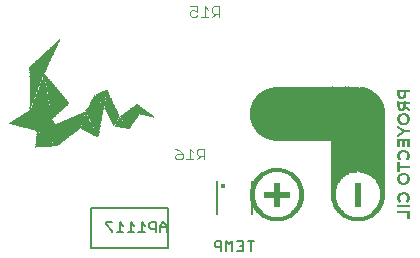
<source format=gbo>
G75*
%MOIN*%
%OFA0B0*%
%FSLAX24Y24*%
%IPPOS*%
%LPD*%
%AMOC8*
5,1,8,0,0,1.08239X$1,22.5*
%
%ADD10C,0.0080*%
%ADD11C,0.0070*%
%ADD12C,0.0030*%
%ADD13C,0.0157*%
%ADD14R,0.0003X0.0033*%
%ADD15R,0.0003X0.0036*%
%ADD16R,0.0003X0.0033*%
%ADD17R,0.0003X0.0081*%
%ADD18R,0.0003X0.0105*%
%ADD19R,0.0003X0.0111*%
%ADD20R,0.0003X0.0108*%
%ADD21R,0.0003X0.0069*%
%ADD22R,0.0003X0.0078*%
%ADD23R,0.0003X0.0129*%
%ADD24R,0.0003X0.0069*%
%ADD25R,0.0003X0.0282*%
%ADD26R,0.0003X0.0132*%
%ADD27R,0.0003X0.0264*%
%ADD28R,0.0003X0.0069*%
%ADD29R,0.0003X0.0078*%
%ADD30R,0.0003X0.0147*%
%ADD31R,0.0003X0.0069*%
%ADD32R,0.0003X0.0282*%
%ADD33R,0.0003X0.0147*%
%ADD34R,0.0003X0.0150*%
%ADD35R,0.0003X0.0264*%
%ADD36R,0.0003X0.0078*%
%ADD37R,0.0003X0.0162*%
%ADD38R,0.0003X0.0165*%
%ADD39R,0.0003X0.0162*%
%ADD40R,0.0003X0.0177*%
%ADD41R,0.0003X0.0177*%
%ADD42R,0.0003X0.0189*%
%ADD43R,0.0003X0.0201*%
%ADD44R,0.0003X0.0198*%
%ADD45R,0.0003X0.0210*%
%ADD46R,0.0003X0.0207*%
%ADD47R,0.0003X0.0219*%
%ADD48R,0.0003X0.0231*%
%ADD49R,0.0003X0.0225*%
%ADD50R,0.0003X0.0228*%
%ADD51R,0.0003X0.0237*%
%ADD52R,0.0003X0.0240*%
%ADD53R,0.0003X0.0249*%
%ADD54R,0.0003X0.0243*%
%ADD55R,0.0003X0.0246*%
%ADD56R,0.0003X0.0078*%
%ADD57R,0.0003X0.0255*%
%ADD58R,0.0003X0.0249*%
%ADD59R,0.0003X0.0252*%
%ADD60R,0.0003X0.0261*%
%ADD61R,0.0003X0.0258*%
%ADD62R,0.0003X0.0270*%
%ADD63R,0.0003X0.0267*%
%ADD64R,0.0003X0.0264*%
%ADD65R,0.0003X0.0276*%
%ADD66R,0.0003X0.0273*%
%ADD67R,0.0003X0.0285*%
%ADD68R,0.0003X0.0279*%
%ADD69R,0.0003X0.0282*%
%ADD70R,0.0003X0.0291*%
%ADD71R,0.0003X0.0285*%
%ADD72R,0.0003X0.0288*%
%ADD73R,0.0003X0.0075*%
%ADD74R,0.0003X0.0294*%
%ADD75R,0.0003X0.0291*%
%ADD76R,0.0003X0.0126*%
%ADD77R,0.0003X0.0126*%
%ADD78R,0.0003X0.0117*%
%ADD79R,0.0003X0.0123*%
%ADD80R,0.0003X0.0123*%
%ADD81R,0.0003X0.0114*%
%ADD82R,0.0003X0.0117*%
%ADD83R,0.0003X0.0117*%
%ADD84R,0.0003X0.0099*%
%ADD85R,0.0003X0.0114*%
%ADD86R,0.0003X0.0111*%
%ADD87R,0.0003X0.0108*%
%ADD88R,0.0003X0.0108*%
%ADD89R,0.0003X0.0087*%
%ADD90R,0.0003X0.0090*%
%ADD91R,0.0003X0.0102*%
%ADD92R,0.0003X0.0102*%
%ADD93R,0.0003X0.0099*%
%ADD94R,0.0003X0.0099*%
%ADD95R,0.0003X0.0102*%
%ADD96R,0.0003X0.0096*%
%ADD97R,0.0003X0.0063*%
%ADD98R,0.0003X0.0096*%
%ADD99R,0.0003X0.0060*%
%ADD100R,0.0003X0.0096*%
%ADD101R,0.0003X0.0093*%
%ADD102R,0.0003X0.0051*%
%ADD103R,0.0003X0.0096*%
%ADD104R,0.0003X0.0093*%
%ADD105R,0.0003X0.0054*%
%ADD106R,0.0003X0.0093*%
%ADD107R,0.0003X0.0093*%
%ADD108R,0.0003X0.0042*%
%ADD109R,0.0003X0.0045*%
%ADD110R,0.0003X0.0075*%
%ADD111R,0.0003X0.0090*%
%ADD112R,0.0003X0.0036*%
%ADD113R,0.0003X0.0039*%
%ADD114R,0.0003X0.0087*%
%ADD115R,0.0003X0.0027*%
%ADD116R,0.0003X0.0030*%
%ADD117R,0.0003X0.0021*%
%ADD118R,0.0003X0.0024*%
%ADD119R,0.0003X0.0084*%
%ADD120R,0.0003X0.0087*%
%ADD121R,0.0003X0.0015*%
%ADD122R,0.0003X0.0087*%
%ADD123R,0.0003X0.0018*%
%ADD124R,0.0003X0.0084*%
%ADD125R,0.0003X0.0084*%
%ADD126R,0.0003X0.0009*%
%ADD127R,0.0003X0.0009*%
%ADD128R,0.0003X0.0081*%
%ADD129R,0.0003X0.0084*%
%ADD130R,0.0003X0.0003*%
%ADD131R,0.0003X0.0081*%
%ADD132R,0.0003X0.0081*%
%ADD133R,0.0003X0.0168*%
%ADD134R,0.0003X0.0186*%
%ADD135R,0.0003X0.0198*%
%ADD136R,0.0003X0.0210*%
%ADD137R,0.0003X0.0216*%
%ADD138R,0.0003X0.0222*%
%ADD139R,0.0003X0.0072*%
%ADD140R,0.0003X0.0228*%
%ADD141R,0.0003X0.0072*%
%ADD142R,0.0003X0.0072*%
%ADD143R,0.0003X0.0234*%
%ADD144R,0.0003X0.0240*%
%ADD145R,0.0003X0.0243*%
%ADD146R,0.0003X0.0252*%
%ADD147R,0.0003X0.0072*%
%ADD148R,0.0003X0.0252*%
%ADD149R,0.0003X0.0258*%
%ADD150R,0.0003X0.0264*%
%ADD151R,0.0003X0.0267*%
%ADD152R,0.0003X0.0255*%
%ADD153R,0.0003X0.0273*%
%ADD154R,0.0003X0.0276*%
%ADD155R,0.0003X0.0270*%
%ADD156R,0.0003X0.0288*%
%ADD157R,0.0003X0.0111*%
%ADD158R,0.0003X0.0108*%
%ADD159R,0.0003X0.0117*%
%ADD160R,0.0003X0.0126*%
%ADD161R,0.0003X0.0129*%
%ADD162R,0.0003X0.0132*%
%ADD163R,0.0003X0.0138*%
%ADD164R,0.0003X0.0141*%
%ADD165R,0.0003X0.0144*%
%ADD166R,0.0003X0.0003*%
%ADD167R,0.0003X0.0009*%
%ADD168R,0.0003X0.0015*%
%ADD169R,0.0003X0.0021*%
%ADD170R,0.0003X0.0042*%
%ADD171R,0.0003X0.0045*%
%ADD172R,0.0003X0.0051*%
%ADD173R,0.0003X0.0048*%
%ADD174R,0.0003X0.0102*%
%ADD175R,0.0003X0.0099*%
%ADD176R,0.0003X0.0057*%
%ADD177R,0.0003X0.0105*%
%ADD178R,0.0003X0.0066*%
%ADD179R,0.0003X0.0309*%
%ADD180R,0.0003X0.0111*%
%ADD181R,0.0003X0.0273*%
%ADD182R,0.0003X0.0120*%
%ADD183R,0.0003X0.0309*%
%ADD184R,0.0003X0.0294*%
%ADD185R,0.0003X0.0141*%
%ADD186R,0.0003X0.0279*%
%ADD187R,0.0003X0.0144*%
%ADD188R,0.0003X0.0288*%
%ADD189R,0.0003X0.0279*%
%ADD190R,0.0003X0.0267*%
%ADD191R,0.0003X0.0261*%
%ADD192R,0.0003X0.0243*%
%ADD193R,0.0003X0.0246*%
%ADD194R,0.0003X0.0234*%
%ADD195R,0.0003X0.0234*%
%ADD196R,0.0003X0.0228*%
%ADD197R,0.0003X0.0225*%
%ADD198R,0.0003X0.0237*%
%ADD199R,0.0003X0.0216*%
%ADD200R,0.0003X0.0213*%
%ADD201R,0.0003X0.0204*%
%ADD202R,0.0003X0.0207*%
%ADD203R,0.0003X0.0204*%
%ADD204R,0.0003X0.0192*%
%ADD205R,0.0003X0.0180*%
%ADD206R,0.0003X0.0186*%
%ADD207R,0.0003X0.0213*%
%ADD208R,0.0003X0.0171*%
%ADD209R,0.0003X0.0174*%
%ADD210R,0.0003X0.0153*%
%ADD211R,0.0003X0.0156*%
%ADD212R,0.0003X0.0153*%
%ADD213R,0.0003X0.0192*%
%ADD214R,0.0003X0.0141*%
%ADD215R,0.0003X0.0135*%
%ADD216R,0.0003X0.0144*%
%ADD217R,0.0003X0.0120*%
%ADD218R,0.0003X0.0114*%
%ADD219R,0.0003X0.0054*%
%ADD220R,0.0003X0.2817*%
%ADD221R,0.0003X0.2886*%
%ADD222R,0.0003X0.2937*%
%ADD223R,0.0003X0.2979*%
%ADD224R,0.0003X0.3012*%
%ADD225R,0.0003X0.3045*%
%ADD226R,0.0003X0.3072*%
%ADD227R,0.0003X0.3102*%
%ADD228R,0.0003X0.3126*%
%ADD229R,0.0003X0.3150*%
%ADD230R,0.0003X0.3174*%
%ADD231R,0.0003X0.3192*%
%ADD232R,0.0003X0.3213*%
%ADD233R,0.0003X0.3234*%
%ADD234R,0.0003X0.3252*%
%ADD235R,0.0003X0.3270*%
%ADD236R,0.0003X0.3288*%
%ADD237R,0.0003X0.3306*%
%ADD238R,0.0003X0.3318*%
%ADD239R,0.0003X0.3336*%
%ADD240R,0.0003X0.3351*%
%ADD241R,0.0003X0.3366*%
%ADD242R,0.0003X0.3381*%
%ADD243R,0.0003X0.3396*%
%ADD244R,0.0003X0.3408*%
%ADD245R,0.0003X0.3423*%
%ADD246R,0.0003X0.3438*%
%ADD247R,0.0003X0.3450*%
%ADD248R,0.0003X0.3462*%
%ADD249R,0.0003X0.3474*%
%ADD250R,0.0003X0.3486*%
%ADD251R,0.0003X0.3498*%
%ADD252R,0.0003X0.3510*%
%ADD253R,0.0003X0.3522*%
%ADD254R,0.0003X0.3534*%
%ADD255R,0.0003X0.3543*%
%ADD256R,0.0003X0.3555*%
%ADD257R,0.0003X0.3564*%
%ADD258R,0.0003X0.3576*%
%ADD259R,0.0003X0.3588*%
%ADD260R,0.0003X0.3597*%
%ADD261R,0.0003X0.3609*%
%ADD262R,0.0003X0.3618*%
%ADD263R,0.0003X0.3627*%
%ADD264R,0.0003X0.3147*%
%ADD265R,0.0003X0.0453*%
%ADD266R,0.0003X0.3102*%
%ADD267R,0.0003X0.0405*%
%ADD268R,0.0003X0.3078*%
%ADD269R,0.0003X0.0384*%
%ADD270R,0.0003X0.3063*%
%ADD271R,0.0003X0.0369*%
%ADD272R,0.0003X0.3051*%
%ADD273R,0.0003X0.0354*%
%ADD274R,0.0003X0.3039*%
%ADD275R,0.0003X0.0342*%
%ADD276R,0.0003X0.3030*%
%ADD277R,0.0003X0.0333*%
%ADD278R,0.0003X0.3021*%
%ADD279R,0.0003X0.0327*%
%ADD280R,0.0003X0.3012*%
%ADD281R,0.0003X0.0318*%
%ADD282R,0.0003X0.3006*%
%ADD283R,0.0003X0.3000*%
%ADD284R,0.0003X0.0303*%
%ADD285R,0.0003X0.2994*%
%ADD286R,0.0003X0.0297*%
%ADD287R,0.0003X0.2988*%
%ADD288R,0.0003X0.2985*%
%ADD289R,0.0003X0.2973*%
%ADD290R,0.0003X0.2967*%
%ADD291R,0.0003X0.2961*%
%ADD292R,0.0003X0.2958*%
%ADD293R,0.0003X0.2958*%
%ADD294R,0.0003X0.2952*%
%ADD295R,0.0003X0.2949*%
%ADD296R,0.0003X0.2946*%
%ADD297R,0.0003X0.0249*%
%ADD298R,0.0003X0.2946*%
%ADD299R,0.0003X0.0246*%
%ADD300R,0.0003X0.2943*%
%ADD301R,0.0003X0.2940*%
%ADD302R,0.0003X0.2934*%
%ADD303R,0.0003X0.2934*%
%ADD304R,0.0003X0.2931*%
%ADD305R,0.0003X0.2931*%
%ADD306R,0.0003X0.2928*%
%ADD307R,0.0003X0.2925*%
%ADD308R,0.0003X0.0228*%
%ADD309R,0.0003X0.2922*%
%ADD310R,0.0003X0.2922*%
%ADD311R,0.0003X0.2919*%
%ADD312R,0.0003X0.0222*%
%ADD313R,0.0003X0.2916*%
%ADD314R,0.0003X0.2916*%
%ADD315R,0.0003X0.0219*%
%ADD316R,0.0003X0.2913*%
%ADD317R,0.0003X0.2910*%
%ADD318R,0.0003X0.0216*%
%ADD319R,0.0003X0.2910*%
%ADD320R,0.0003X0.2907*%
%ADD321R,0.0003X0.0213*%
%ADD322R,0.0003X0.2907*%
%ADD323R,0.0003X0.2904*%
%ADD324R,0.0003X0.2904*%
%ADD325R,0.0003X0.2901*%
%ADD326R,0.0003X0.0207*%
%ADD327R,0.0003X0.2901*%
%ADD328R,0.0003X0.2901*%
%ADD329R,0.0003X0.0204*%
%ADD330R,0.0003X0.2898*%
%ADD331R,0.0003X0.2898*%
%ADD332R,0.0003X0.2898*%
%ADD333R,0.0003X0.2895*%
%ADD334R,0.0003X0.0198*%
%ADD335R,0.0003X0.2895*%
%ADD336R,0.0003X0.0198*%
%ADD337R,0.0003X0.0195*%
%ADD338R,0.0003X0.2892*%
%ADD339R,0.0003X0.0195*%
%ADD340R,0.0003X0.2892*%
%ADD341R,0.0003X0.2892*%
%ADD342R,0.0003X0.2889*%
%ADD343R,0.0003X0.2889*%
%ADD344R,0.0003X0.2886*%
%ADD345R,0.0003X0.0189*%
%ADD346R,0.0003X0.2886*%
%ADD347R,0.0003X0.0186*%
%ADD348R,0.0003X0.2880*%
%ADD349R,0.0003X0.2880*%
%ADD350R,0.0003X0.0183*%
%ADD351R,0.0003X0.0183*%
%ADD352R,0.0003X0.2877*%
%ADD353R,0.0003X0.2877*%
%ADD354R,0.0003X0.2877*%
%ADD355R,0.0003X0.0180*%
%ADD356R,0.0003X0.2874*%
%ADD357R,0.0003X0.2874*%
%ADD358R,0.0003X0.2874*%
%ADD359R,0.0003X0.0177*%
%ADD360R,0.0003X0.2871*%
%ADD361R,0.0003X0.0174*%
%ADD362R,0.0003X0.2871*%
%ADD363R,0.0003X0.0174*%
%ADD364R,0.0003X0.2871*%
%ADD365R,0.0003X0.2868*%
%ADD366R,0.0003X0.2868*%
%ADD367R,0.0003X0.0171*%
%ADD368R,0.0003X0.2865*%
%ADD369R,0.0003X0.2868*%
%ADD370R,0.0003X0.0168*%
%ADD371R,0.0003X0.0168*%
%ADD372R,0.0003X0.2865*%
%ADD373R,0.0003X0.0168*%
%ADD374R,0.0003X0.2862*%
%ADD375R,0.0003X0.2862*%
%ADD376R,0.0003X0.0165*%
%ADD377R,0.0003X0.2862*%
%ADD378R,0.0003X0.2859*%
%ADD379R,0.0003X0.0162*%
%ADD380R,0.0003X0.2859*%
%ADD381R,0.0003X0.0162*%
%ADD382R,0.0003X0.2859*%
%ADD383R,0.0003X0.0159*%
%ADD384R,0.0003X0.2856*%
%ADD385R,0.0003X0.2856*%
%ADD386R,0.0003X0.0159*%
%ADD387R,0.0003X0.2856*%
%ADD388R,0.0003X0.0159*%
%ADD389R,0.0003X0.2853*%
%ADD390R,0.0003X0.0156*%
%ADD391R,0.0003X0.2853*%
%ADD392R,0.0003X0.0156*%
%ADD393R,0.0003X0.2853*%
%ADD394R,0.0003X0.2850*%
%ADD395R,0.0003X0.0153*%
%ADD396R,0.0003X0.0153*%
%ADD397R,0.0003X0.2850*%
%ADD398R,0.0003X0.0150*%
%ADD399R,0.0003X0.2847*%
%ADD400R,0.0003X0.2847*%
%ADD401R,0.0003X0.2847*%
%ADD402R,0.0003X0.2847*%
%ADD403R,0.0003X0.2844*%
%ADD404R,0.0003X0.2844*%
%ADD405R,0.0003X0.0147*%
%ADD406R,0.0003X0.0147*%
%ADD407R,0.0003X0.2844*%
%ADD408R,0.0003X0.0144*%
%ADD409R,0.0003X0.2841*%
%ADD410R,0.0003X0.2841*%
%ADD411R,0.0003X0.0141*%
%ADD412R,0.0003X0.2838*%
%ADD413R,0.0003X0.2841*%
%ADD414R,0.0003X0.2841*%
%ADD415R,0.0003X0.2838*%
%ADD416R,0.0003X0.2838*%
%ADD417R,0.0003X0.2838*%
%ADD418R,0.0003X0.0138*%
%ADD419R,0.0003X0.0138*%
%ADD420R,0.0003X0.2835*%
%ADD421R,0.0003X0.2835*%
%ADD422R,0.0003X0.0138*%
%ADD423R,0.0003X0.2832*%
%ADD424R,0.0003X0.2832*%
%ADD425R,0.0003X0.0135*%
%ADD426R,0.0003X0.2832*%
%ADD427R,0.0003X0.2832*%
%ADD428R,0.0003X0.0810*%
%ADD429R,0.0003X0.0810*%
%ADD430R,0.0003X0.0132*%
%ADD431R,0.0003X0.2829*%
%ADD432R,0.0003X0.2829*%
%ADD433R,0.0003X0.2853*%
%ADD434R,0.0003X0.2856*%
%ADD435R,0.0003X0.2862*%
%ADD436R,0.0003X0.2868*%
%ADD437R,0.0003X0.2871*%
%ADD438R,0.0003X0.2877*%
%ADD439R,0.0003X0.2883*%
%ADD440R,0.0003X0.2883*%
%ADD441R,0.0003X0.2886*%
%ADD442R,0.0003X0.2892*%
%ADD443R,0.0003X0.2901*%
%ADD444R,0.0003X0.2904*%
%ADD445R,0.0003X0.2907*%
%ADD446R,0.0003X0.2913*%
%ADD447R,0.0003X0.2916*%
%ADD448R,0.0003X0.2916*%
%ADD449R,0.0003X0.2919*%
%ADD450R,0.0003X0.2922*%
%ADD451R,0.0003X0.2925*%
%ADD452R,0.0003X0.2928*%
%ADD453R,0.0003X0.2928*%
%ADD454R,0.0003X0.2937*%
%ADD455R,0.0003X0.2940*%
%ADD456R,0.0003X0.2946*%
%ADD457R,0.0003X0.2946*%
%ADD458R,0.0003X0.2949*%
%ADD459R,0.0003X0.2952*%
%ADD460R,0.0003X0.2955*%
%ADD461R,0.0003X0.2955*%
%ADD462R,0.0003X0.2958*%
%ADD463R,0.0003X0.2961*%
%ADD464R,0.0003X0.2964*%
%ADD465R,0.0003X0.2967*%
%ADD466R,0.0003X0.2970*%
%ADD467R,0.0003X0.2970*%
%ADD468R,0.0003X0.2973*%
%ADD469R,0.0003X0.2976*%
%ADD470R,0.0003X0.2976*%
%ADD471R,0.0003X0.2979*%
%ADD472R,0.0003X0.2982*%
%ADD473R,0.0003X0.2985*%
%ADD474R,0.0003X0.2988*%
%ADD475R,0.0003X0.2991*%
%ADD476R,0.0003X0.2994*%
%ADD477R,0.0003X0.2997*%
%ADD478R,0.0003X0.3003*%
%ADD479R,0.0003X0.3006*%
%ADD480R,0.0003X0.3006*%
%ADD481R,0.0003X0.3009*%
%ADD482R,0.0003X0.3015*%
%ADD483R,0.0003X0.3018*%
%ADD484R,0.0003X0.3021*%
%ADD485R,0.0003X0.0171*%
%ADD486R,0.0003X0.3024*%
%ADD487R,0.0003X0.3027*%
%ADD488R,0.0003X0.3030*%
%ADD489R,0.0003X0.3033*%
%ADD490R,0.0003X0.3036*%
%ADD491R,0.0003X0.3042*%
%ADD492R,0.0003X0.3045*%
%ADD493R,0.0003X0.3048*%
%ADD494R,0.0003X0.3051*%
%ADD495R,0.0003X0.0177*%
%ADD496R,0.0003X0.3054*%
%ADD497R,0.0003X0.3057*%
%ADD498R,0.0003X0.3060*%
%ADD499R,0.0003X0.3066*%
%ADD500R,0.0003X0.3069*%
%ADD501R,0.0003X0.0183*%
%ADD502R,0.0003X0.3072*%
%ADD503R,0.0003X0.3075*%
%ADD504R,0.0003X0.3078*%
%ADD505R,0.0003X0.3084*%
%ADD506R,0.0003X0.0183*%
%ADD507R,0.0003X0.3087*%
%ADD508R,0.0003X0.3090*%
%ADD509R,0.0003X0.3093*%
%ADD510R,0.0003X0.3096*%
%ADD511R,0.0003X0.3099*%
%ADD512R,0.0003X0.3108*%
%ADD513R,0.0003X0.0189*%
%ADD514R,0.0003X0.3111*%
%ADD515R,0.0003X0.3114*%
%ADD516R,0.0003X0.3120*%
%ADD517R,0.0003X0.3123*%
%ADD518R,0.0003X0.3126*%
%ADD519R,0.0003X0.3129*%
%ADD520R,0.0003X0.3132*%
%ADD521R,0.0003X0.3138*%
%ADD522R,0.0003X0.0201*%
%ADD523R,0.0003X0.3141*%
%ADD524R,0.0003X0.0201*%
%ADD525R,0.0003X0.3147*%
%ADD526R,0.0003X0.3150*%
%ADD527R,0.0003X0.0204*%
%ADD528R,0.0003X0.3153*%
%ADD529R,0.0003X0.3159*%
%ADD530R,0.0003X0.3162*%
%ADD531R,0.0003X0.3168*%
%ADD532R,0.0003X0.3171*%
%ADD533R,0.0003X0.3177*%
%ADD534R,0.0003X0.3180*%
%ADD535R,0.0003X0.3186*%
%ADD536R,0.0003X0.3189*%
%ADD537R,0.0003X0.3195*%
%ADD538R,0.0003X0.0219*%
%ADD539R,0.0003X0.3201*%
%ADD540R,0.0003X0.3204*%
%ADD541R,0.0003X0.3210*%
%ADD542R,0.0003X0.3216*%
%ADD543R,0.0003X0.3219*%
%ADD544R,0.0003X0.3225*%
%ADD545R,0.0003X0.3231*%
%ADD546R,0.0003X0.3237*%
%ADD547R,0.0003X0.0237*%
%ADD548R,0.0003X0.3243*%
%ADD549R,0.0003X0.3249*%
%ADD550R,0.0003X0.3255*%
%ADD551R,0.0003X0.3261*%
%ADD552R,0.0003X0.3267*%
%ADD553R,0.0003X0.3273*%
%ADD554R,0.0003X0.3279*%
%ADD555R,0.0003X0.3288*%
%ADD556R,0.0003X0.3294*%
%ADD557R,0.0003X0.3303*%
%ADD558R,0.0003X0.3309*%
%ADD559R,0.0003X0.3318*%
%ADD560R,0.0003X0.3324*%
%ADD561R,0.0003X0.3333*%
%ADD562R,0.0003X0.3342*%
%ADD563R,0.0003X0.3351*%
%ADD564R,0.0003X0.3360*%
%ADD565R,0.0003X0.3366*%
%ADD566R,0.0003X0.0300*%
%ADD567R,0.0003X0.3378*%
%ADD568R,0.0003X0.0306*%
%ADD569R,0.0003X0.3390*%
%ADD570R,0.0003X0.3402*%
%ADD571R,0.0003X0.3414*%
%ADD572R,0.0003X0.0324*%
%ADD573R,0.0003X0.3426*%
%ADD574R,0.0003X0.0336*%
%ADD575R,0.0003X0.3441*%
%ADD576R,0.0003X0.0342*%
%ADD577R,0.0003X0.3456*%
%ADD578R,0.0003X0.0357*%
%ADD579R,0.0003X0.3498*%
%ADD580R,0.0003X0.0387*%
%ADD581R,0.0003X0.3525*%
%ADD582R,0.0003X0.0411*%
%ADD583R,0.0003X0.4059*%
%ADD584R,0.0003X0.4053*%
%ADD585R,0.0003X0.4047*%
%ADD586R,0.0003X0.4044*%
%ADD587R,0.0003X0.4038*%
%ADD588R,0.0003X0.4032*%
%ADD589R,0.0003X0.4029*%
%ADD590R,0.0003X0.4023*%
%ADD591R,0.0003X0.4017*%
%ADD592R,0.0003X0.4011*%
%ADD593R,0.0003X0.4005*%
%ADD594R,0.0003X0.3999*%
%ADD595R,0.0003X0.3996*%
%ADD596R,0.0003X0.3990*%
%ADD597R,0.0003X0.3981*%
%ADD598R,0.0003X0.3978*%
%ADD599R,0.0003X0.3969*%
%ADD600R,0.0003X0.3963*%
%ADD601R,0.0003X0.3957*%
%ADD602R,0.0003X0.3951*%
%ADD603R,0.0003X0.3942*%
%ADD604R,0.0003X0.3936*%
%ADD605R,0.0003X0.3930*%
%ADD606R,0.0003X0.3921*%
%ADD607R,0.0003X0.3915*%
%ADD608R,0.0003X0.3906*%
%ADD609R,0.0003X0.3900*%
%ADD610R,0.0003X0.3891*%
%ADD611R,0.0003X0.3882*%
%ADD612R,0.0003X0.3876*%
%ADD613R,0.0003X0.3864*%
%ADD614R,0.0003X0.3855*%
%ADD615R,0.0003X0.3846*%
%ADD616R,0.0003X0.3837*%
%ADD617R,0.0003X0.3825*%
%ADD618R,0.0003X0.3813*%
%ADD619R,0.0003X0.3801*%
%ADD620R,0.0003X0.3789*%
%ADD621R,0.0003X0.3774*%
%ADD622R,0.0003X0.3762*%
%ADD623R,0.0003X0.3744*%
%ADD624R,0.0003X0.3726*%
%ADD625R,0.0003X0.3708*%
%ADD626R,0.0003X0.3681*%
%ADD627R,0.0003X0.3645*%
%ADD628R,0.0003X0.1782*%
%ADD629R,0.0003X0.1782*%
%ADD630R,0.0003X0.0237*%
%ADD631R,0.0003X0.0276*%
%ADD632R,0.0003X0.0312*%
%ADD633R,0.0003X0.0345*%
%ADD634R,0.0003X0.0375*%
%ADD635R,0.0003X0.0402*%
%ADD636R,0.0003X0.0426*%
%ADD637R,0.0003X0.0450*%
%ADD638R,0.0003X0.0471*%
%ADD639R,0.0003X0.0495*%
%ADD640R,0.0003X0.0513*%
%ADD641R,0.0003X0.0534*%
%ADD642R,0.0003X0.0552*%
%ADD643R,0.0003X0.0573*%
%ADD644R,0.0003X0.0588*%
%ADD645R,0.0003X0.0603*%
%ADD646R,0.0003X0.0621*%
%ADD647R,0.0003X0.0639*%
%ADD648R,0.0003X0.0651*%
%ADD649R,0.0003X0.0669*%
%ADD650R,0.0003X0.0681*%
%ADD651R,0.0003X0.0696*%
%ADD652R,0.0003X0.0711*%
%ADD653R,0.0003X0.0723*%
%ADD654R,0.0003X0.0735*%
%ADD655R,0.0003X0.0750*%
%ADD656R,0.0003X0.0765*%
%ADD657R,0.0003X0.0774*%
%ADD658R,0.0003X0.0789*%
%ADD659R,0.0003X0.0801*%
%ADD660R,0.0003X0.0813*%
%ADD661R,0.0003X0.0822*%
%ADD662R,0.0003X0.0834*%
%ADD663R,0.0003X0.0843*%
%ADD664R,0.0003X0.0855*%
%ADD665R,0.0003X0.0867*%
%ADD666R,0.0003X0.0879*%
%ADD667R,0.0003X0.0888*%
%ADD668R,0.0003X0.0900*%
%ADD669R,0.0003X0.0909*%
%ADD670R,0.0003X0.0918*%
%ADD671R,0.0003X0.0927*%
%ADD672R,0.0003X0.0939*%
%ADD673R,0.0003X0.0408*%
%ADD674R,0.0003X0.0384*%
%ADD675R,0.0003X0.0384*%
%ADD676R,0.0003X0.0369*%
%ADD677R,0.0003X0.0366*%
%ADD678R,0.0003X0.0354*%
%ADD679R,0.0003X0.0324*%
%ADD680R,0.0003X0.0315*%
%ADD681R,0.0003X0.0318*%
%ADD682R,0.0003X0.0312*%
%ADD683R,0.0003X0.0303*%
%ADD684R,0.0003X0.0303*%
%ADD685R,0.0003X0.0279*%
%ADD686R,0.0003X0.0273*%
%ADD687R,0.0003X0.0267*%
%ADD688R,0.0003X0.0258*%
%ADD689R,0.0003X0.0258*%
%ADD690R,0.0003X0.0249*%
%ADD691R,0.0003X0.0231*%
%ADD692R,0.0003X0.0222*%
%ADD693R,0.0003X0.0219*%
%ADD694R,0.0003X0.0213*%
%ADD695R,0.0003X0.0207*%
%ADD696R,0.0003X0.0192*%
%ADD697R,0.0003X0.0192*%
%ADD698R,0.0003X0.0174*%
%ADD699R,0.0003X0.0171*%
%ADD700R,0.0003X0.0159*%
%ADD701R,0.0003X0.0156*%
%ADD702R,0.0003X0.0186*%
%ADD703R,0.0003X0.0132*%
%ADD704R,0.0003X0.1779*%
%ADD705R,0.0003X0.1776*%
%ADD706R,0.0003X0.1776*%
%ADD707R,0.0003X0.1770*%
%ADD708R,0.0003X0.1770*%
%ADD709R,0.0003X0.1764*%
%ADD710R,0.0003X0.1764*%
%ADD711R,0.0003X0.1758*%
%ADD712R,0.0003X0.1758*%
%ADD713R,0.0003X0.1755*%
%ADD714R,0.0003X0.1752*%
%ADD715R,0.0003X0.1752*%
%ADD716R,0.0003X0.1746*%
%ADD717R,0.0003X0.1746*%
%ADD718R,0.0003X0.1740*%
%ADD719R,0.0003X0.1740*%
%ADD720R,0.0003X0.1734*%
%ADD721R,0.0003X0.1734*%
%ADD722R,0.0003X0.1728*%
%ADD723R,0.0003X0.1728*%
%ADD724R,0.0003X0.1722*%
%ADD725R,0.0003X0.1722*%
%ADD726R,0.0003X0.1716*%
%ADD727R,0.0003X0.1716*%
%ADD728R,0.0003X0.1710*%
%ADD729R,0.0003X0.1710*%
%ADD730R,0.0003X0.1704*%
%ADD731R,0.0003X0.1704*%
%ADD732R,0.0003X0.1698*%
%ADD733R,0.0003X0.1698*%
%ADD734R,0.0003X0.1692*%
%ADD735R,0.0003X0.1692*%
%ADD736R,0.0003X0.1686*%
%ADD737R,0.0003X0.1686*%
%ADD738R,0.0003X0.1680*%
%ADD739R,0.0003X0.1680*%
%ADD740R,0.0003X0.1674*%
%ADD741R,0.0003X0.1674*%
%ADD742R,0.0003X0.1668*%
%ADD743R,0.0003X0.1668*%
%ADD744R,0.0003X0.1662*%
%ADD745R,0.0003X0.1662*%
%ADD746R,0.0003X0.1659*%
%ADD747R,0.0003X0.1656*%
%ADD748R,0.0003X0.1650*%
%ADD749R,0.0003X0.1650*%
%ADD750R,0.0003X0.1647*%
%ADD751R,0.0003X0.1644*%
%ADD752R,0.0003X0.1638*%
%ADD753R,0.0003X0.1638*%
%ADD754R,0.0003X0.1632*%
%ADD755R,0.0003X0.1632*%
%ADD756R,0.0003X0.1626*%
%ADD757R,0.0003X0.1626*%
%ADD758R,0.0003X0.1620*%
%ADD759R,0.0003X0.1620*%
%ADD760R,0.0003X0.1614*%
%ADD761R,0.0003X0.1614*%
%ADD762R,0.0003X0.1608*%
%ADD763R,0.0003X0.1608*%
%ADD764R,0.0003X0.1602*%
%ADD765R,0.0003X0.1596*%
%ADD766R,0.0003X0.1596*%
%ADD767R,0.0003X0.1590*%
%ADD768R,0.0003X0.1590*%
%ADD769R,0.0003X0.1584*%
%ADD770R,0.0003X0.1584*%
%ADD771R,0.0003X0.1578*%
%ADD772R,0.0003X0.1578*%
%ADD773R,0.0003X0.1572*%
%ADD774R,0.0003X0.1566*%
%ADD775R,0.0003X0.1566*%
%ADD776R,0.0003X0.1560*%
%ADD777R,0.0003X0.1560*%
%ADD778R,0.0003X0.1554*%
%ADD779R,0.0003X0.1548*%
%ADD780R,0.0003X0.1548*%
%ADD781R,0.0003X0.1542*%
%ADD782R,0.0003X0.1542*%
%ADD783R,0.0003X0.1536*%
%ADD784R,0.0003X0.1533*%
%ADD785R,0.0003X0.1530*%
%ADD786R,0.0003X0.1524*%
%ADD787R,0.0003X0.1524*%
%ADD788R,0.0003X0.1518*%
%ADD789R,0.0003X0.1518*%
%ADD790R,0.0003X0.1512*%
%ADD791R,0.0003X0.1506*%
%ADD792R,0.0003X0.1506*%
%ADD793R,0.0003X0.1500*%
%ADD794R,0.0003X0.1494*%
%ADD795R,0.0003X0.1494*%
%ADD796R,0.0003X0.1488*%
%ADD797R,0.0003X0.1482*%
%ADD798R,0.0003X0.1476*%
%ADD799R,0.0003X0.1470*%
%ADD800R,0.0003X0.1470*%
%ADD801R,0.0003X0.1464*%
%ADD802R,0.0003X0.1458*%
%ADD803R,0.0003X0.1458*%
%ADD804R,0.0003X0.1452*%
%ADD805R,0.0003X0.1446*%
%ADD806R,0.0003X0.1440*%
%ADD807R,0.0003X0.1434*%
%ADD808R,0.0003X0.1428*%
%ADD809R,0.0003X0.1422*%
%ADD810R,0.0003X0.1422*%
%ADD811R,0.0003X0.1416*%
%ADD812R,0.0003X0.1410*%
%ADD813R,0.0003X0.1404*%
%ADD814R,0.0003X0.1404*%
%ADD815R,0.0003X0.1398*%
%ADD816R,0.0003X0.1392*%
%ADD817R,0.0003X0.1386*%
%ADD818R,0.0003X0.1380*%
%ADD819R,0.0003X0.1380*%
%ADD820R,0.0003X0.1374*%
%ADD821R,0.0003X0.1368*%
%ADD822R,0.0003X0.1362*%
%ADD823R,0.0003X0.1356*%
%ADD824R,0.0003X0.1350*%
%ADD825R,0.0003X0.1350*%
%ADD826R,0.0003X0.1344*%
%ADD827R,0.0003X0.1338*%
%ADD828R,0.0003X0.1332*%
%ADD829R,0.0003X0.1326*%
%ADD830R,0.0003X0.1320*%
%ADD831R,0.0003X0.1314*%
%ADD832R,0.0003X0.1308*%
%ADD833R,0.0003X0.1302*%
%ADD834R,0.0003X0.1299*%
%ADD835R,0.0003X0.0201*%
%ADD836R,0.0003X0.1296*%
%ADD837R,0.0003X0.1290*%
%ADD838R,0.0003X0.1284*%
%ADD839R,0.0003X0.1278*%
%ADD840R,0.0003X0.1272*%
%ADD841R,0.0003X0.1266*%
%ADD842R,0.0003X0.1260*%
%ADD843R,0.0003X0.1254*%
%ADD844R,0.0003X0.1248*%
%ADD845R,0.0003X0.1242*%
%ADD846R,0.0003X0.1236*%
%ADD847R,0.0003X0.1230*%
%ADD848R,0.0003X0.1224*%
%ADD849R,0.0003X0.1212*%
%ADD850R,0.0003X0.1206*%
%ADD851R,0.0003X0.0222*%
%ADD852R,0.0003X0.1200*%
%ADD853R,0.0003X0.1194*%
%ADD854R,0.0003X0.1188*%
%ADD855R,0.0003X0.0231*%
%ADD856R,0.0003X0.1182*%
%ADD857R,0.0003X0.1176*%
%ADD858R,0.0003X0.1170*%
%ADD859R,0.0003X0.1164*%
%ADD860R,0.0003X0.1152*%
%ADD861R,0.0003X0.0243*%
%ADD862R,0.0003X0.1146*%
%ADD863R,0.0003X0.0246*%
%ADD864R,0.0003X0.1140*%
%ADD865R,0.0003X0.1134*%
%ADD866R,0.0003X0.1128*%
%ADD867R,0.0003X0.0252*%
%ADD868R,0.0003X0.1116*%
%ADD869R,0.0003X0.1110*%
%ADD870R,0.0003X0.1104*%
%ADD871R,0.0003X0.1098*%
%ADD872R,0.0003X0.1086*%
%ADD873R,0.0003X0.1080*%
%ADD874R,0.0003X0.1074*%
%ADD875R,0.0003X0.1062*%
%ADD876R,0.0003X0.1056*%
%ADD877R,0.0003X0.1050*%
%ADD878R,0.0003X0.1038*%
%ADD879R,0.0003X0.0297*%
%ADD880R,0.0003X0.1032*%
%ADD881R,0.0003X0.1023*%
%ADD882R,0.0003X0.1014*%
%ADD883R,0.0003X0.0312*%
%ADD884R,0.0003X0.0315*%
%ADD885R,0.0003X0.1008*%
%ADD886R,0.0003X0.0321*%
%ADD887R,0.0003X0.0996*%
%ADD888R,0.0003X0.0333*%
%ADD889R,0.0003X0.0330*%
%ADD890R,0.0003X0.0990*%
%ADD891R,0.0003X0.0339*%
%ADD892R,0.0003X0.0978*%
%ADD893R,0.0003X0.0351*%
%ADD894R,0.0003X0.0972*%
%ADD895R,0.0003X0.0363*%
%ADD896R,0.0003X0.0366*%
%ADD897R,0.0003X0.0960*%
%ADD898R,0.0003X0.0381*%
%ADD899R,0.0003X0.0378*%
%ADD900R,0.0003X0.0948*%
%ADD901R,0.0003X0.0402*%
%ADD902R,0.0003X0.0942*%
%ADD903R,0.0003X0.0438*%
%ADD904R,0.0003X0.0441*%
%ADD905R,0.0003X0.0930*%
%ADD906R,0.0003X0.0924*%
%ADD907R,0.0003X0.0921*%
%ADD908R,0.0003X0.0912*%
%ADD909R,0.0003X0.0912*%
%ADD910R,0.0003X0.0900*%
%ADD911R,0.0003X0.0894*%
%ADD912R,0.0003X0.0891*%
%ADD913R,0.0003X0.0882*%
%ADD914R,0.0003X0.0879*%
%ADD915R,0.0003X0.0870*%
%ADD916R,0.0003X0.0858*%
%ADD917R,0.0003X0.0858*%
%ADD918R,0.0003X0.0852*%
%ADD919R,0.0003X0.0849*%
%ADD920R,0.0003X0.0840*%
%ADD921R,0.0003X0.0837*%
%ADD922R,0.0003X0.0828*%
%ADD923R,0.0003X0.0825*%
%ADD924R,0.0003X0.0816*%
%ADD925R,0.0003X0.0813*%
%ADD926R,0.0003X0.0804*%
%ADD927R,0.0003X0.0792*%
%ADD928R,0.0003X0.0789*%
%ADD929R,0.0003X0.0780*%
%ADD930R,0.0003X0.0777*%
%ADD931R,0.0003X0.0768*%
%ADD932R,0.0003X0.0765*%
%ADD933R,0.0003X0.0756*%
%ADD934R,0.0003X0.0753*%
%ADD935R,0.0003X0.0744*%
%ADD936R,0.0003X0.0741*%
%ADD937R,0.0003X0.0726*%
%ADD938R,0.0003X0.0726*%
%ADD939R,0.0003X0.0714*%
%ADD940R,0.0003X0.0711*%
%ADD941R,0.0003X0.0702*%
%ADD942R,0.0003X0.0699*%
%ADD943R,0.0003X0.0687*%
%ADD944R,0.0003X0.0684*%
%ADD945R,0.0003X0.0672*%
%ADD946R,0.0003X0.0672*%
%ADD947R,0.0003X0.0660*%
%ADD948R,0.0003X0.0657*%
%ADD949R,0.0003X0.0642*%
%ADD950R,0.0003X0.0639*%
%ADD951R,0.0003X0.0624*%
%ADD952R,0.0003X0.0624*%
%ADD953R,0.0003X0.0612*%
%ADD954R,0.0003X0.0609*%
%ADD955R,0.0003X0.0594*%
%ADD956R,0.0003X0.0591*%
%ADD957R,0.0003X0.0576*%
%ADD958R,0.0003X0.0576*%
%ADD959R,0.0003X0.0558*%
%ADD960R,0.0003X0.0555*%
%ADD961R,0.0003X0.0540*%
%ADD962R,0.0003X0.0537*%
%ADD963R,0.0003X0.0522*%
%ADD964R,0.0003X0.0519*%
%ADD965R,0.0003X0.0498*%
%ADD966R,0.0003X0.0498*%
%ADD967R,0.0003X0.0480*%
%ADD968R,0.0003X0.0477*%
%ADD969R,0.0003X0.0456*%
%ADD970R,0.0003X0.0453*%
%ADD971R,0.0003X0.0432*%
%ADD972R,0.0003X0.0432*%
%ADD973R,0.0003X0.0408*%
%ADD974R,0.0003X0.0318*%
%ADD975R,0.0003X0.0129*%
%ADD976R,0.0003X0.0003*%
%ADD977R,0.0005X0.0003*%
%ADD978R,0.0008X0.0003*%
%ADD979R,0.0010X0.0003*%
%ADD980R,0.0013X0.0003*%
%ADD981R,0.0015X0.0003*%
%ADD982R,0.0018X0.0003*%
%ADD983R,0.0020X0.0003*%
%ADD984R,0.0022X0.0003*%
%ADD985R,0.0025X0.0003*%
%ADD986R,0.0027X0.0003*%
%ADD987R,0.0030X0.0003*%
%ADD988R,0.0035X0.0003*%
%ADD989R,0.0037X0.0003*%
%ADD990R,0.0040X0.0003*%
%ADD991R,0.0043X0.0003*%
%ADD992R,0.0045X0.0003*%
%ADD993R,0.0047X0.0003*%
%ADD994R,0.0053X0.0003*%
%ADD995R,0.0055X0.0003*%
%ADD996R,0.0057X0.0003*%
%ADD997R,0.0060X0.0003*%
%ADD998R,0.0063X0.0003*%
%ADD999R,0.0065X0.0003*%
%ADD1000R,0.0070X0.0003*%
%ADD1001R,0.0073X0.0003*%
%ADD1002R,0.0075X0.0003*%
%ADD1003R,0.0077X0.0003*%
%ADD1004R,0.0080X0.0003*%
%ADD1005R,0.0083X0.0003*%
%ADD1006R,0.0088X0.0003*%
%ADD1007R,0.0090X0.0003*%
%ADD1008R,0.0092X0.0003*%
%ADD1009R,0.0095X0.0003*%
%ADD1010R,0.0098X0.0003*%
%ADD1011R,0.0100X0.0003*%
%ADD1012R,0.0103X0.0003*%
%ADD1013R,0.0105X0.0003*%
%ADD1014R,0.0107X0.0003*%
%ADD1015R,0.0110X0.0003*%
%ADD1016R,0.0113X0.0003*%
%ADD1017R,0.0115X0.0003*%
%ADD1018R,0.0118X0.0003*%
%ADD1019R,0.0120X0.0003*%
%ADD1020R,0.0123X0.0003*%
%ADD1021R,0.0125X0.0003*%
%ADD1022R,0.0127X0.0003*%
%ADD1023R,0.0130X0.0003*%
%ADD1024R,0.0133X0.0003*%
%ADD1025R,0.0135X0.0003*%
%ADD1026R,0.0140X0.0003*%
%ADD1027R,0.0143X0.0003*%
%ADD1028R,0.0145X0.0003*%
%ADD1029R,0.0147X0.0003*%
%ADD1030R,0.0150X0.0003*%
%ADD1031R,0.0153X0.0003*%
%ADD1032R,0.0155X0.0003*%
%ADD1033R,0.0158X0.0003*%
%ADD1034R,0.0160X0.0003*%
%ADD1035R,0.0163X0.0003*%
%ADD1036R,0.0165X0.0003*%
%ADD1037R,0.0168X0.0003*%
%ADD1038R,0.0170X0.0003*%
%ADD1039R,0.0175X0.0003*%
%ADD1040R,0.0177X0.0003*%
%ADD1041R,0.0180X0.0003*%
%ADD1042R,0.0182X0.0003*%
%ADD1043R,0.0185X0.0003*%
%ADD1044R,0.0187X0.0003*%
%ADD1045R,0.0190X0.0003*%
%ADD1046R,0.0193X0.0003*%
%ADD1047R,0.0195X0.0003*%
%ADD1048R,0.0198X0.0003*%
%ADD1049R,0.0200X0.0003*%
%ADD1050R,0.0203X0.0003*%
%ADD1051R,0.0205X0.0003*%
%ADD1052R,0.0208X0.0003*%
%ADD1053R,0.0210X0.0003*%
%ADD1054R,0.0213X0.0003*%
%ADD1055R,0.0215X0.0003*%
%ADD1056R,0.0217X0.0003*%
%ADD1057R,0.0220X0.0003*%
%ADD1058R,0.0222X0.0003*%
%ADD1059R,0.0225X0.0003*%
%ADD1060R,0.0230X0.0003*%
%ADD1061R,0.0233X0.0003*%
%ADD1062R,0.0235X0.0003*%
%ADD1063R,0.0238X0.0003*%
%ADD1064R,0.0240X0.0003*%
%ADD1065R,0.0243X0.0003*%
%ADD1066R,0.0245X0.0003*%
%ADD1067R,0.0248X0.0003*%
%ADD1068R,0.0250X0.0003*%
%ADD1069R,0.0253X0.0003*%
%ADD1070R,0.0255X0.0003*%
%ADD1071R,0.0257X0.0003*%
%ADD1072R,0.0260X0.0003*%
%ADD1073R,0.0265X0.0003*%
%ADD1074R,0.0267X0.0003*%
%ADD1075R,0.0270X0.0003*%
%ADD1076R,0.0273X0.0003*%
%ADD1077R,0.0275X0.0003*%
%ADD1078R,0.0278X0.0003*%
%ADD1079R,0.0283X0.0003*%
%ADD1080R,0.0285X0.0003*%
%ADD1081R,0.0288X0.0003*%
%ADD1082R,0.0290X0.0003*%
%ADD1083R,0.0293X0.0003*%
%ADD1084R,0.0295X0.0003*%
%ADD1085R,0.0297X0.0003*%
%ADD1086R,0.0300X0.0003*%
%ADD1087R,0.0302X0.0003*%
%ADD1088R,0.0305X0.0003*%
%ADD1089R,0.0308X0.0003*%
%ADD1090R,0.0310X0.0003*%
%ADD1091R,0.0313X0.0003*%
%ADD1092R,0.0318X0.0003*%
%ADD1093R,0.0320X0.0003*%
%ADD1094R,0.0323X0.0003*%
%ADD1095R,0.0325X0.0003*%
%ADD1096R,0.0328X0.0003*%
%ADD1097R,0.0330X0.0003*%
%ADD1098R,0.0335X0.0003*%
%ADD1099R,0.0338X0.0003*%
%ADD1100R,0.0340X0.0003*%
%ADD1101R,0.0343X0.0003*%
%ADD1102R,0.0345X0.0003*%
%ADD1103R,0.0348X0.0003*%
%ADD1104R,0.0352X0.0003*%
%ADD1105R,0.0355X0.0003*%
%ADD1106R,0.0357X0.0003*%
%ADD1107R,0.0360X0.0003*%
%ADD1108R,0.0362X0.0003*%
%ADD1109R,0.0365X0.0003*%
%ADD1110R,0.0370X0.0003*%
%ADD1111R,0.0372X0.0003*%
%ADD1112R,0.0375X0.0003*%
%ADD1113R,0.0377X0.0003*%
%ADD1114R,0.0380X0.0003*%
%ADD1115R,0.0382X0.0003*%
%ADD1116R,0.0385X0.0003*%
%ADD1117R,0.0388X0.0003*%
%ADD1118R,0.0390X0.0003*%
%ADD1119R,0.0393X0.0003*%
%ADD1120R,0.0395X0.0003*%
%ADD1121R,0.0398X0.0003*%
%ADD1122R,0.0400X0.0003*%
%ADD1123R,0.0405X0.0003*%
%ADD1124R,0.0408X0.0003*%
%ADD1125R,0.0410X0.0003*%
%ADD1126R,0.0413X0.0003*%
%ADD1127R,0.0415X0.0003*%
%ADD1128R,0.0418X0.0003*%
%ADD1129R,0.0420X0.0003*%
%ADD1130R,0.0423X0.0003*%
%ADD1131R,0.0425X0.0003*%
%ADD1132R,0.0428X0.0003*%
%ADD1133R,0.0430X0.0003*%
%ADD1134R,0.0432X0.0003*%
%ADD1135R,0.0435X0.0003*%
%ADD1136R,0.0437X0.0003*%
%ADD1137R,0.0440X0.0003*%
%ADD1138R,0.0442X0.0003*%
%ADD1139R,0.0445X0.0003*%
%ADD1140R,0.0447X0.0003*%
%ADD1141R,0.0450X0.0003*%
%ADD1142R,0.0452X0.0003*%
%ADD1143R,0.0455X0.0003*%
%ADD1144R,0.0457X0.0003*%
%ADD1145R,0.0460X0.0003*%
%ADD1146R,0.0462X0.0003*%
%ADD1147R,0.0465X0.0003*%
%ADD1148R,0.0468X0.0003*%
%ADD1149R,0.0470X0.0003*%
%ADD1150R,0.0473X0.0003*%
%ADD1151R,0.0475X0.0003*%
%ADD1152R,0.0478X0.0003*%
%ADD1153R,0.0480X0.0003*%
%ADD1154R,0.0483X0.0003*%
%ADD1155R,0.0485X0.0003*%
%ADD1156R,0.0488X0.0003*%
%ADD1157R,0.0490X0.0003*%
%ADD1158R,0.0493X0.0003*%
%ADD1159R,0.0495X0.0003*%
%ADD1160R,0.0498X0.0003*%
%ADD1161R,0.0500X0.0003*%
%ADD1162R,0.0503X0.0003*%
%ADD1163R,0.0505X0.0003*%
%ADD1164R,0.0508X0.0003*%
%ADD1165R,0.0512X0.0003*%
%ADD1166R,0.0515X0.0003*%
%ADD1167R,0.0517X0.0003*%
%ADD1168R,0.0520X0.0003*%
%ADD1169R,0.0522X0.0003*%
%ADD1170R,0.0525X0.0003*%
%ADD1171R,0.0527X0.0003*%
%ADD1172R,0.0530X0.0003*%
%ADD1173R,0.0532X0.0003*%
%ADD1174R,0.0535X0.0003*%
%ADD1175R,0.0537X0.0003*%
%ADD1176R,0.0540X0.0003*%
%ADD1177R,0.0543X0.0003*%
%ADD1178R,0.0548X0.0003*%
%ADD1179R,0.0550X0.0003*%
%ADD1180R,0.0553X0.0003*%
%ADD1181R,0.0555X0.0003*%
%ADD1182R,0.0558X0.0003*%
%ADD1183R,0.0560X0.0003*%
%ADD1184R,0.0565X0.0003*%
%ADD1185R,0.0568X0.0003*%
%ADD1186R,0.0563X0.0003*%
%ADD1187R,0.0050X0.0003*%
%ADD1188R,0.0067X0.0003*%
%ADD1189R,0.0085X0.0003*%
%ADD1190R,0.0350X0.0003*%
%ADD1191R,0.0280X0.0003*%
%ADD1192R,0.0227X0.0003*%
%ADD1193R,0.0173X0.0003*%
%ADD1194R,0.0315X0.0003*%
%ADD1195R,0.0333X0.0003*%
%ADD1196R,0.0032X0.0003*%
%ADD1197R,0.0403X0.0003*%
%ADD1198R,0.0138X0.0003*%
%ADD1199R,0.0367X0.0003*%
%ADD1200R,0.0262X0.0003*%
%ADD1201R,0.0510X0.0003*%
%ADD1202R,0.0545X0.0003*%
%ADD1203R,0.0570X0.0003*%
%ADD1204R,0.0573X0.0003*%
%ADD1205R,0.0575X0.0003*%
%ADD1206R,0.0578X0.0003*%
%ADD1207R,0.0580X0.0003*%
%ADD1208R,0.0583X0.0003*%
%ADD1209R,0.0585X0.0003*%
%ADD1210R,0.0587X0.0003*%
%ADD1211R,0.0590X0.0003*%
%ADD1212R,0.0592X0.0003*%
%ADD1213R,0.0595X0.0003*%
%ADD1214R,0.0597X0.0003*%
%ADD1215R,0.0600X0.0003*%
%ADD1216R,0.0602X0.0003*%
%ADD1217R,0.0605X0.0003*%
%ADD1218R,0.0607X0.0003*%
%ADD1219R,0.0610X0.0003*%
%ADD1220R,0.0612X0.0003*%
%ADD1221R,0.0615X0.0003*%
%ADD1222R,0.0617X0.0003*%
%ADD1223R,0.0620X0.0003*%
%ADD1224R,0.0623X0.0003*%
%ADD1225R,0.0625X0.0003*%
%ADD1226R,0.0628X0.0003*%
%ADD1227R,0.0630X0.0003*%
%ADD1228R,0.0633X0.0003*%
%ADD1229R,0.0635X0.0003*%
%ADD1230R,0.0638X0.0003*%
%ADD1231R,0.0640X0.0003*%
%ADD1232R,0.0643X0.0003*%
%ADD1233R,0.0645X0.0003*%
%ADD1234R,0.0648X0.0003*%
%ADD1235R,0.0650X0.0003*%
%ADD1236R,0.0653X0.0003*%
%ADD1237R,0.0655X0.0003*%
%ADD1238R,0.0663X0.0003*%
%ADD1239R,0.0675X0.0003*%
%ADD1240R,0.0683X0.0003*%
%ADD1241R,0.0693X0.0003*%
%ADD1242R,0.0705X0.0003*%
%ADD1243R,0.0712X0.0003*%
%ADD1244R,0.0725X0.0003*%
%ADD1245R,0.0732X0.0003*%
%ADD1246R,0.0742X0.0003*%
%ADD1247R,0.0755X0.0003*%
%ADD1248R,0.0762X0.0003*%
%ADD1249R,0.0772X0.0003*%
%ADD1250R,0.0785X0.0003*%
%ADD1251R,0.0793X0.0003*%
%ADD1252R,0.0803X0.0003*%
%ADD1253R,0.0813X0.0003*%
%ADD1254R,0.0823X0.0003*%
%ADD1255R,0.0833X0.0003*%
%ADD1256R,0.0843X0.0003*%
%ADD1257R,0.0853X0.0003*%
%ADD1258R,0.0862X0.0003*%
%ADD1259R,0.0872X0.0003*%
%ADD1260R,0.0882X0.0003*%
%ADD1261R,0.0892X0.0003*%
%ADD1262R,0.0902X0.0003*%
%ADD1263R,0.0912X0.0003*%
%ADD1264R,0.0922X0.0003*%
%ADD1265R,0.0930X0.0003*%
%ADD1266R,0.0943X0.0003*%
%ADD1267R,0.0953X0.0003*%
%ADD1268R,0.0963X0.0003*%
%ADD1269R,0.0973X0.0003*%
%ADD1270R,0.0980X0.0003*%
%ADD1271R,0.0993X0.0003*%
%ADD1272R,0.1000X0.0003*%
%ADD1273R,0.1010X0.0003*%
%ADD1274R,0.1022X0.0003*%
%ADD1275R,0.1030X0.0003*%
%ADD1276R,0.1043X0.0003*%
%ADD1277R,0.1050X0.0003*%
%ADD1278R,0.1060X0.0003*%
%ADD1279R,0.1073X0.0003*%
%ADD1280R,0.1080X0.0003*%
%ADD1281R,0.1090X0.0003*%
%ADD1282R,0.1100X0.0003*%
%ADD1283R,0.1110X0.0003*%
%ADD1284R,0.1123X0.0003*%
%ADD1285R,0.1130X0.0003*%
%ADD1286R,0.1140X0.0003*%
%ADD1287R,0.1145X0.0003*%
%ADD1288R,0.1103X0.0003*%
%ADD1289R,0.1078X0.0003*%
%ADD1290R,0.1058X0.0003*%
%ADD1291R,0.1032X0.0003*%
%ADD1292R,0.1013X0.0003*%
%ADD1293R,0.0968X0.0003*%
%ADD1294R,0.0948X0.0003*%
%ADD1295R,0.0925X0.0003*%
%ADD1296R,0.0860X0.0003*%
%ADD1297R,0.0838X0.0003*%
%ADD1298R,0.0815X0.0003*%
%ADD1299R,0.0747X0.0003*%
%ADD1300R,0.0727X0.0003*%
%ADD1301R,0.0660X0.0003*%
%ADD1302R,0.0658X0.0003*%
%ADD1303R,0.0668X0.0003*%
%ADD1304R,0.0680X0.0003*%
%ADD1305R,0.0703X0.0003*%
%ADD1306R,0.0685X0.0003*%
%ADD1307R,0.0750X0.0003*%
%ADD1308R,0.0690X0.0003*%
%ADD1309R,0.0770X0.0003*%
%ADD1310R,0.0695X0.0003*%
%ADD1311R,0.0795X0.0003*%
%ADD1312R,0.0700X0.0003*%
%ADD1313R,0.0818X0.0003*%
%ADD1314R,0.0840X0.0003*%
%ADD1315R,0.0710X0.0003*%
%ADD1316R,0.0715X0.0003*%
%ADD1317R,0.0885X0.0003*%
%ADD1318R,0.0720X0.0003*%
%ADD1319R,0.0907X0.0003*%
%ADD1320R,0.0730X0.0003*%
%ADD1321R,0.0735X0.0003*%
%ADD1322R,0.0978X0.0003*%
%ADD1323R,0.0740X0.0003*%
%ADD1324R,0.0998X0.0003*%
%ADD1325R,0.0745X0.0003*%
%ADD1326R,0.1045X0.0003*%
%ADD1327R,0.1065X0.0003*%
%ADD1328R,0.0765X0.0003*%
%ADD1329R,0.1113X0.0003*%
%ADD1330R,0.1135X0.0003*%
%ADD1331R,0.0775X0.0003*%
%ADD1332R,0.1158X0.0003*%
%ADD1333R,0.0780X0.0003*%
%ADD1334R,0.1177X0.0003*%
%ADD1335R,0.1168X0.0003*%
%ADD1336R,0.0790X0.0003*%
%ADD1337R,0.1153X0.0003*%
%ADD1338R,0.0800X0.0003*%
%ADD1339R,0.1128X0.0003*%
%ADD1340R,0.0808X0.0003*%
%ADD1341R,0.1115X0.0003*%
%ADD1342R,0.0788X0.0003*%
%ADD1343R,0.1063X0.0003*%
%ADD1344R,0.0757X0.0003*%
%ADD1345R,0.1038X0.0003*%
%ADD1346R,0.1025X0.0003*%
%ADD1347R,0.0698X0.0003*%
%ADD1348R,0.0985X0.0003*%
%ADD1349R,0.0960X0.0003*%
%ADD1350R,0.0933X0.0003*%
%ADD1351R,0.0920X0.0003*%
%ADD1352R,0.0910X0.0003*%
%ADD1353R,0.0895X0.0003*%
%ADD1354R,0.0870X0.0003*%
%ADD1355R,0.0855X0.0003*%
%ADD1356R,0.0820X0.0003*%
%ADD1357R,0.0805X0.0003*%
%ADD1358R,0.0752X0.0003*%
%ADD1359R,0.0670X0.0003*%
%ADD1360R,0.0767X0.0003*%
%ADD1361R,0.0760X0.0003*%
%ADD1362R,0.0722X0.0003*%
%ADD1363R,0.0707X0.0003*%
%ADD1364R,0.0688X0.0003*%
%ADD1365R,0.0678X0.0003*%
%ADD1366R,0.0673X0.0003*%
%ADD1367R,0.0665X0.0003*%
D10*
X007878Y002898D02*
X010458Y002898D01*
X010458Y004219D01*
X007878Y004219D01*
X007878Y002898D01*
X012097Y004008D02*
X012097Y005110D01*
X013239Y005110D02*
X013239Y004008D01*
D11*
X013221Y003124D02*
X013221Y002794D01*
X012963Y002794D02*
X012743Y002794D01*
X012595Y002794D02*
X012595Y003124D01*
X012484Y003014D01*
X012374Y003124D01*
X012374Y002794D01*
X012226Y002794D02*
X012226Y003124D01*
X012061Y003124D01*
X012006Y003069D01*
X012006Y002959D01*
X012061Y002904D01*
X012226Y002904D01*
X012743Y003124D02*
X012963Y003124D01*
X012963Y002794D01*
X012963Y002959D02*
X012853Y002959D01*
X013111Y003124D02*
X013331Y003124D01*
X010408Y003415D02*
X010408Y003631D01*
X010300Y003739D01*
X010192Y003631D01*
X010192Y003415D01*
X010045Y003415D02*
X010045Y003739D01*
X009883Y003739D01*
X009829Y003685D01*
X009829Y003577D01*
X009883Y003523D01*
X010045Y003523D01*
X010192Y003577D02*
X010408Y003577D01*
X009683Y003631D02*
X009575Y003739D01*
X009575Y003415D01*
X009683Y003415D02*
X009467Y003415D01*
X009320Y003415D02*
X009104Y003415D01*
X009212Y003415D02*
X009212Y003739D01*
X009320Y003631D01*
X008958Y003631D02*
X008850Y003739D01*
X008850Y003415D01*
X008958Y003415D02*
X008742Y003415D01*
X008595Y003415D02*
X008595Y003469D01*
X008379Y003685D01*
X008379Y003739D01*
X008595Y003739D01*
D12*
X010696Y005899D02*
X010757Y005839D01*
X010878Y005839D01*
X010939Y005899D01*
X010939Y006021D01*
X010757Y006021D01*
X010696Y005960D01*
X010696Y005899D01*
X010818Y006142D02*
X010939Y006021D01*
X010818Y006142D02*
X010696Y006203D01*
X011180Y006203D02*
X011302Y006081D01*
X011421Y006021D02*
X011482Y005960D01*
X011664Y005960D01*
X011543Y005960D02*
X011421Y005839D01*
X011302Y005839D02*
X011059Y005839D01*
X011180Y005839D02*
X011180Y006203D01*
X011421Y006142D02*
X011421Y006021D01*
X011421Y006142D02*
X011482Y006203D01*
X011664Y006203D01*
X011664Y005839D01*
X011675Y010580D02*
X011675Y010944D01*
X011796Y010823D01*
X011916Y010884D02*
X011916Y010762D01*
X011977Y010702D01*
X012159Y010702D01*
X012037Y010702D02*
X011916Y010580D01*
X011796Y010580D02*
X011554Y010580D01*
X011434Y010641D02*
X011373Y010580D01*
X011252Y010580D01*
X011191Y010641D01*
X011191Y010762D01*
X011252Y010823D01*
X011312Y010823D01*
X011434Y010762D01*
X011434Y010944D01*
X011191Y010944D01*
X011916Y010884D02*
X011977Y010944D01*
X012159Y010944D01*
X012159Y010580D01*
D13*
X012274Y004952D03*
D14*
X018517Y004551D03*
X018517Y007182D03*
D15*
X018517Y005962D03*
X018214Y005863D03*
X018214Y004453D03*
D16*
X018517Y005193D03*
D17*
X018514Y005193D03*
X018412Y005331D03*
X018403Y005337D03*
X018397Y005340D03*
X018244Y005337D03*
X018229Y005328D03*
X018238Y005052D03*
X018409Y005052D03*
X018412Y005055D03*
X018409Y004686D03*
X018247Y004692D03*
X018238Y004686D03*
X018232Y004683D03*
X018514Y004551D03*
X018514Y005961D03*
X018412Y006096D03*
X018409Y007041D03*
X018247Y007035D03*
X018244Y007038D03*
X018238Y007041D03*
X018514Y007182D03*
X018403Y007326D03*
X018244Y007326D03*
X018238Y007323D03*
X018217Y007506D03*
X018214Y007902D03*
X018313Y007902D03*
D18*
X018331Y007923D03*
X018445Y007287D03*
X018511Y007182D03*
X018331Y006774D03*
X018445Y006063D03*
X018445Y005298D03*
X018445Y005088D03*
X018445Y004653D03*
D19*
X018511Y004551D03*
X018511Y005961D03*
X018196Y007278D03*
D20*
X018511Y005194D03*
D21*
X018508Y005598D03*
X018502Y005598D03*
X018499Y005598D03*
X018493Y005598D03*
X018487Y005598D03*
X018484Y005598D03*
X018478Y005598D03*
X018472Y005598D03*
X018469Y005598D03*
X018463Y005598D03*
X018457Y005598D03*
X018454Y005598D03*
X018448Y005598D03*
X018442Y005598D03*
X018439Y005598D03*
X018433Y005598D03*
X018427Y005598D03*
X018424Y005598D03*
X018418Y005598D03*
X018412Y005598D03*
X018409Y005598D03*
X018403Y005598D03*
X018397Y005598D03*
X018394Y005598D03*
X018388Y005598D03*
X018382Y005598D03*
X018379Y005598D03*
X018373Y005598D03*
X018367Y005598D03*
X018364Y005598D03*
X018358Y005598D03*
X018352Y005598D03*
X018349Y005598D03*
X018343Y005598D03*
X018337Y005598D03*
X018334Y005598D03*
X018328Y005598D03*
X018322Y005598D03*
X018319Y005598D03*
X018313Y005598D03*
X018307Y005598D03*
X018304Y005598D03*
X018298Y005598D03*
X018292Y005598D03*
X018289Y005598D03*
X018283Y005598D03*
X018277Y005598D03*
X018274Y005598D03*
X018268Y005598D03*
X018262Y005598D03*
X018259Y005598D03*
X018253Y005598D03*
X018247Y005598D03*
X018244Y005598D03*
X018238Y005598D03*
X018232Y005598D03*
X018229Y005598D03*
X018223Y005598D03*
X018217Y005598D03*
X018214Y005598D03*
X018208Y005598D03*
X018202Y005598D03*
X018199Y005598D03*
X018202Y005871D03*
X018442Y005865D03*
X018442Y006483D03*
X018439Y006483D03*
X018433Y006483D03*
X018427Y006483D03*
X018424Y006483D03*
X018418Y006483D03*
X018412Y006483D03*
X018409Y006483D03*
X018403Y006483D03*
X018397Y006483D03*
X018394Y006483D03*
X018388Y006483D03*
X018382Y006483D03*
X018379Y006483D03*
X018373Y006483D03*
X018367Y006483D03*
X018364Y006483D03*
X018358Y006483D03*
X018352Y006483D03*
X018292Y006483D03*
X018289Y006483D03*
X018283Y006483D03*
X018277Y006483D03*
X018274Y006483D03*
X018268Y006483D03*
X018262Y006483D03*
X018259Y006483D03*
X018253Y006483D03*
X018247Y006483D03*
X018244Y006483D03*
X018238Y006483D03*
X018232Y006483D03*
X018229Y006483D03*
X018223Y006483D03*
X018217Y006483D03*
X018214Y006483D03*
X018208Y006483D03*
X018202Y006483D03*
X018199Y006483D03*
X018448Y006483D03*
X018283Y006726D03*
X018292Y006732D03*
X018268Y006717D03*
X018322Y007017D03*
X018277Y007497D03*
X018274Y007497D03*
X018289Y007500D03*
X018244Y007497D03*
X018244Y007737D03*
X018247Y007737D03*
X018253Y007737D03*
X018259Y007737D03*
X018262Y007737D03*
X018268Y007737D03*
X018274Y007737D03*
X018277Y007737D03*
X018283Y007737D03*
X018289Y007737D03*
X018292Y007737D03*
X018298Y007737D03*
X018304Y007737D03*
X018307Y007737D03*
X018313Y007737D03*
X018319Y007737D03*
X018322Y007737D03*
X018388Y007737D03*
X018394Y007737D03*
X018397Y007737D03*
X018403Y007737D03*
X018409Y007737D03*
X018412Y007737D03*
X018418Y007737D03*
X018424Y007737D03*
X018427Y007737D03*
X018433Y007737D03*
X018439Y007737D03*
X018442Y007737D03*
X018448Y007737D03*
X018454Y007737D03*
X018457Y007737D03*
X018463Y007737D03*
X018469Y007737D03*
X018472Y007737D03*
X018478Y007737D03*
X018484Y007737D03*
X018487Y007737D03*
X018493Y007737D03*
X018499Y007737D03*
X018502Y007737D03*
X018508Y007737D03*
X018238Y007737D03*
X018232Y007737D03*
X018229Y007737D03*
X018223Y007737D03*
X018217Y007737D03*
X018214Y007737D03*
X018208Y007737D03*
X018202Y007737D03*
X018199Y007737D03*
X018244Y007890D03*
X018247Y007890D03*
X018259Y007887D03*
X018262Y007887D03*
X018268Y007887D03*
X018277Y007890D03*
X018283Y007890D03*
X018283Y008112D03*
X018289Y008112D03*
X018292Y008112D03*
X018298Y008112D03*
X018304Y008112D03*
X018307Y008112D03*
X018313Y008112D03*
X018319Y008112D03*
X018322Y008112D03*
X018328Y008112D03*
X018334Y008112D03*
X018277Y008112D03*
X018274Y008112D03*
X018268Y008112D03*
X018262Y008112D03*
X018259Y008112D03*
X018253Y008112D03*
X018247Y008112D03*
X018244Y008112D03*
X018238Y008112D03*
X018232Y008112D03*
X018229Y008112D03*
X018223Y008112D03*
X018217Y008112D03*
X018214Y008112D03*
X018208Y008112D03*
X018202Y008112D03*
X018199Y008112D03*
X018394Y008112D03*
X018397Y008112D03*
X018403Y008112D03*
X018409Y008112D03*
X018412Y008112D03*
X018418Y008112D03*
X018424Y008112D03*
X018427Y008112D03*
X018433Y008112D03*
X018439Y008112D03*
X018442Y008112D03*
X018448Y008112D03*
X018454Y008112D03*
X018457Y008112D03*
X018463Y008112D03*
X018469Y008112D03*
X018472Y008112D03*
X018478Y008112D03*
X018484Y008112D03*
X018487Y008112D03*
X018493Y008112D03*
X018499Y008112D03*
X018502Y008112D03*
X018508Y008112D03*
X018442Y004452D03*
X018442Y004275D03*
X018439Y004275D03*
X018433Y004275D03*
X018427Y004275D03*
X018424Y004275D03*
X018418Y004275D03*
X018412Y004275D03*
X018409Y004275D03*
X018403Y004275D03*
X018397Y004275D03*
X018394Y004275D03*
X018388Y004275D03*
X018382Y004275D03*
X018379Y004275D03*
X018373Y004275D03*
X018367Y004275D03*
X018364Y004275D03*
X018358Y004275D03*
X018352Y004275D03*
X018349Y004275D03*
X018343Y004275D03*
X018337Y004275D03*
X018334Y004275D03*
X018328Y004275D03*
X018322Y004275D03*
X018319Y004275D03*
X018313Y004275D03*
X018307Y004275D03*
X018304Y004275D03*
X018298Y004275D03*
X018292Y004275D03*
X018289Y004275D03*
X018283Y004275D03*
X018277Y004275D03*
X018274Y004275D03*
X018268Y004275D03*
X018262Y004275D03*
X018259Y004275D03*
X018253Y004275D03*
X018247Y004275D03*
X018244Y004275D03*
X018238Y004275D03*
X018232Y004275D03*
X018229Y004275D03*
X018223Y004275D03*
X018217Y004275D03*
X018214Y004275D03*
X018208Y004275D03*
X018202Y004275D03*
X018199Y004275D03*
X018193Y004275D03*
X018187Y004275D03*
X018184Y004275D03*
X018178Y004275D03*
X018172Y004275D03*
X018169Y004275D03*
X018163Y004275D03*
X018157Y004275D03*
X018154Y004275D03*
X018148Y004275D03*
X018142Y004275D03*
X018139Y004275D03*
X018448Y004275D03*
X018454Y004275D03*
X018457Y004275D03*
X018463Y004275D03*
X018469Y004275D03*
X018472Y004275D03*
X018478Y004275D03*
X018484Y004275D03*
X018487Y004275D03*
X018493Y004275D03*
X018499Y004275D03*
X018502Y004275D03*
X018508Y004275D03*
D22*
X018397Y004693D03*
X018394Y004693D03*
X018382Y004699D03*
X018394Y005044D03*
X018253Y005044D03*
X018247Y005338D03*
X018259Y005344D03*
X018388Y005344D03*
X018397Y006103D03*
X018262Y006109D03*
X018247Y006103D03*
X018184Y006883D03*
X018172Y006889D03*
X018157Y006898D03*
X018148Y006904D03*
X018253Y007033D03*
X018394Y007033D03*
X018397Y007033D03*
X018388Y007333D03*
X018499Y007504D03*
X018508Y007498D03*
X018487Y007513D03*
X018484Y007513D03*
X018478Y007519D03*
X018463Y007528D03*
X018454Y007534D03*
X018442Y007543D03*
X018433Y007549D03*
X018418Y007558D03*
X018397Y007573D03*
X018388Y007579D03*
D23*
X018508Y007182D03*
X018508Y005961D03*
X018454Y005280D03*
X018508Y005193D03*
D24*
X018448Y004089D03*
X018442Y004089D03*
X018439Y004089D03*
X018433Y004089D03*
X018427Y004089D03*
X018424Y004089D03*
X018418Y004089D03*
X018412Y004089D03*
X018409Y004089D03*
X018403Y004089D03*
X018397Y004089D03*
X018394Y004089D03*
X018388Y004089D03*
X018382Y004089D03*
X018379Y004089D03*
X018373Y004089D03*
X018367Y004089D03*
X018364Y004089D03*
X018358Y004089D03*
X018352Y004089D03*
X018349Y004089D03*
X018343Y004089D03*
X018337Y004089D03*
X018334Y004089D03*
X018328Y004089D03*
X018322Y004089D03*
X018319Y004089D03*
X018313Y004089D03*
X018307Y004089D03*
X018304Y004089D03*
X018298Y004089D03*
X018292Y004089D03*
X018289Y004089D03*
X018283Y004089D03*
X018277Y004089D03*
X018274Y004089D03*
X018268Y004089D03*
X018262Y004089D03*
X018259Y004089D03*
X018253Y004089D03*
X018247Y004089D03*
X018244Y004089D03*
X018238Y004089D03*
X018232Y004089D03*
X018229Y004089D03*
X018223Y004089D03*
X018217Y004089D03*
X018214Y004089D03*
X018208Y004089D03*
X018202Y004089D03*
X018199Y004089D03*
X018193Y004089D03*
X018187Y004089D03*
X018184Y004089D03*
X018178Y004089D03*
X018172Y004089D03*
X018169Y004089D03*
X018163Y004089D03*
X018157Y004089D03*
X018154Y004089D03*
X018148Y004089D03*
X018142Y004089D03*
X018139Y004089D03*
X018364Y006774D03*
X018367Y006774D03*
X018373Y006774D03*
X018379Y006774D03*
X018382Y006774D03*
X018388Y006774D03*
X018394Y006774D03*
X018397Y006774D03*
X018403Y006774D03*
X018409Y006774D03*
X018412Y006774D03*
X018418Y006774D03*
X018424Y006774D03*
X018427Y006774D03*
X018433Y006774D03*
X018439Y006774D03*
X018442Y006774D03*
X018448Y006774D03*
X018454Y006774D03*
X018457Y006774D03*
X018463Y006774D03*
X018469Y006774D03*
X018472Y006774D03*
X018478Y006774D03*
X018484Y006774D03*
X018487Y006774D03*
X018493Y006774D03*
X018499Y006774D03*
X018502Y006774D03*
X018508Y006774D03*
X018262Y007494D03*
X018259Y007494D03*
D25*
X018337Y007630D03*
X018184Y007180D03*
X018454Y006376D03*
X018457Y006376D03*
X018463Y006376D03*
X018469Y006376D03*
X018472Y006376D03*
X018478Y006376D03*
X018484Y006376D03*
X018487Y006376D03*
X018493Y006376D03*
X018499Y006376D03*
X018502Y006376D03*
X018508Y006376D03*
X018187Y004552D03*
X016087Y004276D03*
X014818Y004276D03*
D26*
X014167Y003844D03*
X014164Y003844D03*
X014158Y003844D03*
X014047Y003844D03*
X014044Y003844D03*
X014068Y005488D03*
X014074Y005488D03*
X014077Y005488D03*
X014083Y005488D03*
X014089Y005488D03*
X014092Y005488D03*
X014098Y005488D03*
X014104Y005488D03*
X014107Y005488D03*
X014113Y005488D03*
X014119Y005488D03*
X014122Y005488D03*
X014128Y005488D03*
X014134Y005488D03*
X014137Y005488D03*
X016753Y003844D03*
X016759Y003844D03*
X016843Y003844D03*
X016849Y003844D03*
X016852Y003844D03*
X018508Y004549D03*
D27*
X018508Y003991D03*
X018502Y003991D03*
X018499Y003991D03*
X018493Y003991D03*
X018487Y003991D03*
X018484Y003991D03*
X018478Y003991D03*
X018472Y003991D03*
X018469Y003991D03*
X018463Y003991D03*
X018457Y003991D03*
X018454Y003991D03*
X016102Y004246D03*
X014803Y004246D03*
D28*
X018136Y004275D03*
X018145Y004275D03*
X018151Y004275D03*
X018160Y004275D03*
X018166Y004275D03*
X018175Y004275D03*
X018181Y004275D03*
X018190Y004275D03*
X018196Y004275D03*
X018205Y004275D03*
X018211Y004275D03*
X018220Y004275D03*
X018226Y004275D03*
X018235Y004275D03*
X018241Y004275D03*
X018250Y004275D03*
X018256Y004275D03*
X018265Y004275D03*
X018271Y004275D03*
X018280Y004275D03*
X018286Y004275D03*
X018295Y004275D03*
X018301Y004275D03*
X018310Y004275D03*
X018316Y004275D03*
X018325Y004275D03*
X018331Y004275D03*
X018340Y004275D03*
X018346Y004275D03*
X018355Y004275D03*
X018361Y004275D03*
X018370Y004275D03*
X018376Y004275D03*
X018385Y004275D03*
X018391Y004275D03*
X018400Y004275D03*
X018406Y004275D03*
X018415Y004275D03*
X018421Y004275D03*
X018430Y004275D03*
X018436Y004275D03*
X018445Y004275D03*
X018451Y004275D03*
X018460Y004275D03*
X018466Y004275D03*
X018475Y004275D03*
X018481Y004275D03*
X018490Y004275D03*
X018496Y004275D03*
X018505Y004275D03*
X018505Y005598D03*
X018496Y005598D03*
X018490Y005598D03*
X018481Y005598D03*
X018475Y005598D03*
X018466Y005598D03*
X018460Y005598D03*
X018451Y005598D03*
X018445Y005598D03*
X018436Y005598D03*
X018430Y005598D03*
X018421Y005598D03*
X018415Y005598D03*
X018406Y005598D03*
X018400Y005598D03*
X018391Y005598D03*
X018385Y005598D03*
X018376Y005598D03*
X018370Y005598D03*
X018361Y005598D03*
X018355Y005598D03*
X018346Y005598D03*
X018340Y005598D03*
X018331Y005598D03*
X018325Y005598D03*
X018316Y005598D03*
X018310Y005598D03*
X018301Y005598D03*
X018295Y005598D03*
X018286Y005598D03*
X018280Y005598D03*
X018271Y005598D03*
X018265Y005598D03*
X018256Y005598D03*
X018250Y005598D03*
X018241Y005598D03*
X018235Y005598D03*
X018226Y005598D03*
X018220Y005598D03*
X018211Y005598D03*
X018205Y005598D03*
X018205Y006483D03*
X018211Y006483D03*
X018220Y006483D03*
X018226Y006483D03*
X018235Y006483D03*
X018241Y006483D03*
X018250Y006483D03*
X018256Y006483D03*
X018265Y006483D03*
X018271Y006483D03*
X018280Y006483D03*
X018286Y006483D03*
X018355Y006483D03*
X018361Y006483D03*
X018370Y006483D03*
X018376Y006483D03*
X018385Y006483D03*
X018391Y006483D03*
X018400Y006483D03*
X018406Y006483D03*
X018415Y006483D03*
X018421Y006483D03*
X018430Y006483D03*
X018436Y006483D03*
X018445Y006483D03*
X018451Y006483D03*
X018196Y006483D03*
X018325Y007017D03*
X018280Y007497D03*
X018271Y007497D03*
X018241Y007497D03*
X018241Y007737D03*
X018235Y007737D03*
X018226Y007737D03*
X018220Y007737D03*
X018211Y007737D03*
X018205Y007737D03*
X018196Y007737D03*
X018250Y007737D03*
X018256Y007737D03*
X018265Y007737D03*
X018271Y007737D03*
X018280Y007737D03*
X018286Y007737D03*
X018295Y007737D03*
X018301Y007737D03*
X018310Y007737D03*
X018316Y007737D03*
X018325Y007737D03*
X018385Y007737D03*
X018391Y007737D03*
X018400Y007737D03*
X018406Y007737D03*
X018415Y007737D03*
X018421Y007737D03*
X018430Y007737D03*
X018436Y007737D03*
X018445Y007737D03*
X018451Y007737D03*
X018460Y007737D03*
X018466Y007737D03*
X018475Y007737D03*
X018481Y007737D03*
X018490Y007737D03*
X018496Y007737D03*
X018505Y007737D03*
X018286Y007890D03*
X018280Y007890D03*
X018265Y007887D03*
X018241Y007890D03*
X018241Y008112D03*
X018235Y008112D03*
X018226Y008112D03*
X018220Y008112D03*
X018211Y008112D03*
X018205Y008112D03*
X018196Y008112D03*
X018250Y008112D03*
X018256Y008112D03*
X018265Y008112D03*
X018271Y008112D03*
X018280Y008112D03*
X018286Y008112D03*
X018295Y008112D03*
X018301Y008112D03*
X018310Y008112D03*
X018316Y008112D03*
X018325Y008112D03*
X018331Y008112D03*
X018400Y008112D03*
X018406Y008112D03*
X018415Y008112D03*
X018421Y008112D03*
X018430Y008112D03*
X018436Y008112D03*
X018445Y008112D03*
X018451Y008112D03*
X018460Y008112D03*
X018466Y008112D03*
X018475Y008112D03*
X018481Y008112D03*
X018490Y008112D03*
X018496Y008112D03*
X018505Y008112D03*
D29*
X018310Y007900D03*
X018220Y007897D03*
X018385Y007582D03*
X018400Y007570D03*
X018406Y007567D03*
X018415Y007561D03*
X018436Y007546D03*
X018445Y007540D03*
X018451Y007537D03*
X018460Y007531D03*
X018466Y007525D03*
X018481Y007516D03*
X018490Y007510D03*
X018496Y007507D03*
X018505Y007501D03*
X018391Y007330D03*
X018400Y007036D03*
X018265Y007027D03*
X018256Y007030D03*
X018166Y006892D03*
X018145Y006907D03*
X018226Y006856D03*
X018145Y006640D03*
X018256Y006106D03*
X018391Y006106D03*
X018445Y005866D03*
X018391Y005341D03*
X018250Y005341D03*
X018241Y005335D03*
X018400Y005047D03*
X018406Y005050D03*
X018391Y004696D03*
X018256Y004696D03*
D30*
X017161Y003927D03*
X017131Y003912D03*
X017116Y003906D03*
X016486Y003906D03*
X016471Y003912D03*
X014461Y005406D03*
X014431Y005421D03*
X014416Y005427D03*
X013780Y005421D03*
X013741Y003927D03*
X013756Y003921D03*
X013771Y003912D03*
X018505Y005961D03*
X018505Y007182D03*
D31*
X018265Y007494D03*
X018361Y006774D03*
X018370Y006774D03*
X018376Y006774D03*
X018385Y006774D03*
X018391Y006774D03*
X018400Y006774D03*
X018406Y006774D03*
X018415Y006774D03*
X018421Y006774D03*
X018430Y006774D03*
X018436Y006774D03*
X018445Y006774D03*
X018451Y006774D03*
X018460Y006774D03*
X018466Y006774D03*
X018475Y006774D03*
X018481Y006774D03*
X018490Y006774D03*
X018496Y006774D03*
X018505Y006774D03*
X018445Y004089D03*
X018436Y004089D03*
X018430Y004089D03*
X018421Y004089D03*
X018415Y004089D03*
X018406Y004089D03*
X018400Y004089D03*
X018391Y004089D03*
X018385Y004089D03*
X018376Y004089D03*
X018370Y004089D03*
X018361Y004089D03*
X018355Y004089D03*
X018346Y004089D03*
X018340Y004089D03*
X018331Y004089D03*
X018325Y004089D03*
X018316Y004089D03*
X018310Y004089D03*
X018301Y004089D03*
X018295Y004089D03*
X018286Y004089D03*
X018280Y004089D03*
X018271Y004089D03*
X018265Y004089D03*
X018256Y004089D03*
X018250Y004089D03*
X018241Y004089D03*
X018235Y004089D03*
X018226Y004089D03*
X018220Y004089D03*
X018211Y004089D03*
X018205Y004089D03*
X018196Y004089D03*
X018190Y004089D03*
X018181Y004089D03*
X018175Y004089D03*
X018166Y004089D03*
X018160Y004089D03*
X018151Y004089D03*
X018145Y004089D03*
X018136Y004089D03*
D32*
X017515Y004276D03*
X018460Y006376D03*
X018466Y006376D03*
X018475Y006376D03*
X018481Y006376D03*
X018490Y006376D03*
X018496Y006376D03*
X018505Y006376D03*
X018340Y007630D03*
X018175Y007630D03*
X013390Y005056D03*
D33*
X013750Y005409D03*
X013765Y005415D03*
X013771Y005418D03*
X013786Y005424D03*
X014455Y005409D03*
X014446Y003918D03*
X014440Y003915D03*
X014425Y003909D03*
X013795Y003903D03*
X013780Y003909D03*
X013765Y003915D03*
X016465Y003915D03*
X016480Y003909D03*
X016495Y003903D03*
X016501Y003900D03*
X017101Y003900D03*
X017125Y003909D03*
X017155Y003924D03*
X018505Y005193D03*
D34*
X018505Y004549D03*
X017176Y003934D03*
X017170Y003931D03*
X017146Y003919D03*
X017140Y003916D03*
X016456Y003919D03*
X016450Y003922D03*
X016441Y003925D03*
X016435Y003928D03*
X016426Y003934D03*
X016420Y003937D03*
X014491Y003940D03*
X014485Y003937D03*
X014476Y003931D03*
X014470Y003928D03*
X014461Y003925D03*
X014455Y003922D03*
X013750Y003922D03*
X013735Y003931D03*
X013726Y003934D03*
X013720Y003937D03*
X013720Y005392D03*
X013726Y005395D03*
X013735Y005401D03*
X013741Y005404D03*
X013756Y005410D03*
X014446Y005413D03*
X014470Y005401D03*
X014476Y005398D03*
D35*
X017500Y004246D03*
X018175Y004546D03*
X018451Y003991D03*
X018460Y003991D03*
X018466Y003991D03*
X018475Y003991D03*
X018481Y003991D03*
X018490Y003991D03*
X018496Y003991D03*
X018505Y003991D03*
X018175Y005191D03*
D36*
X018247Y005047D03*
X018259Y005041D03*
X018388Y005041D03*
X018394Y005341D03*
X018379Y005347D03*
X018253Y005341D03*
X018199Y005872D03*
X018244Y006100D03*
X018253Y006106D03*
X018394Y006106D03*
X018403Y006100D03*
X018154Y006646D03*
X018169Y006655D03*
X018217Y006862D03*
X018202Y006871D03*
X018193Y006877D03*
X018187Y006880D03*
X018178Y006886D03*
X018169Y006892D03*
X018163Y006895D03*
X018154Y006901D03*
X018142Y006907D03*
X018139Y006910D03*
X018259Y007030D03*
X018382Y007027D03*
X018388Y007030D03*
X018403Y007036D03*
X018352Y006775D03*
X018397Y007327D03*
X018394Y007330D03*
X018253Y007330D03*
X018247Y007327D03*
X018304Y007507D03*
X018424Y007555D03*
X018427Y007552D03*
X018469Y007525D03*
X018472Y007522D03*
X018493Y007507D03*
X018502Y007501D03*
X018217Y007900D03*
X018388Y004696D03*
X018403Y004690D03*
X018244Y004690D03*
X018199Y004462D03*
D37*
X017263Y003985D03*
X017257Y003982D03*
X017248Y003976D03*
X017239Y003970D03*
X016354Y003976D03*
X016342Y003985D03*
X016333Y003991D03*
X014572Y005341D03*
X014563Y005347D03*
X014557Y005350D03*
X013648Y005350D03*
X013633Y003991D03*
X013642Y003985D03*
X013648Y003982D03*
X018502Y007180D03*
D38*
X018502Y005961D03*
X017284Y004002D03*
X017278Y003996D03*
X017272Y003993D03*
X017269Y003990D03*
X016339Y003987D03*
X016327Y003996D03*
X016318Y004002D03*
X014587Y004002D03*
X014584Y003999D03*
X014572Y003990D03*
X013627Y003996D03*
X013624Y003999D03*
X013618Y005328D03*
X013627Y005334D03*
X013633Y005340D03*
X014569Y005343D03*
X014578Y005337D03*
X014584Y005331D03*
X014587Y005331D03*
X014593Y005325D03*
D39*
X014554Y005353D03*
X013642Y005344D03*
X013639Y005344D03*
X013639Y003988D03*
X014557Y003979D03*
X014569Y003988D03*
X014578Y003994D03*
X016348Y003979D03*
X017254Y003979D03*
X018502Y004549D03*
X018502Y005194D03*
D40*
X018499Y004551D03*
X017332Y004041D03*
X018499Y005961D03*
X018499Y007182D03*
X014644Y004047D03*
X013564Y004047D03*
X013567Y005286D03*
X013573Y005292D03*
D41*
X014638Y005289D03*
X014644Y005283D03*
X014647Y004050D03*
X013567Y004044D03*
X016267Y004044D03*
X016273Y004038D03*
X017329Y004038D03*
X018499Y005193D03*
D42*
X018496Y005193D03*
X018496Y004551D03*
X017380Y004086D03*
X016231Y004077D03*
X016225Y004083D03*
X014680Y004083D03*
X014680Y005250D03*
X013531Y005253D03*
X013525Y005247D03*
X018136Y007677D03*
X018496Y007182D03*
X018496Y005961D03*
D43*
X018493Y005961D03*
X018493Y007182D03*
X016189Y004122D03*
X013498Y004113D03*
X013489Y005208D03*
X013492Y005211D03*
D44*
X013498Y005218D03*
X013504Y005224D03*
X014704Y005224D03*
X014704Y004108D03*
X017407Y004114D03*
X018493Y004549D03*
X018493Y005194D03*
D45*
X018490Y005194D03*
X018490Y004549D03*
X017425Y004135D03*
X014731Y004138D03*
X014731Y005191D03*
X013471Y005185D03*
X018490Y007180D03*
D46*
X018490Y005961D03*
X016180Y004131D03*
X014725Y004131D03*
X013480Y005196D03*
D47*
X014752Y005166D03*
X014749Y004161D03*
X013459Y004161D03*
X016153Y004167D03*
X017443Y004158D03*
X018487Y004551D03*
X018487Y005193D03*
X018487Y005961D03*
X018487Y007182D03*
X018148Y008037D03*
D48*
X018154Y008031D03*
X018484Y007182D03*
X018484Y005193D03*
X017464Y004188D03*
X016138Y004188D03*
X014767Y004188D03*
X013438Y004191D03*
D49*
X013444Y004182D03*
X013447Y004179D03*
X013447Y005154D03*
X014758Y005157D03*
X016147Y004176D03*
X017458Y004179D03*
X018484Y005961D03*
X018382Y007659D03*
X018379Y007659D03*
X018373Y007659D03*
X018142Y007659D03*
D50*
X014764Y005149D03*
X014767Y005143D03*
X014764Y004183D03*
X013444Y005149D03*
X018484Y004549D03*
D51*
X018481Y004551D03*
X017470Y004197D03*
X018481Y005961D03*
X018481Y007182D03*
D52*
X018166Y007180D03*
X018481Y005194D03*
X017476Y004204D03*
X016126Y004207D03*
D53*
X016117Y004221D03*
X014788Y004221D03*
X013417Y005106D03*
X013222Y007365D03*
X018169Y005193D03*
X018478Y007182D03*
X018364Y007647D03*
D54*
X018478Y005961D03*
X018478Y004551D03*
X016123Y004212D03*
X014782Y005121D03*
D55*
X014788Y005110D03*
X013423Y004213D03*
X018478Y005194D03*
X018163Y008023D03*
D56*
X018220Y007504D03*
X018241Y007324D03*
X018385Y007333D03*
X018475Y007519D03*
X018406Y007039D03*
X018250Y007033D03*
X018160Y006898D03*
X018196Y006874D03*
X018136Y006634D03*
X018250Y006103D03*
X018385Y006109D03*
X018385Y005344D03*
X018400Y005338D03*
X018250Y005044D03*
X018250Y004693D03*
X018445Y004453D03*
D57*
X017491Y004230D03*
X018475Y005193D03*
X018346Y006390D03*
X018340Y006390D03*
X018331Y006390D03*
X018325Y006390D03*
X018316Y006390D03*
X018310Y006390D03*
X018301Y006390D03*
X018295Y006390D03*
X018475Y007182D03*
X018355Y008019D03*
X013411Y005097D03*
X013411Y004233D03*
D58*
X014791Y005106D03*
X018475Y005961D03*
X018151Y007647D03*
X018361Y008022D03*
D59*
X018475Y004549D03*
D60*
X018472Y005193D03*
X018472Y005961D03*
X018472Y007182D03*
X018157Y007641D03*
X018349Y008016D03*
X014803Y005085D03*
D61*
X018472Y004549D03*
D62*
X018469Y005194D03*
X018469Y007180D03*
X018178Y007180D03*
X018163Y007636D03*
X018349Y007636D03*
X018337Y008011D03*
X018187Y008011D03*
X014809Y005074D03*
X014809Y004258D03*
X013399Y005074D03*
D63*
X013399Y004257D03*
X017503Y004251D03*
X018469Y005961D03*
D64*
X018469Y004549D03*
X018178Y008014D03*
X013402Y005080D03*
X013402Y004249D03*
D65*
X018181Y007180D03*
X018466Y007180D03*
X018466Y005194D03*
D66*
X018466Y004551D03*
X018466Y005961D03*
X013396Y005067D03*
D67*
X013387Y004281D03*
X014818Y005055D03*
X018184Y005193D03*
X018463Y007182D03*
X018334Y007629D03*
X018178Y007629D03*
D68*
X018172Y007632D03*
X018172Y006378D03*
X018169Y006378D03*
X018163Y006378D03*
X018157Y006378D03*
X018154Y006378D03*
X018148Y006378D03*
X018142Y006378D03*
X018139Y006378D03*
X018178Y006378D03*
X018184Y006378D03*
X018187Y006378D03*
X018193Y006378D03*
X018184Y005961D03*
X018463Y005961D03*
X018463Y004551D03*
X018184Y004551D03*
D69*
X018463Y005194D03*
D70*
X016081Y004290D03*
X018460Y007182D03*
D71*
X018460Y005961D03*
X018460Y004551D03*
X014821Y005049D03*
X013225Y004665D03*
D72*
X013225Y007363D03*
X018460Y005194D03*
D73*
X018397Y005046D03*
X018382Y005040D03*
X018379Y005037D03*
X018373Y005037D03*
X018367Y005034D03*
X018364Y005034D03*
X018352Y005031D03*
X018283Y005034D03*
X018277Y005034D03*
X018274Y005037D03*
X018268Y005037D03*
X018262Y005040D03*
X018262Y005346D03*
X018268Y005349D03*
X018283Y005352D03*
X018349Y005355D03*
X018352Y005355D03*
X018364Y005352D03*
X018367Y005352D03*
X018373Y005349D03*
X018382Y005346D03*
X018358Y004707D03*
X018367Y004704D03*
X018379Y004701D03*
X018292Y004707D03*
X018289Y004707D03*
X018277Y004704D03*
X018268Y004701D03*
X018262Y004698D03*
X018259Y004698D03*
X018253Y004695D03*
X018259Y006108D03*
X018268Y006111D03*
X018274Y006114D03*
X018277Y006114D03*
X018289Y006117D03*
X018337Y006120D03*
X018358Y006117D03*
X018367Y006114D03*
X018373Y006114D03*
X018379Y006111D03*
X018382Y006111D03*
X018388Y006108D03*
X018139Y006636D03*
X018142Y006639D03*
X018148Y006642D03*
X018157Y006648D03*
X018163Y006651D03*
X018172Y006657D03*
X018178Y006660D03*
X018184Y006666D03*
X018187Y006666D03*
X018199Y006675D03*
X018214Y006684D03*
X018229Y006693D03*
X018244Y006702D03*
X018292Y006816D03*
X018283Y006822D03*
X018277Y006825D03*
X018274Y006828D03*
X018268Y006831D03*
X018262Y006834D03*
X018259Y006837D03*
X018253Y006840D03*
X018247Y006843D03*
X018244Y006846D03*
X018238Y006849D03*
X018232Y006852D03*
X018229Y006855D03*
X018223Y006858D03*
X018214Y006864D03*
X018208Y006867D03*
X018199Y006873D03*
X018274Y007023D03*
X018277Y007023D03*
X018268Y007026D03*
X018262Y007029D03*
X018289Y007020D03*
X018292Y007020D03*
X018367Y007023D03*
X018379Y007026D03*
X018379Y007335D03*
X018382Y007335D03*
X018373Y007338D03*
X018364Y007341D03*
X018343Y007344D03*
X018283Y007341D03*
X018274Y007338D03*
X018268Y007335D03*
X018262Y007335D03*
X018259Y007332D03*
X018229Y007500D03*
X018223Y007503D03*
X018298Y007503D03*
X018394Y007575D03*
X018403Y007569D03*
X018409Y007566D03*
X018412Y007563D03*
X018439Y007545D03*
X018448Y007539D03*
X018457Y007533D03*
X018304Y007896D03*
X018307Y007899D03*
X018232Y007893D03*
X018223Y007896D03*
D74*
X018193Y007624D03*
X018457Y007180D03*
X018457Y005194D03*
X014824Y004288D03*
D75*
X014824Y005043D03*
X013384Y005043D03*
X013384Y004287D03*
X018187Y005193D03*
X018457Y004551D03*
X018457Y005961D03*
X018328Y007626D03*
X018187Y007626D03*
X018184Y007626D03*
D76*
X018454Y007267D03*
X018454Y007093D03*
D77*
X018454Y006046D03*
D78*
X018454Y005877D03*
D79*
X018454Y005106D03*
X018193Y007092D03*
D80*
X018319Y006774D03*
X018193Y006048D03*
X018193Y005283D03*
X018193Y005103D03*
X018454Y004635D03*
X018334Y007935D03*
D81*
X018454Y004465D03*
D82*
X018451Y005289D03*
X018451Y006054D03*
X018451Y007275D03*
X018196Y007533D03*
X018196Y007929D03*
D83*
X018451Y007086D03*
X018196Y005097D03*
D84*
X018205Y005082D03*
X018451Y004461D03*
X018451Y005871D03*
X018205Y007293D03*
D85*
X018136Y007180D03*
X018196Y007084D03*
X018325Y006775D03*
X018196Y006055D03*
X018196Y005290D03*
X018451Y005098D03*
X018451Y004642D03*
D86*
X018199Y005091D03*
X018448Y007281D03*
D87*
X018448Y007081D03*
X018448Y005092D03*
X014992Y004666D03*
D88*
X018199Y007078D03*
X018448Y006058D03*
X018448Y005293D03*
X018448Y004648D03*
D89*
X018418Y004680D03*
X018424Y005064D03*
X018223Y005064D03*
X018448Y005868D03*
X018427Y006084D03*
X018424Y007053D03*
X018208Y007908D03*
D90*
X018319Y007519D03*
X018424Y007309D03*
X018427Y007306D03*
X018217Y007306D03*
X018133Y007180D03*
X018217Y007057D03*
X018223Y007051D03*
X018433Y007060D03*
X018343Y006775D03*
X018217Y006082D03*
X018214Y006079D03*
X018217Y005317D03*
X018214Y005314D03*
X018133Y005191D03*
X018217Y005068D03*
X018427Y005320D03*
X018427Y004672D03*
X018448Y004456D03*
D91*
X018445Y007075D03*
D92*
X018442Y007291D03*
X018334Y006775D03*
X018442Y005302D03*
X018442Y004657D03*
D93*
X018439Y005307D03*
X018439Y006072D03*
X018442Y007071D03*
X018439Y007296D03*
D94*
X018337Y006774D03*
X018442Y006069D03*
X018439Y005079D03*
X018208Y005079D03*
D95*
X018202Y005299D03*
X018442Y005083D03*
X018202Y004654D03*
X018202Y006064D03*
X018202Y007288D03*
D96*
X018208Y007066D03*
X018439Y007066D03*
X018133Y005956D03*
X018133Y004546D03*
D97*
X018439Y005862D03*
D98*
X018208Y006073D03*
X018208Y005308D03*
X018208Y004660D03*
X018439Y004660D03*
X018208Y007297D03*
X018202Y007519D03*
X018322Y007525D03*
X018202Y007915D03*
X018328Y007918D03*
D99*
X018439Y004450D03*
D100*
X018211Y005074D03*
X018340Y006775D03*
X018436Y007063D03*
X018211Y007063D03*
X018436Y007297D03*
D101*
X018430Y007305D03*
X018211Y007299D03*
X018325Y007914D03*
X018436Y006075D03*
X018211Y006075D03*
X018211Y005310D03*
X018211Y004665D03*
X018436Y004665D03*
D102*
X018436Y005862D03*
D103*
X018436Y005311D03*
D104*
X018430Y005316D03*
X018436Y005076D03*
X018205Y007911D03*
D105*
X018130Y007180D03*
X018436Y004450D03*
D106*
X018433Y007302D03*
X018214Y007302D03*
D107*
X018214Y007059D03*
X018433Y006078D03*
X018433Y005313D03*
X018433Y005073D03*
X018214Y005073D03*
X018214Y004668D03*
X018433Y004668D03*
D108*
X018433Y005860D03*
D109*
X018433Y004449D03*
D110*
X018385Y004698D03*
X018376Y004701D03*
X018370Y004704D03*
X018355Y004707D03*
X018280Y004704D03*
X018271Y004701D03*
X018265Y004701D03*
X018295Y005031D03*
X018280Y005034D03*
X018271Y005037D03*
X018265Y005040D03*
X018256Y005043D03*
X018376Y005037D03*
X018385Y005040D03*
X018391Y005043D03*
X018376Y005349D03*
X018295Y005355D03*
X018280Y005352D03*
X018271Y005349D03*
X018265Y005346D03*
X018256Y005343D03*
X018265Y006111D03*
X018271Y006114D03*
X018286Y006117D03*
X018361Y006117D03*
X018370Y006114D03*
X018151Y006645D03*
X018160Y006651D03*
X018166Y006654D03*
X018175Y006660D03*
X018181Y006663D03*
X018190Y006669D03*
X018196Y006672D03*
X018205Y006678D03*
X018211Y006681D03*
X018220Y006687D03*
X018250Y006843D03*
X018241Y006849D03*
X018235Y006852D03*
X018220Y006861D03*
X018211Y006867D03*
X018205Y006870D03*
X018190Y006879D03*
X018181Y006885D03*
X018175Y006888D03*
X018271Y007026D03*
X018280Y007023D03*
X018355Y007020D03*
X018370Y007023D03*
X018376Y007026D03*
X018385Y007029D03*
X018391Y007032D03*
X018355Y006774D03*
X018370Y007338D03*
X018376Y007338D03*
X018361Y007341D03*
X018346Y007344D03*
X018301Y007344D03*
X018286Y007341D03*
X018271Y007338D03*
X018265Y007335D03*
X018256Y007332D03*
X018250Y007329D03*
X018226Y007500D03*
X018391Y007578D03*
X018421Y007557D03*
X018430Y007551D03*
X018295Y007893D03*
X018301Y007896D03*
X018226Y007896D03*
D111*
X018205Y007516D03*
X018430Y007057D03*
X018220Y007054D03*
X018430Y006082D03*
X018196Y005875D03*
X018220Y005065D03*
X018430Y005068D03*
X018430Y004669D03*
X018196Y004465D03*
D112*
X018430Y005860D03*
D113*
X018430Y004449D03*
D114*
X018424Y004677D03*
X018223Y004677D03*
X018217Y004671D03*
X018427Y005067D03*
X018424Y005322D03*
X018424Y006087D03*
X018223Y006087D03*
X018229Y007047D03*
X018427Y007056D03*
X018223Y007311D03*
X018208Y007512D03*
X018322Y007911D03*
D115*
X018427Y005859D03*
D116*
X018217Y005863D03*
X018217Y004453D03*
X018427Y004447D03*
D117*
X018424Y005859D03*
D118*
X018424Y004447D03*
D119*
X018421Y004678D03*
X018226Y004678D03*
X018415Y005329D03*
X018421Y006088D03*
X018226Y006088D03*
X018235Y007042D03*
X018415Y007045D03*
X018421Y007312D03*
X018226Y007312D03*
X018211Y007510D03*
X018211Y007903D03*
D120*
X018316Y007518D03*
X018220Y007308D03*
X018226Y007050D03*
X018421Y007050D03*
X018346Y006774D03*
X018220Y006084D03*
X018220Y005319D03*
X018421Y005325D03*
X018220Y004674D03*
D121*
X018421Y005859D03*
D122*
X018421Y005061D03*
X018226Y005061D03*
X018415Y007317D03*
D123*
X018421Y004447D03*
D124*
X018412Y004684D03*
X018418Y005059D03*
X018229Y005059D03*
X018223Y005323D03*
X018232Y005329D03*
X018232Y006094D03*
X018409Y006097D03*
X018349Y006775D03*
X018418Y007048D03*
X018232Y007045D03*
X018229Y007315D03*
X018232Y007318D03*
X018412Y007318D03*
X018418Y007315D03*
X018313Y007513D03*
X018214Y007507D03*
D125*
X018409Y007321D03*
X018319Y007906D03*
X018229Y006091D03*
X018418Y006091D03*
X018418Y005326D03*
X018232Y005056D03*
X018229Y004681D03*
D126*
X018418Y005859D03*
D127*
X018418Y004446D03*
D128*
X018415Y004683D03*
X018400Y004692D03*
X018235Y004686D03*
X018241Y005052D03*
X018235Y005055D03*
X018235Y005331D03*
X018235Y006096D03*
X018400Y006102D03*
X018415Y006093D03*
X018151Y006903D03*
X018136Y006912D03*
X018241Y007038D03*
X018235Y007320D03*
X018400Y007326D03*
X018406Y007323D03*
X018310Y007512D03*
X018316Y007905D03*
D129*
X018226Y005326D03*
X018415Y005056D03*
D130*
X018415Y004446D03*
D131*
X018403Y005049D03*
X018244Y005049D03*
X018238Y005334D03*
X018409Y005334D03*
X018238Y006099D03*
X018412Y007044D03*
X018307Y007509D03*
D132*
X018241Y006099D03*
X018406Y006099D03*
X018406Y005334D03*
X018406Y004689D03*
X018241Y004689D03*
D133*
X018145Y005191D03*
X017290Y004006D03*
X016300Y004015D03*
X014605Y004015D03*
X014596Y004006D03*
X013621Y004000D03*
X013606Y004012D03*
X013615Y005326D03*
X018145Y007180D03*
X018136Y008062D03*
X018391Y008062D03*
D134*
X018388Y008053D03*
X014674Y005254D03*
X014668Y005260D03*
X014677Y004078D03*
X014674Y004075D03*
X014668Y004069D03*
X013537Y004072D03*
X013534Y004075D03*
X016234Y004072D03*
X016237Y004069D03*
X017368Y004072D03*
D135*
X018151Y004546D03*
X018151Y005956D03*
X018385Y008047D03*
X014701Y005227D03*
X013501Y005221D03*
D136*
X013474Y005188D03*
X014734Y005188D03*
X013477Y004138D03*
X013474Y004141D03*
X016174Y004138D03*
X016177Y004135D03*
X017428Y004138D03*
X018154Y004546D03*
X018382Y008041D03*
D137*
X018379Y008038D03*
X018157Y007180D03*
X017437Y004150D03*
X016159Y004159D03*
X014743Y004153D03*
X013462Y005173D03*
X013459Y005170D03*
D138*
X014755Y005161D03*
X014755Y004171D03*
X013456Y004165D03*
X016150Y004171D03*
X018160Y007180D03*
X018376Y007660D03*
X018376Y008035D03*
D139*
X018235Y007891D03*
X018295Y007501D03*
X018256Y007495D03*
X018250Y007495D03*
X018295Y007342D03*
X018310Y007345D03*
X018316Y007345D03*
X018325Y007345D03*
X018331Y007345D03*
X018340Y007345D03*
X018355Y007342D03*
X018361Y007021D03*
X018286Y007021D03*
X018265Y006832D03*
X018286Y006820D03*
X018286Y006727D03*
X018265Y006715D03*
X018250Y006706D03*
X018241Y006700D03*
X018235Y006697D03*
X018226Y006691D03*
X018310Y006121D03*
X018316Y006121D03*
X018325Y006121D03*
X018331Y006121D03*
X018376Y006112D03*
X018280Y006115D03*
X018301Y005356D03*
X018310Y005356D03*
X018316Y005356D03*
X018325Y005356D03*
X018331Y005356D03*
X018340Y005356D03*
X018346Y005356D03*
X018370Y005350D03*
X018370Y005035D03*
X018361Y005032D03*
X018355Y005032D03*
X018286Y005032D03*
X018286Y004705D03*
X018361Y004705D03*
D140*
X016144Y004180D03*
X018373Y008032D03*
D141*
X018298Y007894D03*
X018274Y007888D03*
X018253Y007888D03*
X018229Y007894D03*
X018232Y007498D03*
X018238Y007498D03*
X018283Y007498D03*
X018277Y007339D03*
X018367Y007339D03*
X018373Y007024D03*
X018352Y007018D03*
X018349Y007018D03*
X018343Y007018D03*
X018337Y007018D03*
X018334Y007018D03*
X018328Y007018D03*
X018319Y007018D03*
X018313Y007018D03*
X018307Y007018D03*
X018304Y007018D03*
X018298Y007018D03*
X018247Y006703D03*
X018232Y006694D03*
X018223Y006688D03*
X018208Y006679D03*
X018292Y006118D03*
X018298Y006118D03*
X018304Y006118D03*
X018307Y006118D03*
X018343Y006118D03*
X018349Y006118D03*
X018352Y006118D03*
X018358Y005353D03*
X018292Y005353D03*
X018289Y005353D03*
X018298Y005029D03*
X018304Y005029D03*
X018307Y005029D03*
X018313Y005029D03*
X018319Y005029D03*
X018322Y005029D03*
X018328Y005029D03*
X018334Y005029D03*
X018337Y005029D03*
X018343Y005029D03*
X018349Y005029D03*
X018349Y004708D03*
X018352Y004708D03*
X018343Y004708D03*
X018337Y004708D03*
X018334Y004708D03*
X018328Y004708D03*
X018322Y004708D03*
X018319Y004708D03*
X018313Y004708D03*
X018307Y004708D03*
X018304Y004708D03*
X018298Y004708D03*
D142*
X018283Y004705D03*
X018274Y004702D03*
X018364Y004705D03*
X018373Y004702D03*
X018358Y005032D03*
X018292Y005032D03*
X018289Y005032D03*
X018277Y005350D03*
X018274Y005350D03*
X018298Y005356D03*
X018304Y005356D03*
X018307Y005356D03*
X018313Y005356D03*
X018319Y005356D03*
X018322Y005356D03*
X018328Y005356D03*
X018334Y005356D03*
X018337Y005356D03*
X018343Y005356D03*
X018364Y006115D03*
X018334Y006121D03*
X018328Y006121D03*
X018322Y006121D03*
X018319Y006121D03*
X018313Y006121D03*
X018283Y006115D03*
X018193Y006670D03*
X018202Y006676D03*
X018217Y006685D03*
X018238Y006697D03*
X018253Y006706D03*
X018259Y006712D03*
X018262Y006712D03*
X018274Y006721D03*
X018277Y006721D03*
X018289Y006730D03*
X018298Y006736D03*
X018358Y006775D03*
X018298Y006811D03*
X018289Y006817D03*
X018283Y007021D03*
X018358Y007021D03*
X018364Y007021D03*
X018358Y007342D03*
X018352Y007342D03*
X018349Y007342D03*
X018337Y007345D03*
X018334Y007345D03*
X018328Y007345D03*
X018322Y007345D03*
X018319Y007345D03*
X018313Y007345D03*
X018307Y007345D03*
X018304Y007345D03*
X018298Y007342D03*
X018292Y007342D03*
X018289Y007342D03*
X018268Y007495D03*
X018253Y007495D03*
X018247Y007495D03*
X018292Y007501D03*
X018292Y007891D03*
X018289Y007891D03*
X018238Y007891D03*
D143*
X018370Y008029D03*
X018370Y007654D03*
X018145Y007654D03*
X013435Y005134D03*
X013435Y004195D03*
X014770Y004192D03*
X016135Y004192D03*
D144*
X017479Y004210D03*
X014782Y004210D03*
X014779Y005125D03*
X013429Y004204D03*
X018367Y008026D03*
D145*
X018364Y008025D03*
X018367Y007650D03*
X018148Y007650D03*
X017482Y004215D03*
X013222Y004665D03*
D146*
X016111Y004231D03*
X018361Y007645D03*
X018166Y008020D03*
D147*
X018250Y007888D03*
X018256Y007888D03*
X018271Y007888D03*
X018301Y007504D03*
X018286Y007498D03*
X018235Y007498D03*
X018280Y007339D03*
X018295Y007018D03*
X018301Y007018D03*
X018310Y007018D03*
X018316Y007018D03*
X018331Y007018D03*
X018340Y007018D03*
X018346Y007018D03*
X018256Y006838D03*
X018271Y006829D03*
X018280Y006823D03*
X018295Y006814D03*
X018295Y006733D03*
X018280Y006724D03*
X018271Y006718D03*
X018256Y006709D03*
X018295Y006118D03*
X018301Y006118D03*
X018340Y006118D03*
X018346Y006118D03*
X018355Y006118D03*
X018355Y005353D03*
X018361Y005353D03*
X018286Y005353D03*
X018301Y005029D03*
X018310Y005029D03*
X018316Y005029D03*
X018325Y005029D03*
X018331Y005029D03*
X018340Y005029D03*
X018346Y005029D03*
X018346Y004708D03*
X018340Y004708D03*
X018331Y004708D03*
X018325Y004708D03*
X018316Y004708D03*
X018310Y004708D03*
X018301Y004708D03*
X018295Y004708D03*
D148*
X018169Y004546D03*
X018169Y005956D03*
X018169Y007180D03*
X018358Y008020D03*
X014794Y005101D03*
X016114Y004225D03*
X013414Y005101D03*
D149*
X013408Y005092D03*
X013408Y004240D03*
X014797Y005095D03*
X017497Y004240D03*
X018172Y004546D03*
X018172Y005191D03*
X018172Y005956D03*
X018172Y007180D03*
X018358Y007642D03*
X018352Y008017D03*
X018172Y008017D03*
D150*
X018346Y008014D03*
X018355Y007639D03*
X018160Y007639D03*
X018175Y007180D03*
D151*
X018352Y007638D03*
X018343Y008013D03*
X018184Y008013D03*
X016099Y004254D03*
D152*
X016108Y004236D03*
X014797Y004236D03*
X014794Y004230D03*
X017494Y004236D03*
X018298Y006390D03*
X018304Y006390D03*
X018307Y006390D03*
X018313Y006390D03*
X018319Y006390D03*
X018322Y006390D03*
X018328Y006390D03*
X018334Y006390D03*
X018337Y006390D03*
X018343Y006390D03*
X018349Y006390D03*
X018154Y007644D03*
X018169Y008019D03*
D153*
X018190Y008010D03*
X018166Y007635D03*
X018346Y007635D03*
X013396Y004263D03*
D154*
X013393Y004267D03*
X013393Y005062D03*
X016093Y004264D03*
X017509Y004264D03*
X018169Y007633D03*
X018343Y007633D03*
D155*
X018340Y008011D03*
X017506Y004258D03*
X016096Y004258D03*
D156*
X014821Y004282D03*
X018181Y007627D03*
X018331Y007627D03*
D157*
X018328Y006774D03*
D158*
X018325Y007531D03*
D159*
X018322Y006774D03*
D160*
X018316Y006775D03*
D161*
X018313Y006774D03*
D162*
X018310Y006775D03*
X018190Y005890D03*
X018190Y004480D03*
X016885Y003847D03*
X014176Y005485D03*
X014035Y005485D03*
X014011Y003847D03*
D163*
X013954Y003856D03*
X013927Y003862D03*
X013924Y003862D03*
X013918Y003862D03*
X013912Y003865D03*
X013909Y003865D03*
X013888Y003871D03*
X013867Y003877D03*
X014254Y003856D03*
X014257Y003856D03*
X014284Y003862D03*
X014287Y003862D03*
X014293Y003865D03*
X014299Y003865D03*
X014302Y003865D03*
X014317Y003871D03*
X014323Y003871D03*
X014344Y005452D03*
X014317Y005461D03*
X014314Y005461D03*
X014308Y005461D03*
X014293Y005467D03*
X014287Y005467D03*
X014278Y005470D03*
X014272Y005470D03*
X013963Y005476D03*
X013933Y005470D03*
X013927Y005470D03*
X013918Y005467D03*
X013897Y005461D03*
X013894Y005461D03*
X013873Y005455D03*
X013864Y005452D03*
X016567Y003877D03*
X016588Y003871D03*
X016609Y003865D03*
X016612Y003865D03*
X016624Y003862D03*
X016627Y003862D03*
X016654Y003856D03*
X016657Y003856D03*
X016693Y003850D03*
X016912Y003850D03*
X016948Y003856D03*
X016978Y003862D03*
X016984Y003862D03*
X016987Y003865D03*
X016993Y003865D03*
X017014Y003871D03*
X017017Y003871D03*
X018307Y006775D03*
X018139Y007180D03*
D164*
X018304Y006774D03*
X014383Y005439D03*
X014338Y005454D03*
X013867Y005454D03*
X013822Y005439D03*
X013819Y003894D03*
X013858Y003879D03*
X013864Y003879D03*
X014344Y003879D03*
X014347Y003879D03*
X014389Y003894D03*
X016558Y003879D03*
X016564Y003879D03*
X017038Y003879D03*
X017044Y003879D03*
D165*
X017056Y003883D03*
X017071Y003889D03*
X017080Y003892D03*
X017095Y003898D03*
X017110Y003904D03*
X016531Y003889D03*
X016516Y003895D03*
X016510Y003895D03*
X018190Y004624D03*
X018190Y005269D03*
X018301Y006775D03*
X018190Y007105D03*
X014425Y005422D03*
X014410Y005428D03*
X014395Y005434D03*
X014380Y005440D03*
X013825Y005440D03*
X013816Y005437D03*
X013810Y005434D03*
X013795Y005428D03*
X013786Y003907D03*
X013831Y003889D03*
X014386Y003892D03*
X014395Y003895D03*
X014401Y003898D03*
X014416Y003904D03*
X014431Y003910D03*
D166*
X018229Y005862D03*
D167*
X018226Y005862D03*
X018226Y004452D03*
D168*
X018223Y004452D03*
X018223Y005862D03*
D169*
X018220Y005862D03*
X018220Y004452D03*
D170*
X018211Y005866D03*
D171*
X018211Y004455D03*
D172*
X018208Y005868D03*
D173*
X018208Y004456D03*
D174*
X018205Y007069D03*
D175*
X018205Y006069D03*
X018205Y005304D03*
X018205Y004659D03*
D176*
X018130Y004548D03*
X018205Y004458D03*
X018205Y005868D03*
X018130Y005958D03*
D177*
X018193Y005880D03*
X018199Y006060D03*
X018199Y005295D03*
X018202Y005085D03*
X018199Y004650D03*
X018193Y004470D03*
X018202Y007074D03*
X018199Y007284D03*
X018199Y007524D03*
X018199Y007920D03*
D178*
X018202Y004459D03*
D179*
X017530Y004311D03*
X018136Y005598D03*
X018145Y005598D03*
X018151Y005598D03*
X018160Y005598D03*
X018166Y005598D03*
X018175Y005598D03*
X018181Y005598D03*
X018190Y005598D03*
X018196Y005598D03*
X013375Y005022D03*
X013375Y004308D03*
D180*
X018196Y004644D03*
D181*
X018178Y004548D03*
X018178Y005193D03*
X018178Y005958D03*
X018193Y008010D03*
X014812Y004263D03*
D182*
X018193Y004636D03*
X018193Y007270D03*
D183*
X018193Y005598D03*
X018187Y005598D03*
X018184Y005598D03*
X018178Y005598D03*
X018172Y005598D03*
X018169Y005598D03*
X018163Y005598D03*
X018157Y005598D03*
X018154Y005598D03*
X018148Y005598D03*
X018142Y005598D03*
X018139Y005598D03*
X016072Y004311D03*
X014833Y004311D03*
D184*
X013381Y004294D03*
X017521Y004288D03*
X018190Y007624D03*
D185*
X018190Y007257D03*
X018190Y006036D03*
X017065Y003888D03*
X017050Y003882D03*
X017020Y003873D03*
X017011Y003870D03*
X016591Y003870D03*
X016570Y003876D03*
X016555Y003882D03*
X016546Y003885D03*
X016540Y003885D03*
X016525Y003891D03*
X014380Y003891D03*
X014371Y003888D03*
X014365Y003885D03*
X014356Y003882D03*
X014335Y003876D03*
X014326Y003873D03*
X013870Y003876D03*
X013855Y003882D03*
X013846Y003885D03*
X013840Y003885D03*
X013825Y003891D03*
X013810Y003897D03*
X013831Y005442D03*
X013840Y005445D03*
X013846Y005448D03*
X013855Y005451D03*
X013861Y005451D03*
X013876Y005457D03*
X013900Y005463D03*
X014320Y005460D03*
X014350Y005451D03*
X014356Y005448D03*
X014365Y005445D03*
X014371Y005445D03*
X014401Y005433D03*
D186*
X014815Y005061D03*
X016090Y004272D03*
X018181Y004548D03*
X018181Y005193D03*
X018181Y005958D03*
X018181Y006378D03*
X018175Y006378D03*
X018166Y006378D03*
X018160Y006378D03*
X018151Y006378D03*
X018145Y006378D03*
X018136Y006378D03*
X018190Y006378D03*
X013390Y004275D03*
D187*
X013801Y003901D03*
X014410Y003901D03*
X014440Y005416D03*
X013801Y005431D03*
X018190Y005116D03*
D188*
X017518Y004282D03*
X016084Y004282D03*
X013387Y005050D03*
X018187Y007180D03*
D189*
X018187Y005964D03*
X017512Y004269D03*
D190*
X018175Y005958D03*
X018181Y008013D03*
X014806Y005079D03*
D191*
X016105Y004242D03*
X013405Y004245D03*
X013405Y005085D03*
X018175Y008016D03*
D192*
X018160Y008025D03*
X018166Y005958D03*
X018166Y005193D03*
X014785Y005115D03*
X014785Y004215D03*
X013426Y004209D03*
D193*
X016120Y004216D03*
X018166Y004546D03*
D194*
X017467Y004192D03*
X014773Y004195D03*
X014773Y005134D03*
X013438Y005140D03*
X018163Y007180D03*
D195*
X018163Y005956D03*
X018163Y005191D03*
X018163Y004546D03*
X013432Y005131D03*
D196*
X013441Y004186D03*
X014761Y005152D03*
X018160Y004546D03*
X018160Y005956D03*
D197*
X018160Y005193D03*
X017455Y004176D03*
X014761Y004179D03*
X013450Y004173D03*
X018151Y008034D03*
D198*
X018157Y008028D03*
X017473Y004200D03*
X016129Y004203D03*
X013432Y004200D03*
D199*
X013462Y004156D03*
X014743Y005176D03*
X018157Y004546D03*
X018157Y005956D03*
D200*
X018157Y005193D03*
X016162Y004155D03*
X014734Y004143D03*
X013468Y004149D03*
X014737Y005184D03*
X018139Y007665D03*
D201*
X018142Y008044D03*
X018154Y007180D03*
X014722Y005203D03*
X013483Y005200D03*
X013489Y004123D03*
X013492Y004120D03*
X014719Y004123D03*
X016183Y004129D03*
X017413Y004120D03*
X013219Y007363D03*
D202*
X013477Y005193D03*
X014728Y004134D03*
X014722Y004128D03*
X017419Y004128D03*
X018154Y005958D03*
D203*
X018154Y005191D03*
X014719Y005206D03*
D204*
X014686Y005242D03*
X014686Y004087D03*
X017386Y004090D03*
X018151Y005191D03*
X018151Y007180D03*
D205*
X018148Y007180D03*
X018148Y005191D03*
X017347Y004054D03*
X017344Y004051D03*
X017338Y004045D03*
X016264Y004045D03*
X016258Y004051D03*
X014659Y005269D03*
X014653Y005275D03*
X014647Y005281D03*
X013564Y005284D03*
X013558Y005278D03*
X013552Y005272D03*
X013549Y004060D03*
X013552Y004057D03*
X013558Y004051D03*
D206*
X013543Y004066D03*
X013702Y004666D03*
X013708Y004666D03*
X013714Y004666D03*
X013717Y004666D03*
X013723Y004666D03*
X013729Y004666D03*
X013732Y004666D03*
X013738Y004666D03*
X013744Y004666D03*
X013747Y004666D03*
X013753Y004666D03*
X013759Y004666D03*
X013762Y004666D03*
X013768Y004666D03*
X013774Y004666D03*
X013777Y004666D03*
X013783Y004666D03*
X013789Y004666D03*
X013792Y004666D03*
X013798Y004666D03*
X013804Y004666D03*
X013807Y004666D03*
X013813Y004666D03*
X013819Y004666D03*
X013822Y004666D03*
X013828Y004666D03*
X013834Y004666D03*
X013837Y004666D03*
X013843Y004666D03*
X013849Y004666D03*
X013852Y004666D03*
X013858Y004666D03*
X013864Y004666D03*
X013867Y004666D03*
X013873Y004666D03*
X013879Y004666D03*
X013882Y004666D03*
X013888Y004666D03*
X013894Y004666D03*
X013897Y004666D03*
X013903Y004666D03*
X013909Y004666D03*
X013912Y004666D03*
X013918Y004666D03*
X013924Y004666D03*
X013927Y004666D03*
X013933Y004666D03*
X013939Y004666D03*
X013942Y004666D03*
X013948Y004666D03*
X013954Y004666D03*
X013957Y004666D03*
X013963Y004666D03*
X013969Y004666D03*
X013972Y004666D03*
X013978Y004666D03*
X013984Y004666D03*
X013987Y004666D03*
X013993Y004666D03*
X013999Y004666D03*
X014002Y004666D03*
X014008Y004666D03*
X014203Y004666D03*
X014209Y004666D03*
X014212Y004666D03*
X014218Y004666D03*
X014224Y004666D03*
X014227Y004666D03*
X014233Y004666D03*
X014239Y004666D03*
X014242Y004666D03*
X014248Y004666D03*
X014254Y004666D03*
X014257Y004666D03*
X014263Y004666D03*
X014269Y004666D03*
X014272Y004666D03*
X014278Y004666D03*
X014284Y004666D03*
X014287Y004666D03*
X014293Y004666D03*
X014299Y004666D03*
X014302Y004666D03*
X014308Y004666D03*
X014314Y004666D03*
X014317Y004666D03*
X014323Y004666D03*
X014329Y004666D03*
X014332Y004666D03*
X014338Y004666D03*
X014344Y004666D03*
X014347Y004666D03*
X014353Y004666D03*
X014359Y004666D03*
X014362Y004666D03*
X014368Y004666D03*
X014374Y004666D03*
X014377Y004666D03*
X014383Y004666D03*
X014389Y004666D03*
X014392Y004666D03*
X014398Y004666D03*
X014404Y004666D03*
X014407Y004666D03*
X014413Y004666D03*
X014419Y004666D03*
X014422Y004666D03*
X014428Y004666D03*
X014434Y004666D03*
X014437Y004666D03*
X014443Y004666D03*
X014449Y004666D03*
X014452Y004666D03*
X014458Y004666D03*
X014464Y004666D03*
X014467Y004666D03*
X014473Y004666D03*
X014479Y004666D03*
X014482Y004666D03*
X014488Y004666D03*
X014494Y004666D03*
X014497Y004666D03*
X014503Y004666D03*
X018148Y004546D03*
X018148Y005956D03*
D207*
X017431Y004143D03*
X016171Y004143D03*
X013465Y005178D03*
X018145Y008040D03*
D208*
X018145Y005958D03*
X017311Y004023D03*
X017305Y004017D03*
X016306Y004011D03*
X016291Y004023D03*
X014626Y004032D03*
X014611Y004020D03*
X013600Y004017D03*
X013591Y005307D03*
X013600Y005313D03*
X014605Y005316D03*
X014611Y005310D03*
D209*
X013576Y004036D03*
X018145Y004546D03*
D210*
X017179Y003936D03*
X016423Y003936D03*
X014494Y003942D03*
X013723Y003936D03*
X013714Y003942D03*
X013699Y005382D03*
X013717Y005391D03*
X014479Y005397D03*
X014509Y005382D03*
X014518Y005376D03*
X018142Y007182D03*
D211*
X018142Y005956D03*
X018142Y004546D03*
X017224Y003961D03*
X016378Y003961D03*
X014527Y003961D03*
X014503Y003946D03*
X013678Y003961D03*
X013684Y005371D03*
X013708Y005386D03*
X014524Y005371D03*
D212*
X014512Y005379D03*
X014503Y005385D03*
X014497Y005388D03*
X013723Y005394D03*
X013693Y003954D03*
X013702Y003948D03*
X013708Y003945D03*
X013717Y003939D03*
X013729Y003933D03*
X014488Y003939D03*
X016402Y003948D03*
X016408Y003945D03*
X016417Y003939D03*
X016429Y003933D03*
X017194Y003945D03*
X017197Y003945D03*
X017212Y003954D03*
X018142Y005193D03*
D213*
X017383Y004087D03*
X014689Y004090D03*
X013522Y004087D03*
X013519Y004090D03*
X013513Y004096D03*
X013219Y004666D03*
X014692Y005236D03*
X018139Y008050D03*
D214*
X018139Y005958D03*
X017077Y003891D03*
X017068Y003888D03*
X017062Y003885D03*
X017059Y003885D03*
X017053Y003882D03*
X017047Y003882D03*
X017032Y003876D03*
X017029Y003876D03*
X017023Y003873D03*
X017008Y003870D03*
X016594Y003870D03*
X016582Y003873D03*
X016573Y003876D03*
X016552Y003882D03*
X016549Y003882D03*
X016543Y003885D03*
X016537Y003888D03*
X016534Y003888D03*
X014398Y003897D03*
X014383Y003891D03*
X014374Y003888D03*
X014368Y003885D03*
X014362Y003885D03*
X014359Y003882D03*
X014353Y003882D03*
X014338Y003876D03*
X013882Y003873D03*
X013879Y003873D03*
X013852Y003882D03*
X013849Y003882D03*
X013843Y003885D03*
X013837Y003888D03*
X013834Y003888D03*
X013828Y003891D03*
X013834Y005442D03*
X013837Y005445D03*
X013843Y005445D03*
X013849Y005448D03*
X013852Y005448D03*
X013858Y005451D03*
X013879Y005457D03*
X013888Y005460D03*
X014329Y005457D03*
X014332Y005457D03*
X014347Y005451D03*
X014359Y005448D03*
X014362Y005448D03*
X014368Y005445D03*
X014374Y005442D03*
X014377Y005442D03*
X014392Y005436D03*
D215*
X014284Y005469D03*
X014269Y005472D03*
X014257Y005475D03*
X014254Y005475D03*
X014248Y005475D03*
X014242Y005478D03*
X014239Y005478D03*
X014233Y005478D03*
X014224Y005481D03*
X014218Y005481D03*
X014212Y005481D03*
X014209Y005481D03*
X014203Y005484D03*
X014197Y005484D03*
X014194Y005484D03*
X014188Y005484D03*
X014182Y005484D03*
X014167Y005487D03*
X014164Y005487D03*
X014158Y005487D03*
X014152Y005487D03*
X014149Y005487D03*
X014143Y005487D03*
X014062Y005487D03*
X014059Y005487D03*
X014053Y005487D03*
X014047Y005487D03*
X014044Y005487D03*
X014038Y005487D03*
X014023Y005484D03*
X014017Y005484D03*
X014014Y005484D03*
X014008Y005484D03*
X013999Y005481D03*
X013993Y005481D03*
X013987Y005481D03*
X013984Y005481D03*
X013978Y005478D03*
X013972Y005478D03*
X013969Y005478D03*
X013957Y005475D03*
X013954Y005475D03*
X013942Y005472D03*
X013939Y005472D03*
X013924Y005469D03*
X013912Y005466D03*
X013942Y003858D03*
X013948Y003858D03*
X013957Y003855D03*
X013963Y003855D03*
X013972Y003852D03*
X013978Y003852D03*
X013984Y003852D03*
X013987Y003852D03*
X013993Y003849D03*
X013999Y003849D03*
X014002Y003849D03*
X014008Y003849D03*
X014017Y003846D03*
X014023Y003846D03*
X014029Y003846D03*
X014032Y003846D03*
X014038Y003846D03*
X014053Y003843D03*
X014059Y003843D03*
X014062Y003843D03*
X014068Y003843D03*
X014074Y003843D03*
X014077Y003843D03*
X014083Y003843D03*
X014089Y003843D03*
X014092Y003843D03*
X014098Y003843D03*
X014104Y003843D03*
X014107Y003843D03*
X014113Y003843D03*
X014119Y003843D03*
X014122Y003843D03*
X014128Y003843D03*
X014134Y003843D03*
X014137Y003843D03*
X014143Y003843D03*
X014149Y003843D03*
X014152Y003843D03*
X014173Y003846D03*
X014179Y003846D03*
X014182Y003846D03*
X014188Y003846D03*
X014197Y003849D03*
X014203Y003849D03*
X014209Y003849D03*
X014212Y003849D03*
X014218Y003849D03*
X014224Y003852D03*
X014227Y003852D03*
X014233Y003852D03*
X014242Y003855D03*
X014248Y003855D03*
X014263Y003858D03*
X014278Y003861D03*
X016618Y003864D03*
X016648Y003858D03*
X016663Y003855D03*
X016678Y003852D03*
X016684Y003852D03*
X016687Y003852D03*
X016699Y003849D03*
X016702Y003849D03*
X016708Y003849D03*
X016714Y003849D03*
X016717Y003846D03*
X016723Y003846D03*
X016729Y003846D03*
X016732Y003846D03*
X016738Y003846D03*
X016744Y003846D03*
X016747Y003846D03*
X016762Y003843D03*
X016768Y003843D03*
X016774Y003843D03*
X016777Y003843D03*
X016783Y003843D03*
X016789Y003843D03*
X016792Y003843D03*
X016798Y003843D03*
X016804Y003843D03*
X016807Y003843D03*
X016813Y003843D03*
X016819Y003843D03*
X016822Y003843D03*
X016828Y003843D03*
X016834Y003843D03*
X016837Y003843D03*
X016858Y003846D03*
X016864Y003846D03*
X016867Y003846D03*
X016873Y003846D03*
X016879Y003846D03*
X016882Y003846D03*
X016888Y003849D03*
X016894Y003849D03*
X016897Y003849D03*
X016903Y003849D03*
X016909Y003849D03*
X016918Y003852D03*
X016924Y003852D03*
X016927Y003852D03*
X016939Y003855D03*
X016942Y003855D03*
X016954Y003858D03*
X016957Y003858D03*
X016972Y003861D03*
X018139Y005193D03*
D216*
X018139Y004546D03*
X017107Y003901D03*
X017104Y003901D03*
X016498Y003901D03*
X014407Y003901D03*
X013798Y003901D03*
X013804Y005431D03*
X014404Y005431D03*
X014407Y005431D03*
D217*
X018136Y005956D03*
X018136Y004546D03*
D218*
X018136Y005191D03*
D219*
X018130Y005191D03*
D220*
X017689Y006009D03*
D221*
X017686Y006010D03*
X017380Y006595D03*
X017371Y006604D03*
D222*
X017683Y006012D03*
X016417Y006786D03*
D223*
X017515Y006405D03*
X017680Y006012D03*
D224*
X017677Y006013D03*
X016312Y006748D03*
D225*
X017674Y006012D03*
D226*
X017671Y006013D03*
D227*
X017668Y006013D03*
X016222Y006703D03*
D228*
X017665Y006013D03*
D229*
X017662Y006013D03*
D230*
X017659Y006013D03*
D231*
X017656Y006013D03*
D232*
X017653Y006015D03*
D233*
X017650Y006013D03*
D234*
X017647Y006013D03*
D235*
X017644Y006013D03*
D236*
X017641Y006013D03*
D237*
X017638Y006013D03*
D238*
X017635Y006013D03*
D239*
X017632Y006013D03*
D240*
X017629Y006015D03*
D241*
X017626Y006013D03*
D242*
X017623Y006015D03*
D243*
X017620Y006013D03*
D244*
X017617Y006013D03*
D245*
X017614Y006015D03*
D246*
X017611Y006013D03*
D247*
X017608Y006013D03*
D248*
X017605Y006013D03*
D249*
X017602Y006013D03*
X016054Y006517D03*
D250*
X017599Y006013D03*
D251*
X017596Y006013D03*
D252*
X017593Y006013D03*
D253*
X017590Y006013D03*
D254*
X017587Y006013D03*
D255*
X017584Y006015D03*
D256*
X017581Y006015D03*
D257*
X017578Y006013D03*
D258*
X017575Y006013D03*
D259*
X017572Y006013D03*
D260*
X017569Y006015D03*
D261*
X017566Y006015D03*
D262*
X017563Y006013D03*
D263*
X017560Y006015D03*
D264*
X017557Y006258D03*
D265*
X017557Y004422D03*
D266*
X017554Y006286D03*
D267*
X017554Y004395D03*
X013237Y004665D03*
D268*
X017551Y006301D03*
D269*
X017551Y004378D03*
D270*
X017548Y006315D03*
X016258Y006723D03*
D271*
X016054Y004368D03*
X017548Y004365D03*
D272*
X017545Y006327D03*
D273*
X017545Y004354D03*
X013231Y007363D03*
D274*
X016282Y006735D03*
X017542Y006336D03*
D275*
X017542Y004342D03*
X013363Y004342D03*
D276*
X017539Y006346D03*
D277*
X017539Y004335D03*
X014842Y004335D03*
X014842Y004995D03*
D278*
X017536Y006354D03*
D279*
X017536Y004326D03*
D280*
X017533Y006361D03*
D281*
X017533Y004318D03*
X016069Y004318D03*
D282*
X017530Y006370D03*
D283*
X017527Y006376D03*
X016327Y006754D03*
D284*
X017527Y004302D03*
X013378Y004302D03*
D285*
X016333Y006757D03*
X017524Y006385D03*
D286*
X014827Y005037D03*
X014827Y004296D03*
X017524Y004296D03*
D287*
X017521Y006391D03*
D288*
X017518Y006399D03*
X016348Y006762D03*
D289*
X017509Y006417D03*
X017512Y006411D03*
D290*
X017506Y006423D03*
D291*
X017503Y006429D03*
X016378Y006774D03*
D292*
X017500Y006433D03*
D293*
X017497Y006439D03*
D294*
X017494Y006445D03*
D295*
X017491Y006450D03*
X016396Y006780D03*
D296*
X017488Y006454D03*
D297*
X017488Y004224D03*
X013417Y004224D03*
D298*
X017485Y006460D03*
D299*
X017485Y004219D03*
X013420Y004219D03*
X013420Y005113D03*
D300*
X016408Y006783D03*
X017482Y006465D03*
D301*
X017479Y006469D03*
X016414Y006784D03*
D302*
X016426Y006787D03*
X017476Y006475D03*
D303*
X017473Y006478D03*
X016423Y006787D03*
D304*
X017470Y006483D03*
D305*
X017467Y006489D03*
X016429Y006789D03*
D306*
X017464Y006493D03*
D307*
X017461Y006498D03*
X016441Y006792D03*
D308*
X016141Y004183D03*
X017461Y004183D03*
D309*
X017458Y006502D03*
D310*
X017455Y006505D03*
D311*
X017452Y006510D03*
X016453Y006795D03*
D312*
X013453Y005161D03*
X014752Y004165D03*
X017449Y004165D03*
X017452Y004171D03*
D313*
X017449Y006514D03*
D314*
X017446Y006517D03*
D315*
X017446Y004161D03*
X014746Y004158D03*
X013456Y005166D03*
D316*
X017443Y006522D03*
D317*
X017440Y006526D03*
X016471Y006799D03*
X016465Y006799D03*
D318*
X014746Y005173D03*
X014740Y004150D03*
X013465Y004153D03*
X016165Y004150D03*
X017440Y004153D03*
D319*
X017437Y006529D03*
X016468Y006799D03*
D320*
X017434Y006534D03*
D321*
X017434Y004146D03*
X016168Y004146D03*
X014737Y004146D03*
X013468Y005181D03*
D322*
X017431Y006537D03*
D323*
X017428Y006541D03*
D324*
X017425Y006544D03*
X016480Y006802D03*
D325*
X016489Y006804D03*
X017422Y006549D03*
D326*
X014728Y005196D03*
X013483Y004131D03*
X017422Y004131D03*
D327*
X017419Y006552D03*
D328*
X017416Y006555D03*
D329*
X017416Y004123D03*
X017410Y004117D03*
X014716Y004120D03*
X013486Y005203D03*
D330*
X017413Y006559D03*
D331*
X017410Y006562D03*
X016495Y006805D03*
D332*
X016492Y006805D03*
X017407Y006565D03*
D333*
X017404Y006570D03*
X017398Y006576D03*
X016498Y006807D03*
D334*
X014707Y005221D03*
X014713Y004117D03*
X014707Y004111D03*
X013504Y004105D03*
X016198Y004111D03*
X017404Y004111D03*
D335*
X017401Y006573D03*
X016501Y006807D03*
D336*
X016201Y004108D03*
X017401Y004108D03*
X014710Y004114D03*
D337*
X014698Y004101D03*
X013507Y004104D03*
X013507Y005229D03*
X013513Y005235D03*
X014698Y005229D03*
X016204Y004104D03*
X016207Y004101D03*
X016213Y004095D03*
X017389Y004095D03*
X017392Y004098D03*
X017398Y004104D03*
D338*
X017395Y006580D03*
D339*
X017395Y004101D03*
X016216Y004092D03*
X016210Y004098D03*
X014701Y004104D03*
X014695Y004098D03*
X013510Y004101D03*
X013510Y005232D03*
X013516Y005238D03*
D340*
X016504Y006808D03*
X016507Y006808D03*
X017392Y006583D03*
D341*
X017389Y006586D03*
D342*
X017386Y006588D03*
X016516Y006810D03*
D343*
X016513Y006810D03*
X017383Y006591D03*
D344*
X017377Y006598D03*
X017368Y006607D03*
D345*
X014683Y005247D03*
X014677Y005253D03*
X013534Y005256D03*
X013528Y005250D03*
X013519Y005241D03*
X013528Y004080D03*
X014683Y004086D03*
X016222Y004086D03*
X016228Y004080D03*
X017374Y004080D03*
X017377Y004083D03*
D346*
X017374Y006601D03*
X016522Y006811D03*
X016519Y006811D03*
D347*
X014671Y005257D03*
X014671Y004072D03*
X013540Y004069D03*
X013531Y004078D03*
X017365Y004069D03*
X017371Y004075D03*
D348*
X017365Y006610D03*
X017356Y006619D03*
X016540Y006814D03*
D349*
X016537Y006814D03*
X017353Y006622D03*
X017359Y006616D03*
X017362Y006613D03*
D350*
X014662Y005268D03*
X014989Y004665D03*
X014662Y004065D03*
X016243Y004065D03*
X016249Y004059D03*
X017353Y004059D03*
X017359Y004065D03*
X017362Y004068D03*
X013543Y005265D03*
X013537Y005259D03*
D351*
X013540Y005262D03*
X016246Y004062D03*
X017350Y004056D03*
X017356Y004062D03*
D352*
X017350Y006624D03*
X017341Y006633D03*
D353*
X017347Y006627D03*
X016549Y006816D03*
X016543Y006816D03*
D354*
X017344Y006630D03*
D355*
X014656Y005272D03*
X014650Y005278D03*
X013561Y005281D03*
X013555Y005275D03*
X013555Y004054D03*
X016255Y004054D03*
X016261Y004048D03*
X017335Y004042D03*
X017341Y004048D03*
D356*
X017338Y006634D03*
X017332Y006640D03*
X017329Y006643D03*
X016558Y006817D03*
X016552Y006817D03*
D357*
X016555Y006817D03*
X017335Y006637D03*
D358*
X017326Y006646D03*
D359*
X017326Y004035D03*
X016276Y004035D03*
X014650Y004053D03*
X014641Y004044D03*
X013561Y004050D03*
X013570Y005289D03*
X013576Y005295D03*
D360*
X017323Y006648D03*
D361*
X014632Y005293D03*
X014623Y005302D03*
X013582Y005299D03*
X013573Y004039D03*
X013579Y004033D03*
X013582Y004030D03*
X013588Y004027D03*
X014617Y004024D03*
X014623Y004030D03*
X014629Y004033D03*
X014638Y004042D03*
X016279Y004033D03*
X016282Y004030D03*
X016288Y004024D03*
X017314Y004024D03*
X017317Y004027D03*
X017323Y004033D03*
D362*
X017320Y006651D03*
D363*
X014626Y005299D03*
X013585Y005302D03*
X013591Y004024D03*
X014620Y004027D03*
X014635Y004039D03*
X016285Y004027D03*
X017320Y004030D03*
D364*
X017317Y006654D03*
X016567Y006819D03*
X016564Y006819D03*
D365*
X016573Y006820D03*
X017299Y006667D03*
X017308Y006661D03*
X017314Y006655D03*
D366*
X017311Y006658D03*
D367*
X014617Y005307D03*
X014614Y005310D03*
X014608Y005313D03*
X013597Y005313D03*
X013594Y005310D03*
X013597Y004020D03*
X014608Y004017D03*
X014614Y004023D03*
X016294Y004020D03*
X016297Y004017D03*
X017308Y004020D03*
D368*
X017305Y006663D03*
X017296Y006669D03*
X017290Y006675D03*
X017281Y006681D03*
X016585Y006822D03*
D369*
X017302Y006664D03*
D370*
X014602Y005317D03*
X014599Y005320D03*
X013624Y005332D03*
X013609Y005320D03*
X013603Y005317D03*
X013612Y004006D03*
X014593Y004006D03*
X014602Y004012D03*
X016312Y004006D03*
X016324Y003997D03*
X017299Y004012D03*
X017302Y004015D03*
D371*
X017296Y004009D03*
X016315Y004003D03*
X014590Y004003D03*
X014596Y005323D03*
D372*
X016579Y006822D03*
X016582Y006822D03*
X016588Y006822D03*
X017293Y006672D03*
D373*
X017293Y004009D03*
X017287Y004003D03*
X016309Y004009D03*
X014599Y004009D03*
X013618Y004003D03*
X013609Y004009D03*
X013612Y005323D03*
D374*
X017278Y006682D03*
X017287Y006676D03*
D375*
X017284Y006679D03*
X017272Y006688D03*
X016597Y006823D03*
X016594Y006823D03*
D376*
X014590Y005328D03*
X014581Y005334D03*
X013630Y005337D03*
X013621Y005331D03*
X013615Y004005D03*
X013630Y003993D03*
X013636Y003990D03*
X014575Y003993D03*
X014581Y003996D03*
X016321Y003999D03*
X016330Y003993D03*
X017275Y003996D03*
X017281Y003999D03*
D377*
X017275Y006685D03*
X017266Y006691D03*
D378*
X017269Y006690D03*
X017263Y006693D03*
X017242Y006708D03*
X016603Y006825D03*
D379*
X014575Y005338D03*
X014566Y005344D03*
X013651Y003979D03*
X013660Y003973D03*
X016336Y003988D03*
X016351Y003979D03*
X017266Y003988D03*
D380*
X017260Y006696D03*
X017251Y006702D03*
X016606Y006825D03*
X016600Y006825D03*
D381*
X013645Y005347D03*
X013636Y005341D03*
X013645Y003982D03*
X014551Y003976D03*
X014560Y003982D03*
X014566Y003985D03*
X016345Y003982D03*
X017260Y003985D03*
D382*
X017257Y006699D03*
X017254Y006699D03*
D383*
X014551Y005355D03*
X014545Y005358D03*
X013675Y005367D03*
X013666Y005361D03*
X013660Y005358D03*
X013651Y005352D03*
X014545Y003972D03*
X014536Y003966D03*
X016360Y003972D03*
X016375Y003963D03*
X017245Y003975D03*
X017251Y003978D03*
D384*
X017248Y006703D03*
X017239Y006709D03*
D385*
X017245Y006706D03*
X017221Y006721D03*
X016615Y006826D03*
D386*
X014548Y005358D03*
X014542Y005361D03*
X014533Y005367D03*
X014527Y005370D03*
X013663Y005361D03*
X013657Y005355D03*
X013654Y005355D03*
X013654Y003978D03*
X013657Y003975D03*
X013663Y003972D03*
X013672Y003966D03*
X014548Y003975D03*
X014554Y003978D03*
X016357Y003975D03*
X016363Y003972D03*
X016369Y003966D03*
X016372Y003966D03*
X017227Y003963D03*
X017233Y003966D03*
X017242Y003972D03*
D387*
X017236Y006712D03*
X017230Y006715D03*
D388*
X014560Y005349D03*
X014536Y005364D03*
X013666Y003969D03*
X016366Y003969D03*
X017236Y003969D03*
D389*
X017233Y006714D03*
X017224Y006720D03*
X017218Y006723D03*
X017209Y006729D03*
X017197Y006735D03*
X016633Y006828D03*
X016627Y006828D03*
X016624Y006828D03*
D390*
X014530Y005368D03*
X014521Y005374D03*
X014515Y005377D03*
X014521Y003958D03*
X013690Y003955D03*
X013675Y003964D03*
X016381Y003958D03*
X016390Y003955D03*
X017215Y003955D03*
X017221Y003958D03*
X017230Y003964D03*
D391*
X017227Y006717D03*
X017212Y006726D03*
X017203Y006732D03*
D392*
X014539Y005362D03*
X013702Y005383D03*
X013693Y005377D03*
X013687Y005374D03*
X013678Y005368D03*
X013672Y005365D03*
X013669Y003967D03*
X013684Y003958D03*
X013687Y003955D03*
X013699Y003949D03*
X014509Y003949D03*
X014512Y003952D03*
X014518Y003955D03*
X014524Y003958D03*
X014533Y003964D03*
X016384Y003958D03*
X016387Y003955D03*
X016393Y003952D03*
X016399Y003949D03*
X017203Y003949D03*
X017209Y003952D03*
X017218Y003958D03*
D393*
X017215Y006726D03*
D394*
X017206Y006730D03*
X017200Y006733D03*
X017191Y006739D03*
X017185Y006742D03*
X016645Y006829D03*
X016636Y006829D03*
D395*
X014506Y005382D03*
X014491Y005391D03*
X013690Y005376D03*
X013696Y003951D03*
X013711Y003942D03*
X016396Y003951D03*
X016411Y003942D03*
X017191Y003942D03*
X017206Y003951D03*
D396*
X017200Y003948D03*
X017185Y003939D03*
X016405Y003945D03*
X014515Y003954D03*
X014506Y003948D03*
X014500Y003945D03*
X014500Y005385D03*
X014485Y005394D03*
X013711Y005388D03*
X013705Y005385D03*
X013696Y005379D03*
D397*
X016639Y006829D03*
X016642Y006829D03*
X017173Y006748D03*
X017179Y006745D03*
X017182Y006742D03*
X017188Y006739D03*
X017194Y006736D03*
D398*
X014494Y005389D03*
X014488Y005392D03*
X014482Y005395D03*
X014473Y005401D03*
X014467Y005404D03*
X014464Y005404D03*
X014458Y005407D03*
X014452Y005410D03*
X013747Y005407D03*
X013744Y005404D03*
X013738Y005401D03*
X013732Y005398D03*
X013729Y005398D03*
X013714Y005389D03*
X013732Y003931D03*
X013738Y003928D03*
X013744Y003925D03*
X014464Y003925D03*
X014467Y003928D03*
X014473Y003931D03*
X014479Y003934D03*
X014482Y003934D03*
X014497Y003943D03*
X016414Y003940D03*
X016432Y003931D03*
X016438Y003928D03*
X016444Y003925D03*
X016462Y003916D03*
X017152Y003922D03*
X017158Y003925D03*
X017164Y003928D03*
X017167Y003928D03*
X017173Y003931D03*
X017182Y003937D03*
X017188Y003940D03*
D399*
X017176Y006747D03*
X016660Y006831D03*
X016651Y006831D03*
D400*
X017131Y006768D03*
X017161Y006753D03*
X017170Y006750D03*
D401*
X017167Y006750D03*
X017164Y006753D03*
X017152Y006759D03*
D402*
X017158Y006756D03*
X017143Y006762D03*
X016657Y006831D03*
X016654Y006831D03*
X016648Y006831D03*
D403*
X016666Y006832D03*
X016675Y006832D03*
X017116Y006775D03*
X017125Y006769D03*
X017140Y006763D03*
X017146Y006760D03*
X017155Y006757D03*
D404*
X017149Y006760D03*
X017128Y006769D03*
X017122Y006772D03*
X017119Y006772D03*
X017113Y006775D03*
X017107Y006778D03*
X016678Y006832D03*
X016672Y006832D03*
X016669Y006832D03*
X016663Y006832D03*
D405*
X014449Y005412D03*
X014428Y005421D03*
X013792Y005427D03*
X013777Y005421D03*
X013759Y005412D03*
X013753Y003921D03*
X013774Y003912D03*
X014419Y003906D03*
X014434Y003912D03*
X014452Y003921D03*
X016453Y003921D03*
X016474Y003912D03*
X017128Y003912D03*
X017149Y003921D03*
D406*
X017143Y003918D03*
X017137Y003915D03*
X017134Y003915D03*
X017122Y003909D03*
X016477Y003909D03*
X016468Y003915D03*
X016459Y003918D03*
X016447Y003924D03*
X014458Y003924D03*
X014449Y003918D03*
X014443Y003915D03*
X014428Y003909D03*
X014413Y003903D03*
X013768Y003915D03*
X013762Y003918D03*
X013759Y003918D03*
X013747Y003924D03*
X013753Y005409D03*
X013762Y005415D03*
X013768Y005418D03*
X013783Y005424D03*
X014422Y005424D03*
X014437Y005418D03*
X014443Y005415D03*
D407*
X017134Y006766D03*
X017137Y006766D03*
D408*
X014434Y005419D03*
X014419Y005425D03*
X014413Y005428D03*
X014398Y005434D03*
X014389Y005437D03*
X013828Y005440D03*
X013819Y005437D03*
X013813Y005434D03*
X013807Y005434D03*
X013798Y005428D03*
X013789Y005425D03*
X013774Y005419D03*
X013777Y003910D03*
X013783Y003907D03*
X013789Y003904D03*
X013792Y003904D03*
X013804Y003898D03*
X013807Y003898D03*
X013813Y003895D03*
X013822Y003892D03*
X014377Y003889D03*
X014392Y003895D03*
X014404Y003898D03*
X014422Y003907D03*
X014437Y003913D03*
X016483Y003907D03*
X016489Y003904D03*
X016492Y003904D03*
X016504Y003898D03*
X016507Y003898D03*
X016513Y003895D03*
X016519Y003892D03*
X016522Y003892D03*
X016528Y003889D03*
X017074Y003889D03*
X017083Y003892D03*
X017089Y003895D03*
X017092Y003895D03*
X017098Y003898D03*
X017113Y003904D03*
X017119Y003907D03*
D409*
X017110Y006777D03*
X017101Y006780D03*
X017095Y006783D03*
X017086Y006786D03*
X017071Y006792D03*
D410*
X017062Y006795D03*
X017053Y006798D03*
X017089Y006786D03*
X017092Y006783D03*
X017098Y006783D03*
X017104Y006780D03*
D411*
X014386Y005439D03*
X014341Y005454D03*
X013870Y005454D03*
X013816Y003894D03*
X013861Y003879D03*
X014350Y003879D03*
X016561Y003879D03*
X017041Y003879D03*
X017086Y003894D03*
D412*
X017083Y006787D03*
X017074Y006790D03*
X017059Y006796D03*
X017038Y006802D03*
X017032Y006805D03*
X017029Y006805D03*
X017008Y006811D03*
X016723Y006835D03*
X016717Y006835D03*
X016714Y006835D03*
X016708Y006835D03*
X016702Y006835D03*
D413*
X016696Y006834D03*
X016690Y006834D03*
X016681Y006834D03*
X017080Y006789D03*
D414*
X017077Y006789D03*
X016699Y006834D03*
X016693Y006834D03*
X016687Y006834D03*
X016684Y006834D03*
D415*
X017017Y006808D03*
X017044Y006799D03*
X017047Y006799D03*
X017068Y006793D03*
D416*
X017065Y006793D03*
X017050Y006799D03*
X017020Y006808D03*
D417*
X017026Y006805D03*
X017035Y006802D03*
X017041Y006802D03*
X017056Y006796D03*
X017005Y006811D03*
X016720Y006835D03*
X016711Y006835D03*
X016705Y006835D03*
D418*
X014335Y005455D03*
X014311Y005461D03*
X014290Y005467D03*
X014275Y005470D03*
X014245Y005476D03*
X013960Y005476D03*
X013930Y005470D03*
X013921Y005467D03*
X013915Y005467D03*
X013891Y005461D03*
X013891Y003871D03*
X013885Y003871D03*
X013906Y003865D03*
X013915Y003865D03*
X013921Y003862D03*
X013951Y003856D03*
X014281Y003862D03*
X014296Y003865D03*
X014320Y003871D03*
X014341Y003877D03*
X016585Y003871D03*
X016606Y003865D03*
X016615Y003865D03*
X016621Y003862D03*
X016651Y003856D03*
X016690Y003850D03*
X016951Y003856D03*
X016975Y003862D03*
X016981Y003862D03*
X016990Y003865D03*
X016996Y003865D03*
X017035Y003877D03*
D419*
X017026Y003874D03*
X017005Y003868D03*
X016966Y003859D03*
X016960Y003859D03*
X016930Y003853D03*
X016636Y003859D03*
X016600Y003868D03*
X016576Y003874D03*
X014311Y003868D03*
X014305Y003868D03*
X014275Y003859D03*
X013936Y003859D03*
X013900Y003868D03*
X013876Y003874D03*
X013885Y005458D03*
X013906Y005464D03*
X013945Y005473D03*
X013981Y005479D03*
X014260Y005473D03*
X014305Y005464D03*
X014326Y005458D03*
X013216Y007363D03*
D420*
X016729Y006837D03*
X016732Y006837D03*
X016738Y006837D03*
X016744Y006837D03*
X016747Y006837D03*
X016753Y006837D03*
X016759Y006837D03*
X016762Y006837D03*
X016879Y006834D03*
X016903Y006831D03*
X016924Y006828D03*
X016927Y006828D03*
X016942Y006825D03*
X016948Y006825D03*
X016957Y006822D03*
X016963Y006822D03*
X016969Y006819D03*
X016972Y006819D03*
X016978Y006819D03*
X016984Y006816D03*
X016987Y006816D03*
X016993Y006816D03*
X016999Y006813D03*
X017002Y006813D03*
X017014Y006810D03*
X017023Y006807D03*
D421*
X017011Y006810D03*
X016996Y006813D03*
X016990Y006816D03*
X016981Y006819D03*
X016975Y006819D03*
X016966Y006822D03*
X016960Y006822D03*
X016945Y006825D03*
X016930Y006828D03*
X016906Y006831D03*
X016765Y006837D03*
X016756Y006837D03*
X016750Y006837D03*
X016741Y006837D03*
X016735Y006837D03*
X016726Y006837D03*
D422*
X014353Y005449D03*
X014323Y005458D03*
X014302Y005464D03*
X014299Y005464D03*
X014263Y005473D03*
X014227Y005479D03*
X013948Y005473D03*
X013909Y005464D03*
X013903Y005464D03*
X013882Y005458D03*
X013873Y003874D03*
X013894Y003868D03*
X013897Y003868D03*
X013903Y003868D03*
X013933Y003859D03*
X013939Y003859D03*
X013969Y003853D03*
X014239Y003853D03*
X014269Y003859D03*
X014272Y003859D03*
X014308Y003868D03*
X014314Y003868D03*
X014329Y003874D03*
X014332Y003874D03*
X016579Y003874D03*
X016597Y003868D03*
X016603Y003868D03*
X016633Y003859D03*
X016639Y003859D03*
X016642Y003859D03*
X016669Y003853D03*
X016672Y003853D03*
X016933Y003853D03*
X016963Y003859D03*
X016969Y003859D03*
X016999Y003868D03*
X017002Y003868D03*
D423*
X016954Y006823D03*
X016918Y006829D03*
X016912Y006829D03*
X016909Y006829D03*
X016828Y006838D03*
X016822Y006838D03*
X016819Y006838D03*
X016813Y006838D03*
X016807Y006838D03*
X016804Y006838D03*
X016798Y006838D03*
X016792Y006838D03*
X016789Y006838D03*
X016783Y006838D03*
X016777Y006838D03*
X016774Y006838D03*
X016768Y006838D03*
D424*
X016771Y006838D03*
X016780Y006838D03*
X016786Y006838D03*
X016795Y006838D03*
X016801Y006838D03*
X016810Y006838D03*
X016816Y006838D03*
X016825Y006838D03*
X016915Y006829D03*
X016921Y006829D03*
X016951Y006823D03*
D425*
X014296Y005466D03*
X014281Y005469D03*
X014266Y005472D03*
X014251Y005475D03*
X014236Y005478D03*
X014230Y005478D03*
X014221Y005481D03*
X014215Y005481D03*
X014206Y005481D03*
X014200Y005484D03*
X014191Y005484D03*
X014185Y005484D03*
X014170Y005487D03*
X014161Y005487D03*
X014155Y005487D03*
X014146Y005487D03*
X014065Y005487D03*
X014056Y005487D03*
X014050Y005487D03*
X014041Y005487D03*
X014026Y005484D03*
X014020Y005484D03*
X014011Y005484D03*
X014005Y005484D03*
X013996Y005481D03*
X013990Y005481D03*
X013975Y005478D03*
X013966Y005478D03*
X013951Y005475D03*
X013936Y005472D03*
X013930Y003861D03*
X013945Y003858D03*
X013960Y003855D03*
X013966Y003855D03*
X013975Y003852D03*
X013981Y003852D03*
X013990Y003849D03*
X013996Y003849D03*
X014005Y003849D03*
X014020Y003846D03*
X014026Y003846D03*
X014035Y003846D03*
X014056Y003843D03*
X014065Y003843D03*
X014071Y003843D03*
X014080Y003843D03*
X014086Y003843D03*
X014095Y003843D03*
X014101Y003843D03*
X014110Y003843D03*
X014116Y003843D03*
X014125Y003843D03*
X014131Y003843D03*
X014140Y003843D03*
X014146Y003843D03*
X014170Y003846D03*
X014176Y003846D03*
X014185Y003846D03*
X014191Y003846D03*
X014200Y003849D03*
X014206Y003849D03*
X014215Y003849D03*
X014221Y003852D03*
X014230Y003852D03*
X014236Y003852D03*
X014245Y003855D03*
X014251Y003855D03*
X014260Y003858D03*
X014266Y003858D03*
X014290Y003864D03*
X016630Y003861D03*
X016645Y003858D03*
X016660Y003855D03*
X016666Y003855D03*
X016675Y003852D03*
X016681Y003852D03*
X016696Y003849D03*
X016705Y003849D03*
X016711Y003849D03*
X016720Y003846D03*
X016726Y003846D03*
X016735Y003846D03*
X016741Y003846D03*
X016765Y003843D03*
X016771Y003843D03*
X016780Y003843D03*
X016786Y003843D03*
X016795Y003843D03*
X016801Y003843D03*
X016810Y003843D03*
X016816Y003843D03*
X016825Y003843D03*
X016831Y003843D03*
X016840Y003843D03*
X016855Y003846D03*
X016861Y003846D03*
X016870Y003846D03*
X016876Y003846D03*
X016891Y003849D03*
X016900Y003849D03*
X016906Y003849D03*
X016915Y003852D03*
X016921Y003852D03*
X016936Y003855D03*
X016945Y003855D03*
D426*
X016939Y006826D03*
X016933Y006826D03*
X016897Y006832D03*
X016894Y006832D03*
X016888Y006832D03*
X016882Y006832D03*
X016873Y006835D03*
X016867Y006835D03*
X016864Y006835D03*
X016858Y006835D03*
X016852Y006835D03*
X016849Y006835D03*
X016843Y006835D03*
D427*
X016846Y006835D03*
X016840Y006835D03*
X016855Y006835D03*
X016861Y006835D03*
X016870Y006835D03*
X016876Y006835D03*
X016885Y006832D03*
X016891Y006832D03*
X016900Y006832D03*
X016936Y006826D03*
D428*
X016894Y004666D03*
X016888Y004666D03*
X016882Y004666D03*
X016879Y004666D03*
X016873Y004666D03*
X016867Y004666D03*
X016864Y004666D03*
X016858Y004666D03*
X016852Y004666D03*
X016849Y004666D03*
X016843Y004666D03*
X016837Y004666D03*
X016834Y004666D03*
X016828Y004666D03*
X016822Y004666D03*
X016819Y004666D03*
X016813Y004666D03*
X016807Y004666D03*
X016804Y004666D03*
X016798Y004666D03*
X016792Y004666D03*
X016789Y004666D03*
X016783Y004666D03*
X016777Y004666D03*
X016774Y004666D03*
X016768Y004666D03*
X016762Y004666D03*
X016759Y004666D03*
X016753Y004666D03*
X016747Y004666D03*
X016744Y004666D03*
X016738Y004666D03*
X016732Y004666D03*
X016729Y004666D03*
X016723Y004666D03*
X016717Y004666D03*
X016714Y004666D03*
X016708Y004666D03*
X014197Y004666D03*
X014194Y004666D03*
X014188Y004666D03*
X014182Y004666D03*
X014179Y004666D03*
X014173Y004666D03*
X014167Y004666D03*
X014164Y004666D03*
X014158Y004666D03*
X014152Y004666D03*
X014149Y004666D03*
X014143Y004666D03*
X014137Y004666D03*
X014134Y004666D03*
X014128Y004666D03*
X014122Y004666D03*
X014119Y004666D03*
X014113Y004666D03*
X014107Y004666D03*
X014104Y004666D03*
X014098Y004666D03*
X014092Y004666D03*
X014089Y004666D03*
X014083Y004666D03*
X014077Y004666D03*
X014074Y004666D03*
X014068Y004666D03*
X014062Y004666D03*
X014059Y004666D03*
X014053Y004666D03*
X014047Y004666D03*
X014044Y004666D03*
X014038Y004666D03*
X014032Y004666D03*
X014029Y004666D03*
X014023Y004666D03*
X014017Y004666D03*
X014014Y004666D03*
D429*
X014011Y004666D03*
X014020Y004666D03*
X014026Y004666D03*
X014035Y004666D03*
X014041Y004666D03*
X014050Y004666D03*
X014056Y004666D03*
X014065Y004666D03*
X014071Y004666D03*
X014080Y004666D03*
X014086Y004666D03*
X014095Y004666D03*
X014101Y004666D03*
X014110Y004666D03*
X014116Y004666D03*
X014125Y004666D03*
X014131Y004666D03*
X014140Y004666D03*
X014146Y004666D03*
X014155Y004666D03*
X014161Y004666D03*
X014170Y004666D03*
X014176Y004666D03*
X014185Y004666D03*
X014191Y004666D03*
X016711Y004666D03*
X016720Y004666D03*
X016726Y004666D03*
X016735Y004666D03*
X016741Y004666D03*
X016750Y004666D03*
X016756Y004666D03*
X016765Y004666D03*
X016771Y004666D03*
X016780Y004666D03*
X016786Y004666D03*
X016795Y004666D03*
X016801Y004666D03*
X016810Y004666D03*
X016816Y004666D03*
X016825Y004666D03*
X016831Y004666D03*
X016840Y004666D03*
X016846Y004666D03*
X016855Y004666D03*
X016861Y004666D03*
X016870Y004666D03*
X016876Y004666D03*
X016885Y004666D03*
X016891Y004666D03*
D430*
X016846Y003844D03*
X016756Y003844D03*
X016750Y003844D03*
X014161Y003844D03*
X014155Y003844D03*
X014050Y003844D03*
X014041Y003844D03*
X014071Y005488D03*
X014080Y005488D03*
X014086Y005488D03*
X014095Y005488D03*
X014101Y005488D03*
X014110Y005488D03*
X014116Y005488D03*
X014125Y005488D03*
X014131Y005488D03*
X014140Y005488D03*
D431*
X016834Y006837D03*
X016837Y006837D03*
D432*
X016831Y006837D03*
D433*
X016630Y006828D03*
X016621Y006828D03*
D434*
X016618Y006826D03*
X016612Y006826D03*
X016609Y006826D03*
D435*
X016591Y006823D03*
D436*
X016576Y006820D03*
X016570Y006820D03*
D437*
X016561Y006819D03*
D438*
X016546Y006816D03*
D439*
X016534Y006813D03*
X016528Y006813D03*
D440*
X016531Y006813D03*
D441*
X016525Y006811D03*
D442*
X016510Y006808D03*
D443*
X016486Y006804D03*
D444*
X016483Y006802D03*
D445*
X016477Y006801D03*
X016474Y006801D03*
D446*
X016462Y006798D03*
D447*
X016459Y006796D03*
D448*
X016456Y006796D03*
D449*
X016450Y006795D03*
D450*
X016447Y006793D03*
X016444Y006793D03*
D451*
X016438Y006792D03*
D452*
X016435Y006790D03*
D453*
X016432Y006790D03*
D454*
X016420Y006786D03*
D455*
X016411Y006784D03*
D456*
X016405Y006781D03*
D457*
X016402Y006781D03*
D458*
X016399Y006780D03*
D459*
X016393Y006778D03*
D460*
X016390Y006777D03*
D461*
X016387Y006777D03*
D462*
X016384Y006775D03*
D463*
X016381Y006774D03*
D464*
X016375Y006772D03*
D465*
X016372Y006771D03*
D466*
X016369Y006769D03*
D467*
X016366Y006769D03*
D468*
X016363Y006768D03*
D469*
X016360Y006766D03*
D470*
X016357Y006766D03*
D471*
X016354Y006765D03*
D472*
X016351Y006763D03*
D473*
X016345Y006762D03*
D474*
X016342Y006760D03*
D475*
X016339Y006759D03*
D476*
X016336Y006757D03*
D477*
X016330Y006756D03*
D478*
X016324Y006753D03*
D479*
X016321Y006751D03*
D480*
X016318Y006751D03*
D481*
X016315Y006750D03*
D482*
X016309Y006747D03*
D483*
X016306Y006745D03*
D484*
X016303Y006744D03*
D485*
X013588Y005304D03*
X013603Y004014D03*
X016303Y004014D03*
D486*
X016300Y006742D03*
D487*
X016297Y006741D03*
X016294Y006741D03*
D488*
X016291Y006739D03*
D489*
X016288Y006738D03*
D490*
X016285Y006736D03*
D491*
X016279Y006733D03*
D492*
X016276Y006732D03*
D493*
X016273Y006730D03*
D494*
X016270Y006729D03*
D495*
X014641Y005286D03*
X014635Y005292D03*
X013570Y004041D03*
X016270Y004041D03*
D496*
X016267Y006727D03*
D497*
X016264Y006726D03*
D498*
X016261Y006724D03*
D499*
X016255Y006721D03*
D500*
X016252Y006720D03*
D501*
X013549Y005271D03*
X014659Y004062D03*
X014653Y004056D03*
X016252Y004056D03*
D502*
X016249Y006718D03*
D503*
X016246Y006717D03*
D504*
X016243Y006715D03*
D505*
X016240Y006712D03*
D506*
X014665Y005265D03*
X013546Y005268D03*
X013546Y004065D03*
X014656Y004059D03*
X014665Y004068D03*
X016240Y004068D03*
D507*
X016237Y006711D03*
D508*
X016234Y006709D03*
D509*
X016231Y006708D03*
D510*
X016228Y006706D03*
D511*
X016225Y006705D03*
D512*
X016219Y006700D03*
D513*
X013522Y005244D03*
X016219Y004089D03*
D514*
X016216Y006699D03*
D515*
X016213Y006697D03*
D516*
X016210Y006694D03*
D517*
X016207Y006693D03*
D518*
X016204Y006691D03*
D519*
X016201Y006690D03*
D520*
X016198Y006688D03*
D521*
X016195Y006685D03*
D522*
X014716Y005211D03*
X014710Y005217D03*
X013501Y004110D03*
X013495Y004116D03*
X016195Y004116D03*
D523*
X016192Y006684D03*
D524*
X014713Y005214D03*
X016192Y004119D03*
D525*
X016189Y006681D03*
D526*
X016186Y006679D03*
D527*
X016186Y004126D03*
X013486Y004126D03*
D528*
X016183Y006678D03*
D529*
X016180Y006675D03*
D530*
X016177Y006673D03*
D531*
X016174Y006670D03*
D532*
X016171Y006669D03*
D533*
X016168Y006666D03*
D534*
X016165Y006664D03*
D535*
X016162Y006661D03*
D536*
X016159Y006660D03*
D537*
X016156Y006657D03*
D538*
X016156Y004164D03*
D539*
X016153Y006654D03*
D540*
X016150Y006652D03*
D541*
X016147Y006649D03*
D542*
X016144Y006646D03*
D543*
X016141Y006645D03*
D544*
X016138Y006642D03*
D545*
X016135Y006639D03*
D546*
X016132Y006636D03*
D547*
X013429Y005127D03*
X014779Y004206D03*
X016132Y004197D03*
D548*
X016129Y006633D03*
D549*
X016126Y006630D03*
D550*
X016123Y006627D03*
D551*
X016120Y006624D03*
D552*
X016117Y006621D03*
D553*
X016114Y006618D03*
D554*
X016111Y006615D03*
D555*
X016108Y006610D03*
D556*
X016105Y006607D03*
D557*
X016102Y006603D03*
D558*
X016099Y006600D03*
D559*
X016096Y006595D03*
D560*
X016093Y006592D03*
D561*
X016090Y006588D03*
D562*
X016087Y006583D03*
D563*
X016084Y006579D03*
D564*
X016081Y006574D03*
D565*
X016078Y006571D03*
D566*
X013378Y005029D03*
X016078Y004297D03*
D567*
X016075Y006565D03*
D568*
X016075Y004303D03*
D569*
X016072Y006559D03*
D570*
X016069Y006553D03*
D571*
X016066Y006547D03*
D572*
X016066Y004327D03*
D573*
X016063Y006541D03*
D574*
X016063Y004336D03*
D575*
X016060Y006534D03*
D576*
X014845Y004987D03*
X014845Y004345D03*
X016060Y004345D03*
D577*
X016057Y006526D03*
D578*
X016057Y004356D03*
D579*
X016051Y006505D03*
D580*
X016051Y004380D03*
D581*
X016048Y006492D03*
D582*
X016048Y004398D03*
D583*
X016045Y006225D03*
D584*
X016042Y006228D03*
D585*
X016039Y006231D03*
D586*
X016036Y006232D03*
D587*
X016033Y006235D03*
D588*
X016030Y006238D03*
D589*
X016027Y006240D03*
D590*
X016024Y006243D03*
D591*
X016021Y006246D03*
D592*
X016018Y006249D03*
D593*
X016015Y006252D03*
D594*
X016012Y006255D03*
D595*
X016009Y006256D03*
D596*
X016006Y006259D03*
D597*
X016003Y006264D03*
D598*
X016000Y006265D03*
D599*
X015997Y006270D03*
D600*
X015994Y006273D03*
D601*
X015991Y006276D03*
D602*
X015988Y006279D03*
D603*
X015985Y006283D03*
D604*
X015982Y006286D03*
D605*
X015979Y006289D03*
D606*
X015976Y006294D03*
D607*
X015973Y006297D03*
D608*
X015970Y006301D03*
D609*
X015967Y006304D03*
D610*
X015964Y006309D03*
D611*
X015961Y006313D03*
D612*
X015958Y006316D03*
D613*
X015955Y006322D03*
D614*
X015952Y006327D03*
D615*
X015949Y006331D03*
D616*
X015946Y006336D03*
D617*
X015943Y006342D03*
D618*
X015940Y006348D03*
D619*
X015937Y006354D03*
D620*
X015934Y006360D03*
D621*
X015931Y006367D03*
D622*
X015928Y006373D03*
D623*
X015925Y006382D03*
D624*
X015922Y006391D03*
D625*
X015919Y006400D03*
D626*
X015916Y006414D03*
D627*
X015913Y006432D03*
D628*
X015910Y007363D03*
X015901Y007363D03*
X015895Y007363D03*
X015886Y007363D03*
X015880Y007363D03*
X015871Y007363D03*
X015865Y007363D03*
X015856Y007363D03*
X015850Y007363D03*
X015841Y007363D03*
X015835Y007363D03*
X015826Y007363D03*
X015820Y007363D03*
X015811Y007363D03*
X015805Y007363D03*
X015796Y007363D03*
X015790Y007363D03*
X015781Y007363D03*
X015775Y007363D03*
X015766Y007363D03*
X015760Y007363D03*
X015751Y007363D03*
X015745Y007363D03*
X015736Y007363D03*
X015730Y007363D03*
X015721Y007363D03*
X015715Y007363D03*
X015706Y007363D03*
X015700Y007363D03*
X015691Y007363D03*
X015685Y007363D03*
X015676Y007363D03*
X015670Y007363D03*
X015661Y007363D03*
X015655Y007363D03*
X015646Y007363D03*
X015640Y007363D03*
X015631Y007363D03*
X015625Y007363D03*
X015616Y007363D03*
X015610Y007363D03*
X015601Y007363D03*
X015595Y007363D03*
X015586Y007363D03*
X015580Y007363D03*
X015571Y007363D03*
X015565Y007363D03*
X015556Y007363D03*
X015550Y007363D03*
X015541Y007363D03*
X015535Y007363D03*
X015526Y007363D03*
X015520Y007363D03*
X015511Y007363D03*
X015505Y007363D03*
X015496Y007363D03*
X015490Y007363D03*
X015481Y007363D03*
X015475Y007363D03*
X015466Y007363D03*
X015460Y007363D03*
X015451Y007363D03*
X015445Y007363D03*
X015436Y007363D03*
X015430Y007363D03*
X015421Y007363D03*
X015415Y007363D03*
X015406Y007363D03*
X015400Y007363D03*
X015391Y007363D03*
X015385Y007363D03*
X015376Y007363D03*
X015370Y007363D03*
X015361Y007363D03*
X015355Y007363D03*
X015346Y007363D03*
X015340Y007363D03*
X015331Y007363D03*
X015325Y007363D03*
X015316Y007363D03*
X015310Y007363D03*
X015301Y007363D03*
X015295Y007363D03*
X015286Y007363D03*
X015280Y007363D03*
X015271Y007363D03*
X015265Y007363D03*
X015256Y007363D03*
X015250Y007363D03*
X015241Y007363D03*
X015235Y007363D03*
X015226Y007363D03*
X015220Y007363D03*
X015211Y007363D03*
X015205Y007363D03*
X015196Y007363D03*
X015190Y007363D03*
X015181Y007363D03*
X015175Y007363D03*
X015166Y007363D03*
X015160Y007363D03*
X015151Y007363D03*
X015145Y007363D03*
X015136Y007363D03*
X015130Y007363D03*
X015121Y007363D03*
X015115Y007363D03*
X015106Y007363D03*
X015100Y007363D03*
X015091Y007363D03*
X015085Y007363D03*
X015076Y007363D03*
X015070Y007363D03*
X015061Y007363D03*
X015055Y007363D03*
X015046Y007363D03*
X015040Y007363D03*
X015031Y007363D03*
X015025Y007363D03*
X015016Y007363D03*
X015010Y007363D03*
X015001Y007363D03*
X014995Y007363D03*
X014986Y007363D03*
X014980Y007363D03*
X014971Y007363D03*
X014965Y007363D03*
X014956Y007363D03*
X014950Y007363D03*
X014941Y007363D03*
X014935Y007363D03*
X014926Y007363D03*
X014920Y007363D03*
X014911Y007363D03*
X014905Y007363D03*
X014896Y007363D03*
X014890Y007363D03*
X014881Y007363D03*
X014875Y007363D03*
X014866Y007363D03*
X014860Y007363D03*
X014851Y007363D03*
X014845Y007363D03*
X014836Y007363D03*
X014830Y007363D03*
X014821Y007363D03*
X014815Y007363D03*
X014806Y007363D03*
X014800Y007363D03*
X014791Y007363D03*
X014785Y007363D03*
X014776Y007363D03*
X014770Y007363D03*
X014761Y007363D03*
X014755Y007363D03*
X014746Y007363D03*
X014740Y007363D03*
X014731Y007363D03*
X014725Y007363D03*
X014716Y007363D03*
X014710Y007363D03*
X014701Y007363D03*
X014695Y007363D03*
X014686Y007363D03*
X014680Y007363D03*
X014671Y007363D03*
X014665Y007363D03*
X014656Y007363D03*
X014650Y007363D03*
X014641Y007363D03*
X014635Y007363D03*
X014626Y007363D03*
X014620Y007363D03*
X014611Y007363D03*
X014605Y007363D03*
X014596Y007363D03*
X014590Y007363D03*
X014581Y007363D03*
X014575Y007363D03*
X014566Y007363D03*
X014560Y007363D03*
X014551Y007363D03*
X014545Y007363D03*
X014536Y007363D03*
X014530Y007363D03*
X014521Y007363D03*
X014515Y007363D03*
X014506Y007363D03*
X014500Y007363D03*
X014491Y007363D03*
X014485Y007363D03*
X014476Y007363D03*
X014470Y007363D03*
X014461Y007363D03*
X014455Y007363D03*
X014446Y007363D03*
X014440Y007363D03*
X014431Y007363D03*
X014425Y007363D03*
X014416Y007363D03*
X014410Y007363D03*
X014401Y007363D03*
X014395Y007363D03*
X014386Y007363D03*
X014380Y007363D03*
X014371Y007363D03*
X014365Y007363D03*
X014356Y007363D03*
X014350Y007363D03*
X014341Y007363D03*
X014335Y007363D03*
X014326Y007363D03*
X014320Y007363D03*
X014311Y007363D03*
X014305Y007363D03*
X014296Y007363D03*
X014290Y007363D03*
X014281Y007363D03*
X014275Y007363D03*
X014266Y007363D03*
X014260Y007363D03*
X014251Y007363D03*
X014245Y007363D03*
X014236Y007363D03*
X014230Y007363D03*
X014221Y007363D03*
X014215Y007363D03*
X014206Y007363D03*
X014200Y007363D03*
X014191Y007363D03*
X014185Y007363D03*
X014176Y007363D03*
X014170Y007363D03*
X014161Y007363D03*
X014155Y007363D03*
X014146Y007363D03*
X014140Y007363D03*
X014131Y007363D03*
X014125Y007363D03*
X014116Y007363D03*
X014110Y007363D03*
X014101Y007363D03*
X014095Y007363D03*
X014086Y007363D03*
X014080Y007363D03*
D629*
X014083Y007363D03*
X014089Y007363D03*
X014092Y007363D03*
X014098Y007363D03*
X014104Y007363D03*
X014107Y007363D03*
X014113Y007363D03*
X014119Y007363D03*
X014122Y007363D03*
X014128Y007363D03*
X014134Y007363D03*
X014137Y007363D03*
X014143Y007363D03*
X014149Y007363D03*
X014152Y007363D03*
X014158Y007363D03*
X014164Y007363D03*
X014167Y007363D03*
X014173Y007363D03*
X014179Y007363D03*
X014182Y007363D03*
X014188Y007363D03*
X014194Y007363D03*
X014197Y007363D03*
X014203Y007363D03*
X014209Y007363D03*
X014212Y007363D03*
X014218Y007363D03*
X014224Y007363D03*
X014227Y007363D03*
X014233Y007363D03*
X014239Y007363D03*
X014242Y007363D03*
X014248Y007363D03*
X014254Y007363D03*
X014257Y007363D03*
X014263Y007363D03*
X014269Y007363D03*
X014272Y007363D03*
X014278Y007363D03*
X014284Y007363D03*
X014287Y007363D03*
X014293Y007363D03*
X014299Y007363D03*
X014302Y007363D03*
X014308Y007363D03*
X014314Y007363D03*
X014317Y007363D03*
X014323Y007363D03*
X014329Y007363D03*
X014332Y007363D03*
X014338Y007363D03*
X014344Y007363D03*
X014347Y007363D03*
X014353Y007363D03*
X014359Y007363D03*
X014362Y007363D03*
X014368Y007363D03*
X014374Y007363D03*
X014377Y007363D03*
X014383Y007363D03*
X014389Y007363D03*
X014392Y007363D03*
X014398Y007363D03*
X014404Y007363D03*
X014407Y007363D03*
X014413Y007363D03*
X014419Y007363D03*
X014422Y007363D03*
X014428Y007363D03*
X014434Y007363D03*
X014437Y007363D03*
X014443Y007363D03*
X014449Y007363D03*
X014452Y007363D03*
X014458Y007363D03*
X014464Y007363D03*
X014467Y007363D03*
X014473Y007363D03*
X014479Y007363D03*
X014482Y007363D03*
X014488Y007363D03*
X014494Y007363D03*
X014497Y007363D03*
X014503Y007363D03*
X014509Y007363D03*
X014512Y007363D03*
X014518Y007363D03*
X014524Y007363D03*
X014527Y007363D03*
X014533Y007363D03*
X014539Y007363D03*
X014542Y007363D03*
X014548Y007363D03*
X014554Y007363D03*
X014557Y007363D03*
X014563Y007363D03*
X014569Y007363D03*
X014572Y007363D03*
X014578Y007363D03*
X014584Y007363D03*
X014587Y007363D03*
X014593Y007363D03*
X014599Y007363D03*
X014602Y007363D03*
X014608Y007363D03*
X014614Y007363D03*
X014617Y007363D03*
X014623Y007363D03*
X014629Y007363D03*
X014632Y007363D03*
X014638Y007363D03*
X014644Y007363D03*
X014647Y007363D03*
X014653Y007363D03*
X014659Y007363D03*
X014662Y007363D03*
X014668Y007363D03*
X014674Y007363D03*
X014677Y007363D03*
X014683Y007363D03*
X014689Y007363D03*
X014692Y007363D03*
X014698Y007363D03*
X014704Y007363D03*
X014707Y007363D03*
X014713Y007363D03*
X014719Y007363D03*
X014722Y007363D03*
X014728Y007363D03*
X014734Y007363D03*
X014737Y007363D03*
X014743Y007363D03*
X014749Y007363D03*
X014752Y007363D03*
X014758Y007363D03*
X014764Y007363D03*
X014767Y007363D03*
X014773Y007363D03*
X014779Y007363D03*
X014782Y007363D03*
X014788Y007363D03*
X014794Y007363D03*
X014797Y007363D03*
X014803Y007363D03*
X014809Y007363D03*
X014812Y007363D03*
X014818Y007363D03*
X014824Y007363D03*
X014827Y007363D03*
X014833Y007363D03*
X014839Y007363D03*
X014842Y007363D03*
X014848Y007363D03*
X014854Y007363D03*
X014857Y007363D03*
X014863Y007363D03*
X014869Y007363D03*
X014872Y007363D03*
X014878Y007363D03*
X014884Y007363D03*
X014887Y007363D03*
X014893Y007363D03*
X014899Y007363D03*
X014902Y007363D03*
X014908Y007363D03*
X014914Y007363D03*
X014917Y007363D03*
X014923Y007363D03*
X014929Y007363D03*
X014932Y007363D03*
X014938Y007363D03*
X014944Y007363D03*
X014947Y007363D03*
X014953Y007363D03*
X014959Y007363D03*
X014962Y007363D03*
X014968Y007363D03*
X014974Y007363D03*
X014977Y007363D03*
X014983Y007363D03*
X014989Y007363D03*
X014992Y007363D03*
X014998Y007363D03*
X015004Y007363D03*
X015007Y007363D03*
X015013Y007363D03*
X015019Y007363D03*
X015022Y007363D03*
X015028Y007363D03*
X015034Y007363D03*
X015037Y007363D03*
X015043Y007363D03*
X015049Y007363D03*
X015052Y007363D03*
X015058Y007363D03*
X015064Y007363D03*
X015067Y007363D03*
X015073Y007363D03*
X015079Y007363D03*
X015082Y007363D03*
X015088Y007363D03*
X015094Y007363D03*
X015097Y007363D03*
X015103Y007363D03*
X015109Y007363D03*
X015112Y007363D03*
X015118Y007363D03*
X015124Y007363D03*
X015127Y007363D03*
X015133Y007363D03*
X015139Y007363D03*
X015142Y007363D03*
X015148Y007363D03*
X015154Y007363D03*
X015157Y007363D03*
X015163Y007363D03*
X015169Y007363D03*
X015172Y007363D03*
X015178Y007363D03*
X015184Y007363D03*
X015187Y007363D03*
X015193Y007363D03*
X015199Y007363D03*
X015202Y007363D03*
X015208Y007363D03*
X015214Y007363D03*
X015217Y007363D03*
X015223Y007363D03*
X015229Y007363D03*
X015232Y007363D03*
X015238Y007363D03*
X015244Y007363D03*
X015247Y007363D03*
X015253Y007363D03*
X015259Y007363D03*
X015262Y007363D03*
X015268Y007363D03*
X015274Y007363D03*
X015277Y007363D03*
X015283Y007363D03*
X015289Y007363D03*
X015292Y007363D03*
X015298Y007363D03*
X015304Y007363D03*
X015307Y007363D03*
X015313Y007363D03*
X015319Y007363D03*
X015322Y007363D03*
X015328Y007363D03*
X015334Y007363D03*
X015337Y007363D03*
X015343Y007363D03*
X015349Y007363D03*
X015352Y007363D03*
X015358Y007363D03*
X015364Y007363D03*
X015367Y007363D03*
X015373Y007363D03*
X015379Y007363D03*
X015382Y007363D03*
X015388Y007363D03*
X015394Y007363D03*
X015397Y007363D03*
X015403Y007363D03*
X015409Y007363D03*
X015412Y007363D03*
X015418Y007363D03*
X015424Y007363D03*
X015427Y007363D03*
X015433Y007363D03*
X015439Y007363D03*
X015442Y007363D03*
X015448Y007363D03*
X015454Y007363D03*
X015457Y007363D03*
X015463Y007363D03*
X015469Y007363D03*
X015472Y007363D03*
X015478Y007363D03*
X015484Y007363D03*
X015487Y007363D03*
X015493Y007363D03*
X015499Y007363D03*
X015502Y007363D03*
X015508Y007363D03*
X015514Y007363D03*
X015517Y007363D03*
X015523Y007363D03*
X015529Y007363D03*
X015532Y007363D03*
X015538Y007363D03*
X015544Y007363D03*
X015547Y007363D03*
X015553Y007363D03*
X015559Y007363D03*
X015562Y007363D03*
X015568Y007363D03*
X015574Y007363D03*
X015577Y007363D03*
X015583Y007363D03*
X015589Y007363D03*
X015592Y007363D03*
X015598Y007363D03*
X015604Y007363D03*
X015607Y007363D03*
X015613Y007363D03*
X015619Y007363D03*
X015622Y007363D03*
X015628Y007363D03*
X015634Y007363D03*
X015637Y007363D03*
X015643Y007363D03*
X015649Y007363D03*
X015652Y007363D03*
X015658Y007363D03*
X015664Y007363D03*
X015667Y007363D03*
X015673Y007363D03*
X015679Y007363D03*
X015682Y007363D03*
X015688Y007363D03*
X015694Y007363D03*
X015697Y007363D03*
X015703Y007363D03*
X015709Y007363D03*
X015712Y007363D03*
X015718Y007363D03*
X015724Y007363D03*
X015727Y007363D03*
X015733Y007363D03*
X015739Y007363D03*
X015742Y007363D03*
X015748Y007363D03*
X015754Y007363D03*
X015757Y007363D03*
X015763Y007363D03*
X015769Y007363D03*
X015772Y007363D03*
X015778Y007363D03*
X015784Y007363D03*
X015787Y007363D03*
X015793Y007363D03*
X015799Y007363D03*
X015802Y007363D03*
X015808Y007363D03*
X015814Y007363D03*
X015817Y007363D03*
X015823Y007363D03*
X015829Y007363D03*
X015832Y007363D03*
X015838Y007363D03*
X015844Y007363D03*
X015847Y007363D03*
X015853Y007363D03*
X015859Y007363D03*
X015862Y007363D03*
X015868Y007363D03*
X015874Y007363D03*
X015877Y007363D03*
X015883Y007363D03*
X015889Y007363D03*
X015892Y007363D03*
X015898Y007363D03*
X015904Y007363D03*
X015907Y007363D03*
D630*
X014776Y005130D03*
X014986Y004665D03*
X014776Y004200D03*
D631*
X014983Y004666D03*
D632*
X014980Y004666D03*
D633*
X014977Y004665D03*
D634*
X014974Y004665D03*
D635*
X014971Y004666D03*
X013351Y004390D03*
D636*
X014968Y004666D03*
D637*
X014965Y004666D03*
D638*
X014962Y004665D03*
D639*
X014959Y004665D03*
D640*
X014956Y004665D03*
D641*
X014953Y004666D03*
D642*
X014950Y004666D03*
D643*
X014947Y004665D03*
D644*
X014944Y004666D03*
D645*
X014941Y004665D03*
D646*
X014938Y004665D03*
D647*
X014935Y004665D03*
D648*
X014932Y004665D03*
D649*
X014929Y004665D03*
D650*
X014926Y004665D03*
D651*
X014923Y004666D03*
D652*
X014920Y004665D03*
D653*
X014917Y004665D03*
D654*
X014914Y004665D03*
D655*
X014911Y004666D03*
D656*
X014908Y004665D03*
D657*
X014905Y004666D03*
D658*
X014902Y004665D03*
D659*
X014899Y004665D03*
X013309Y004665D03*
D660*
X014896Y004665D03*
D661*
X014893Y004666D03*
D662*
X014890Y004666D03*
D663*
X014887Y004665D03*
D664*
X014884Y004665D03*
D665*
X014881Y004665D03*
D666*
X014878Y004665D03*
D667*
X014875Y004666D03*
D668*
X014872Y004666D03*
D669*
X014869Y004665D03*
D670*
X014866Y004666D03*
D671*
X014863Y004665D03*
D672*
X014860Y004665D03*
D673*
X014857Y004936D03*
X014857Y004396D03*
D674*
X014854Y004951D03*
D675*
X014854Y004378D03*
X013234Y007363D03*
D676*
X014851Y004965D03*
D677*
X014851Y004366D03*
D678*
X014848Y004354D03*
X014848Y004975D03*
D679*
X014839Y005005D03*
X014839Y004327D03*
X013369Y004324D03*
X013228Y007363D03*
D680*
X014836Y005013D03*
D681*
X014836Y004318D03*
D682*
X014833Y005020D03*
D683*
X014830Y005028D03*
D684*
X014830Y004302D03*
D685*
X014815Y004269D03*
D686*
X014812Y005067D03*
D687*
X014806Y004251D03*
D688*
X014800Y005089D03*
D689*
X014800Y004240D03*
D690*
X014791Y004224D03*
D691*
X014770Y005139D03*
D692*
X014758Y004174D03*
X013453Y004168D03*
D693*
X014749Y005169D03*
D694*
X014740Y005181D03*
X013471Y004146D03*
D695*
X013480Y004134D03*
X014725Y005199D03*
D696*
X014695Y005233D03*
X013525Y004084D03*
X013516Y004093D03*
D697*
X014692Y004093D03*
X014689Y005239D03*
D698*
X014629Y005296D03*
X013579Y005296D03*
X013594Y004021D03*
X014632Y004036D03*
D699*
X013585Y004029D03*
X013606Y005319D03*
X014620Y005304D03*
D700*
X013669Y005364D03*
X014539Y003969D03*
X014542Y003969D03*
X014563Y003984D03*
D701*
X014530Y003961D03*
X013705Y003946D03*
X013681Y003961D03*
X013681Y005371D03*
D702*
X013705Y004666D03*
X013711Y004666D03*
X013720Y004666D03*
X013726Y004666D03*
X013735Y004666D03*
X013741Y004666D03*
X013750Y004666D03*
X013756Y004666D03*
X013765Y004666D03*
X013771Y004666D03*
X013780Y004666D03*
X013786Y004666D03*
X013795Y004666D03*
X013801Y004666D03*
X013810Y004666D03*
X013816Y004666D03*
X013825Y004666D03*
X013831Y004666D03*
X013840Y004666D03*
X013846Y004666D03*
X013855Y004666D03*
X013861Y004666D03*
X013870Y004666D03*
X013876Y004666D03*
X013885Y004666D03*
X013891Y004666D03*
X013900Y004666D03*
X013906Y004666D03*
X013915Y004666D03*
X013921Y004666D03*
X013930Y004666D03*
X013936Y004666D03*
X013945Y004666D03*
X013951Y004666D03*
X013960Y004666D03*
X013966Y004666D03*
X013975Y004666D03*
X013981Y004666D03*
X013990Y004666D03*
X013996Y004666D03*
X014005Y004666D03*
X014200Y004666D03*
X014206Y004666D03*
X014215Y004666D03*
X014221Y004666D03*
X014230Y004666D03*
X014236Y004666D03*
X014245Y004666D03*
X014251Y004666D03*
X014260Y004666D03*
X014266Y004666D03*
X014275Y004666D03*
X014281Y004666D03*
X014290Y004666D03*
X014296Y004666D03*
X014305Y004666D03*
X014311Y004666D03*
X014320Y004666D03*
X014326Y004666D03*
X014335Y004666D03*
X014341Y004666D03*
X014350Y004666D03*
X014356Y004666D03*
X014365Y004666D03*
X014371Y004666D03*
X014380Y004666D03*
X014386Y004666D03*
X014395Y004666D03*
X014401Y004666D03*
X014410Y004666D03*
X014416Y004666D03*
X014425Y004666D03*
X014431Y004666D03*
X014440Y004666D03*
X014446Y004666D03*
X014455Y004666D03*
X014461Y004666D03*
X014470Y004666D03*
X014476Y004666D03*
X014485Y004666D03*
X014491Y004666D03*
X014500Y004666D03*
X014506Y004666D03*
D703*
X014179Y005485D03*
X014173Y005485D03*
X014032Y005485D03*
X014029Y005485D03*
X014002Y005482D03*
X014014Y003847D03*
X014194Y003847D03*
D704*
X014077Y007365D03*
D705*
X014074Y007363D03*
X014068Y007363D03*
X014062Y007363D03*
X014059Y007363D03*
X014053Y007363D03*
X014047Y007363D03*
X014044Y007363D03*
X014038Y007363D03*
X014032Y007363D03*
X014029Y007363D03*
D706*
X014026Y007363D03*
X014035Y007363D03*
X014041Y007363D03*
X014050Y007363D03*
X014056Y007363D03*
X014065Y007363D03*
X014071Y007363D03*
D707*
X014023Y007363D03*
X014017Y007363D03*
X014014Y007363D03*
X014008Y007363D03*
X014002Y007363D03*
X013999Y007363D03*
D708*
X014005Y007363D03*
X014011Y007363D03*
X014020Y007363D03*
D709*
X013996Y007363D03*
X013990Y007363D03*
X013981Y007363D03*
X013975Y007363D03*
D710*
X013978Y007363D03*
X013984Y007363D03*
X013987Y007363D03*
X013993Y007363D03*
D711*
X013972Y007363D03*
X013969Y007363D03*
X013963Y007363D03*
X013957Y007363D03*
D712*
X013960Y007363D03*
X013966Y007363D03*
D713*
X013954Y007365D03*
D714*
X013951Y007363D03*
X013945Y007363D03*
D715*
X013948Y007363D03*
X013942Y007363D03*
X013939Y007363D03*
D716*
X013936Y007363D03*
X013930Y007363D03*
D717*
X013933Y007363D03*
X013927Y007363D03*
X013924Y007363D03*
D718*
X013921Y007363D03*
X013915Y007363D03*
D719*
X013918Y007363D03*
X013912Y007363D03*
X013909Y007363D03*
D720*
X013906Y007363D03*
X013900Y007363D03*
D721*
X013903Y007363D03*
X013897Y007363D03*
D722*
X013894Y007363D03*
X013888Y007363D03*
D723*
X013891Y007363D03*
X013885Y007363D03*
D724*
X013882Y007363D03*
X013879Y007363D03*
X013873Y007363D03*
D725*
X013876Y007363D03*
D726*
X013870Y007363D03*
X013861Y007363D03*
D727*
X013864Y007363D03*
X013867Y007363D03*
D728*
X013858Y007363D03*
X013852Y007363D03*
D729*
X013855Y007363D03*
D730*
X013849Y007363D03*
X013843Y007363D03*
D731*
X013846Y007363D03*
D732*
X013840Y007363D03*
X013831Y007363D03*
D733*
X013834Y007363D03*
X013837Y007363D03*
D734*
X013828Y007363D03*
X013822Y007363D03*
D735*
X013825Y007363D03*
D736*
X013819Y007363D03*
X013813Y007363D03*
D737*
X013816Y007363D03*
D738*
X013810Y007363D03*
D739*
X013807Y007363D03*
D740*
X013804Y007363D03*
X013798Y007363D03*
D741*
X013801Y007363D03*
D742*
X013795Y007363D03*
D743*
X013792Y007363D03*
X013789Y007363D03*
D744*
X013786Y007363D03*
D745*
X013783Y007363D03*
D746*
X013780Y007365D03*
D747*
X013777Y007363D03*
X013774Y007363D03*
D748*
X013771Y007363D03*
D749*
X013768Y007363D03*
D750*
X013765Y007365D03*
D751*
X013762Y007363D03*
X013759Y007363D03*
D752*
X013756Y007363D03*
D753*
X013753Y007363D03*
D754*
X013750Y007363D03*
D755*
X013747Y007363D03*
X013744Y007363D03*
D756*
X013741Y007363D03*
D757*
X013738Y007363D03*
D758*
X013735Y007363D03*
D759*
X013732Y007363D03*
D760*
X013729Y007363D03*
D761*
X013726Y007363D03*
D762*
X013723Y007363D03*
D763*
X013720Y007363D03*
D764*
X013717Y007363D03*
X013714Y007363D03*
D765*
X013711Y007363D03*
D766*
X013708Y007363D03*
D767*
X013705Y007363D03*
D768*
X013702Y007363D03*
D769*
X013699Y007363D03*
D770*
X013696Y007363D03*
D771*
X013693Y007363D03*
D772*
X013690Y007363D03*
D773*
X013687Y007363D03*
X013684Y007363D03*
D774*
X013681Y007363D03*
D775*
X013678Y007363D03*
D776*
X013675Y007363D03*
D777*
X013672Y007363D03*
D778*
X013669Y007363D03*
D779*
X013666Y007363D03*
D780*
X013663Y007363D03*
D781*
X013660Y007363D03*
D782*
X013657Y007363D03*
D783*
X013654Y007363D03*
D784*
X013651Y007365D03*
D785*
X013648Y007363D03*
D786*
X013645Y007363D03*
D787*
X013642Y007363D03*
D788*
X013639Y007363D03*
D789*
X013636Y007363D03*
D790*
X013633Y007363D03*
D791*
X013630Y007363D03*
D792*
X013627Y007363D03*
D793*
X013624Y007363D03*
D794*
X013621Y007363D03*
D795*
X013618Y007363D03*
D796*
X013615Y007363D03*
D797*
X013612Y007363D03*
X013609Y007363D03*
D798*
X013606Y007363D03*
D799*
X013603Y007363D03*
D800*
X013600Y007363D03*
D801*
X013597Y007363D03*
D802*
X013594Y007363D03*
D803*
X013591Y007363D03*
D804*
X013588Y007363D03*
D805*
X013585Y007363D03*
D806*
X013582Y007363D03*
X013579Y007363D03*
D807*
X013576Y007363D03*
D808*
X013573Y007363D03*
D809*
X013570Y007363D03*
D810*
X013567Y007363D03*
D811*
X013564Y007363D03*
D812*
X013561Y007363D03*
D813*
X013558Y007363D03*
D814*
X013555Y007363D03*
D815*
X013552Y007363D03*
D816*
X013549Y007363D03*
D817*
X013546Y007363D03*
D818*
X013543Y007363D03*
D819*
X013540Y007363D03*
D820*
X013537Y007363D03*
D821*
X013534Y007363D03*
D822*
X013531Y007363D03*
D823*
X013528Y007363D03*
D824*
X013525Y007363D03*
D825*
X013522Y007363D03*
D826*
X013519Y007363D03*
D827*
X013516Y007363D03*
D828*
X013513Y007363D03*
D829*
X013510Y007363D03*
D830*
X013507Y007363D03*
D831*
X013504Y007363D03*
D832*
X013501Y007363D03*
D833*
X013498Y007363D03*
D834*
X013495Y007365D03*
D835*
X013495Y005214D03*
D836*
X013492Y007363D03*
D837*
X013489Y007363D03*
D838*
X013486Y007363D03*
D839*
X013483Y007363D03*
D840*
X013480Y007363D03*
D841*
X013477Y007363D03*
D842*
X013474Y007363D03*
D843*
X013471Y007363D03*
D844*
X013468Y007363D03*
D845*
X013465Y007363D03*
D846*
X013462Y007363D03*
D847*
X013459Y007363D03*
D848*
X013456Y007363D03*
D849*
X013453Y007363D03*
D850*
X013450Y007363D03*
D851*
X013450Y005158D03*
D852*
X013447Y007363D03*
D853*
X013444Y007363D03*
D854*
X013441Y007363D03*
D855*
X013441Y005145D03*
D856*
X013438Y007363D03*
D857*
X013435Y007363D03*
D858*
X013432Y007363D03*
D859*
X013429Y007363D03*
D860*
X013426Y007363D03*
D861*
X013426Y005121D03*
D862*
X013423Y007363D03*
D863*
X013423Y005116D03*
D864*
X013420Y007363D03*
D865*
X013417Y007363D03*
D866*
X013414Y007363D03*
D867*
X013414Y004228D03*
D868*
X013411Y007363D03*
D869*
X013408Y007363D03*
D870*
X013405Y007363D03*
D871*
X013402Y007363D03*
D872*
X013399Y007363D03*
D873*
X013396Y007363D03*
D874*
X013393Y007363D03*
D875*
X013390Y007363D03*
D876*
X013387Y007363D03*
D877*
X013384Y007363D03*
D878*
X013381Y007363D03*
D879*
X013381Y005037D03*
D880*
X013378Y007363D03*
D881*
X013375Y007362D03*
D882*
X013372Y007363D03*
D883*
X013372Y005014D03*
D884*
X013372Y004317D03*
D885*
X013369Y007363D03*
D886*
X013369Y005007D03*
D887*
X013366Y007363D03*
D888*
X013366Y004998D03*
D889*
X013366Y004333D03*
D890*
X013363Y007363D03*
D891*
X013363Y004989D03*
D892*
X013360Y007363D03*
D893*
X013360Y004980D03*
X013231Y004665D03*
X013360Y004353D03*
D894*
X013357Y007363D03*
D895*
X013357Y004968D03*
D896*
X013357Y004363D03*
D897*
X013354Y007363D03*
D898*
X013354Y004956D03*
X013234Y004665D03*
D899*
X013354Y004375D03*
D900*
X013351Y007363D03*
D901*
X013351Y004939D03*
D902*
X013348Y007363D03*
D903*
X013348Y004915D03*
D904*
X013348Y004416D03*
D905*
X013345Y004666D03*
X013345Y007363D03*
D906*
X013342Y007363D03*
D907*
X013342Y004665D03*
D908*
X013339Y007363D03*
D909*
X013339Y004666D03*
D910*
X013336Y004666D03*
X013336Y007363D03*
D911*
X013333Y007363D03*
D912*
X013333Y004665D03*
D913*
X013330Y007363D03*
D914*
X013330Y004665D03*
D915*
X013327Y004666D03*
X013327Y007363D03*
D916*
X013324Y007363D03*
D917*
X013324Y004666D03*
D918*
X013321Y007363D03*
D919*
X013321Y004665D03*
D920*
X013318Y007363D03*
D921*
X013318Y004665D03*
D922*
X013315Y007363D03*
D923*
X013315Y004665D03*
D924*
X013312Y007363D03*
D925*
X013312Y004665D03*
D926*
X013309Y007363D03*
D927*
X013306Y007363D03*
D928*
X013306Y004665D03*
D929*
X013303Y007363D03*
D930*
X013303Y004665D03*
D931*
X013300Y007363D03*
D932*
X013300Y004665D03*
D933*
X013297Y007363D03*
D934*
X013297Y004665D03*
D935*
X013294Y007363D03*
D936*
X013294Y004665D03*
D937*
X013291Y007363D03*
D938*
X013291Y004666D03*
D939*
X013288Y007363D03*
D940*
X013288Y004665D03*
D941*
X013285Y007363D03*
D942*
X013285Y004665D03*
D943*
X013282Y007362D03*
D944*
X013282Y004666D03*
D945*
X013279Y007363D03*
D946*
X013279Y004666D03*
D947*
X013276Y007363D03*
D948*
X013276Y004665D03*
D949*
X013273Y007363D03*
D950*
X013273Y004665D03*
D951*
X013270Y007363D03*
D952*
X013270Y004666D03*
D953*
X013267Y007363D03*
D954*
X013267Y004665D03*
D955*
X013264Y007363D03*
D956*
X013264Y004665D03*
D957*
X013261Y007363D03*
D958*
X013261Y004666D03*
D959*
X013258Y007363D03*
D960*
X013258Y004665D03*
D961*
X013255Y007363D03*
D962*
X013255Y004665D03*
D963*
X013252Y007363D03*
D964*
X013252Y004665D03*
D965*
X013249Y007363D03*
D966*
X013249Y004666D03*
D967*
X013246Y007363D03*
D968*
X013246Y004665D03*
D969*
X013243Y007363D03*
D970*
X013243Y004665D03*
D971*
X013240Y007363D03*
D972*
X013240Y004666D03*
D973*
X013237Y007363D03*
D974*
X013228Y004666D03*
D975*
X013216Y004665D03*
D976*
X009478Y007319D03*
X009443Y007646D03*
X009440Y007649D03*
X009415Y007656D03*
X008820Y007264D03*
X008848Y007214D03*
X008655Y006944D03*
X009173Y006854D03*
X008350Y007524D03*
X008303Y007541D03*
X008313Y007584D03*
X008013Y007951D03*
X008415Y008134D03*
X008435Y008114D03*
X007705Y007389D03*
X007705Y007386D03*
X008128Y006586D03*
X008128Y006584D03*
X008108Y006574D03*
X006778Y006294D03*
X006753Y006296D03*
X006715Y006279D03*
X006415Y006259D03*
X006115Y006239D03*
X006098Y006751D03*
X006583Y007141D03*
X006570Y007176D03*
X006698Y006979D03*
X005865Y007524D03*
X005865Y007526D03*
X005865Y007529D03*
X005188Y007034D03*
X006328Y008641D03*
X006328Y008644D03*
X006350Y008646D03*
X006853Y009824D03*
D977*
X006852Y009821D03*
X006849Y009819D03*
X005852Y008886D03*
X006327Y008639D03*
X006327Y008636D03*
X006327Y008634D03*
X006352Y008644D03*
X006354Y008641D03*
X005867Y007534D03*
X005867Y007531D03*
X006594Y007181D03*
X006152Y006809D03*
X006084Y006786D03*
X006752Y006299D03*
X006779Y006296D03*
X008129Y006589D03*
X008654Y006946D03*
X008849Y007211D03*
X008889Y007251D03*
X008817Y007266D03*
X008312Y007586D03*
X008312Y007589D03*
X008437Y008106D03*
X008437Y008109D03*
X008437Y008111D03*
X007682Y007399D03*
X009144Y006851D03*
D978*
X009173Y006856D03*
X009173Y006859D03*
X008655Y006949D03*
X008128Y006594D03*
X008128Y006591D03*
X008103Y006576D03*
X007705Y007384D03*
X008310Y007591D03*
X008353Y007521D03*
X008355Y007519D03*
X008013Y007949D03*
X009413Y007654D03*
X009445Y007644D03*
X009993Y007231D03*
X006750Y006301D03*
X006158Y006811D03*
X006100Y006749D03*
X006583Y007139D03*
X006595Y007184D03*
X005855Y007451D03*
X005868Y007536D03*
X005868Y007539D03*
X005868Y007541D03*
X006355Y008639D03*
X006845Y009814D03*
X006848Y009816D03*
D979*
X006844Y009811D03*
X006842Y009809D03*
X005854Y008884D03*
X006324Y008704D03*
X006327Y008631D03*
X006327Y008629D03*
X006357Y008636D03*
X005869Y007546D03*
X005869Y007544D03*
X006567Y007179D03*
X006597Y007186D03*
X006694Y006976D03*
X006782Y006299D03*
X008127Y006596D03*
X008127Y006599D03*
X008849Y007209D03*
X008814Y007269D03*
X008309Y007594D03*
X008012Y007946D03*
X008412Y008131D03*
X008437Y008104D03*
X008437Y008101D03*
X007729Y007439D03*
X007707Y007381D03*
X007707Y007379D03*
X007679Y007396D03*
X009412Y007651D03*
X009447Y007641D03*
D980*
X009448Y007639D03*
X008813Y007271D03*
X008848Y007206D03*
X008655Y006954D03*
X008655Y006951D03*
X009173Y006861D03*
X009985Y007234D03*
X008360Y007514D03*
X008358Y007516D03*
X008013Y007944D03*
X008438Y008096D03*
X008438Y008099D03*
X007705Y007376D03*
X007515Y006864D03*
X008100Y006579D03*
X008125Y006601D03*
X006783Y006301D03*
X006748Y006304D03*
X006163Y006814D03*
X006100Y006746D03*
X006598Y007189D03*
X005870Y007549D03*
X005870Y007551D03*
X005870Y007554D03*
X006325Y008621D03*
X006325Y008624D03*
X006325Y008626D03*
X006358Y008631D03*
X006358Y008634D03*
X006840Y009806D03*
D981*
X006837Y009804D03*
X006322Y008706D03*
X006359Y008629D03*
X006362Y008626D03*
X006324Y008619D03*
X005872Y007559D03*
X005872Y007556D03*
X006564Y007181D03*
X006599Y007191D03*
X006582Y007136D03*
X006729Y006979D03*
X006167Y006816D03*
X006102Y006744D03*
X006747Y006306D03*
X006784Y006304D03*
X008127Y006604D03*
X008849Y007204D03*
X008809Y007274D03*
X008297Y007539D03*
X008309Y007596D03*
X008309Y007599D03*
X008439Y008094D03*
X008409Y008129D03*
X009412Y007649D03*
X009452Y007636D03*
X009469Y007316D03*
X007707Y007371D03*
X007707Y007374D03*
D982*
X007708Y007369D03*
X007675Y007394D03*
X008308Y007601D03*
X008363Y007511D03*
X008898Y007254D03*
X008655Y006959D03*
X008655Y006956D03*
X009173Y006864D03*
X008125Y006606D03*
X008098Y006581D03*
X006690Y006974D03*
X006580Y007134D03*
X006600Y007194D03*
X006173Y006819D03*
X006080Y006789D03*
X005858Y007449D03*
X005873Y007561D03*
X005873Y007564D03*
X005873Y007566D03*
X006325Y008614D03*
X006325Y008616D03*
X006363Y008624D03*
X005858Y008881D03*
X006833Y009799D03*
X006835Y009801D03*
X008405Y008126D03*
X008438Y008091D03*
X008013Y007941D03*
X009410Y007646D03*
X009453Y007634D03*
D983*
X009454Y007631D03*
X008807Y007276D03*
X008804Y007279D03*
X008849Y007201D03*
X009134Y006854D03*
X009172Y006866D03*
X008367Y007509D03*
X008307Y007604D03*
X008014Y007939D03*
X008439Y008086D03*
X008439Y008089D03*
X007737Y007441D03*
X007707Y007366D03*
X007672Y007391D03*
X008124Y006614D03*
X008124Y006611D03*
X008124Y006609D03*
X008094Y006584D03*
X006784Y006306D03*
X006744Y006309D03*
X006104Y006741D03*
X006537Y007141D03*
X006562Y007184D03*
X005874Y007569D03*
X005874Y007571D03*
X005874Y007574D03*
X006324Y008609D03*
X006324Y008611D03*
X006364Y008621D03*
X006829Y009794D03*
X006832Y009796D03*
D984*
X006828Y009791D03*
X005860Y008879D03*
X006320Y008709D03*
X006365Y008619D03*
X006365Y008616D03*
X006323Y008606D03*
X006323Y008604D03*
X005875Y007579D03*
X005875Y007576D03*
X006600Y007196D03*
X006580Y007131D03*
X006688Y006971D03*
X006178Y006821D03*
X006105Y006739D03*
X006743Y006311D03*
X007708Y007361D03*
X007708Y007364D03*
X008305Y007606D03*
X008368Y007506D03*
X008013Y007936D03*
X008440Y008079D03*
X008440Y008081D03*
X008440Y008084D03*
X009408Y007644D03*
X009978Y007236D03*
X008655Y006961D03*
D985*
X008657Y006964D03*
X008849Y007199D03*
X008802Y007281D03*
X008799Y007284D03*
X008372Y007504D03*
X008292Y007536D03*
X008307Y007609D03*
X008014Y007934D03*
X008402Y008124D03*
X009407Y007641D03*
X009457Y007629D03*
X009172Y006869D03*
X008124Y006619D03*
X008124Y006616D03*
X008092Y006586D03*
X007509Y006866D03*
X006787Y006309D03*
X006742Y006314D03*
X006107Y006736D03*
X006557Y007186D03*
X006602Y007199D03*
X005877Y007581D03*
X005877Y007584D03*
X005877Y007586D03*
X005202Y007036D03*
X006324Y008601D03*
X006367Y008614D03*
X006369Y008611D03*
X006824Y009786D03*
X006827Y009789D03*
D986*
X006823Y009784D03*
X006820Y009781D03*
X005863Y008876D03*
X006323Y008599D03*
X006323Y008596D03*
X006370Y008609D03*
X005878Y007591D03*
X005878Y007589D03*
X005858Y007446D03*
X006580Y007129D03*
X006183Y006824D03*
X006788Y006311D03*
X008088Y006589D03*
X008123Y006621D03*
X008123Y006624D03*
X008655Y006966D03*
X008850Y007196D03*
X008305Y007611D03*
X008440Y008074D03*
X008440Y008076D03*
X007708Y007359D03*
X007708Y007356D03*
X007668Y007389D03*
X009458Y007626D03*
X009460Y007624D03*
D987*
X009407Y007639D03*
X008909Y007256D03*
X008797Y007286D03*
X008657Y006969D03*
X009172Y006874D03*
X009172Y006871D03*
X009972Y007239D03*
X008377Y007499D03*
X008374Y007501D03*
X008304Y007614D03*
X008304Y007616D03*
X008014Y007931D03*
X008399Y008121D03*
X008442Y008071D03*
X008442Y008069D03*
X007744Y007444D03*
X007709Y007354D03*
X008122Y006629D03*
X008122Y006626D03*
X008084Y006591D03*
X006789Y006314D03*
X006739Y006316D03*
X006109Y006734D03*
X006077Y006791D03*
X006554Y007189D03*
X006604Y007201D03*
X006684Y006969D03*
X006737Y006976D03*
X005879Y007594D03*
X005879Y007596D03*
X005879Y007599D03*
X006322Y008589D03*
X006322Y008591D03*
X006322Y008594D03*
X006372Y008606D03*
X006317Y008711D03*
X006817Y009776D03*
X006819Y009779D03*
D988*
X006814Y009774D03*
X006812Y009771D03*
X005867Y008874D03*
X006322Y008586D03*
X006322Y008584D03*
X006374Y008599D03*
X006374Y008601D03*
X005882Y007611D03*
X005882Y007609D03*
X005882Y007606D03*
X006552Y007191D03*
X006607Y007206D03*
X006579Y007126D03*
X006194Y006829D03*
X006792Y006316D03*
X008082Y006594D03*
X008122Y006631D03*
X008122Y006634D03*
X008657Y006971D03*
X008657Y006974D03*
X008792Y007291D03*
X008302Y007621D03*
X008014Y007926D03*
X008397Y008119D03*
X008442Y008064D03*
X007709Y007349D03*
X007709Y007346D03*
X007662Y007384D03*
X009172Y006876D03*
X009964Y007241D03*
X009464Y007619D03*
X009404Y007636D03*
D989*
X009403Y007634D03*
X009465Y007616D03*
X008850Y007189D03*
X008788Y007294D03*
X008385Y007491D03*
X008383Y007494D03*
X008285Y007534D03*
X008015Y007924D03*
X008443Y008059D03*
X008443Y008061D03*
X006608Y007209D03*
X006578Y007124D03*
X006198Y006831D03*
X006113Y006729D03*
X006733Y006324D03*
X006793Y006319D03*
X008078Y006596D03*
X008120Y006636D03*
X008120Y006639D03*
X005883Y007614D03*
X005883Y007616D03*
X006320Y008576D03*
X006320Y008579D03*
X006320Y008581D03*
X006375Y008596D03*
X006378Y008594D03*
X006315Y008714D03*
X006808Y009766D03*
X006810Y009769D03*
D990*
X006807Y009764D03*
X006804Y009761D03*
X005869Y008871D03*
X006319Y008574D03*
X006319Y008571D03*
X006379Y008591D03*
X005884Y007624D03*
X005884Y007621D03*
X005884Y007619D03*
X005859Y007444D03*
X006682Y006966D03*
X006114Y006726D03*
X006732Y006326D03*
X006794Y006321D03*
X007502Y006869D03*
X007709Y007341D03*
X007709Y007344D03*
X007749Y007446D03*
X008302Y007624D03*
X008302Y007626D03*
X008444Y008054D03*
X008444Y008056D03*
X009402Y007631D03*
X009469Y007614D03*
X008657Y006979D03*
X008657Y006976D03*
X009172Y006879D03*
X008119Y006641D03*
D991*
X008120Y006644D03*
X008075Y006599D03*
X008850Y007186D03*
X008918Y007259D03*
X008785Y007296D03*
X008390Y007486D03*
X008388Y007489D03*
X008300Y007629D03*
X008015Y007921D03*
X008393Y008116D03*
X008443Y008051D03*
X007710Y007339D03*
X007710Y007336D03*
X007658Y007381D03*
X006743Y006974D03*
X006578Y007121D03*
X006523Y007139D03*
X006548Y007194D03*
X006608Y007211D03*
X006203Y006834D03*
X006115Y006724D03*
X006730Y006329D03*
X005885Y007626D03*
X005885Y007629D03*
X006380Y008589D03*
X006313Y008716D03*
X006800Y009756D03*
X006803Y009759D03*
X009470Y007611D03*
X009170Y006881D03*
D992*
X008852Y007184D03*
X008784Y007299D03*
X008657Y006981D03*
X008119Y006649D03*
X008119Y006646D03*
X008072Y006601D03*
X006797Y006324D03*
X006209Y006836D03*
X006074Y006794D03*
X006609Y007214D03*
X005887Y007631D03*
X005887Y007634D03*
X005887Y007636D03*
X006319Y008564D03*
X006319Y008566D03*
X006319Y008569D03*
X006382Y008586D03*
X005872Y008869D03*
X006799Y009754D03*
X008389Y008114D03*
X008444Y008049D03*
X008444Y008046D03*
X008299Y007631D03*
X009399Y007629D03*
X009472Y007609D03*
X009957Y007244D03*
D993*
X009450Y007311D03*
X009170Y006884D03*
X009118Y006859D03*
X008658Y006984D03*
X008780Y007301D03*
X008393Y007484D03*
X008280Y007531D03*
X008298Y007634D03*
X008015Y007916D03*
X008015Y007919D03*
X008445Y008041D03*
X008445Y008044D03*
X007710Y007334D03*
X007710Y007331D03*
X007655Y007379D03*
X008118Y006654D03*
X008118Y006651D03*
X006798Y006326D03*
X006728Y006331D03*
X006678Y006964D03*
X006610Y007216D03*
X006545Y007196D03*
X005860Y007441D03*
X005888Y007639D03*
X005888Y007641D03*
X005888Y007644D03*
X005218Y007039D03*
X006318Y008559D03*
X006318Y008561D03*
X006383Y008581D03*
X006383Y008584D03*
X006385Y008579D03*
X006795Y009749D03*
X006798Y009751D03*
D994*
X006793Y009746D03*
X006790Y009744D03*
X006388Y008574D03*
X006318Y008556D03*
X006318Y008554D03*
X006318Y008551D03*
X005890Y007656D03*
X005890Y007654D03*
X005890Y007651D03*
X006613Y007221D03*
X006118Y006719D03*
X006725Y006336D03*
X008065Y006606D03*
X008118Y006659D03*
X008658Y006989D03*
X008853Y007179D03*
X008778Y007304D03*
X008775Y007306D03*
X008398Y007479D03*
X008298Y007639D03*
X008015Y007914D03*
X008445Y008036D03*
X007710Y007326D03*
X007653Y007376D03*
X009170Y006889D03*
X009398Y007624D03*
X009475Y007604D03*
X009478Y007601D03*
X009950Y007246D03*
D995*
X009397Y007621D03*
X008852Y007176D03*
X008402Y007476D03*
X008297Y007641D03*
X008017Y007911D03*
X008447Y008031D03*
X008447Y008034D03*
X007712Y007324D03*
X007712Y007321D03*
X008117Y006664D03*
X008117Y006661D03*
X006802Y006331D03*
X006224Y006844D03*
X006219Y006841D03*
X006072Y006796D03*
X006119Y006716D03*
X006674Y006961D03*
X006577Y007116D03*
X006542Y007199D03*
X005892Y007659D03*
X005892Y007661D03*
X006317Y008544D03*
X006317Y008546D03*
X006317Y008549D03*
X006389Y008571D03*
X006787Y009739D03*
X006789Y009741D03*
D996*
X006785Y009736D03*
X006783Y009734D03*
X005878Y008864D03*
X006308Y008721D03*
X006390Y008569D03*
X006393Y008564D03*
X005893Y007669D03*
X005893Y007666D03*
X005893Y007664D03*
X005860Y007439D03*
X006538Y007201D03*
X006575Y007114D03*
X006750Y006971D03*
X007495Y006871D03*
X007648Y007374D03*
X008295Y007644D03*
X008295Y007646D03*
X008448Y008026D03*
X008448Y008029D03*
X008383Y008109D03*
X008770Y007311D03*
X008773Y007309D03*
X008928Y007261D03*
X008658Y006991D03*
X009170Y006891D03*
X009480Y007599D03*
X009943Y007249D03*
X008115Y006669D03*
X008115Y006666D03*
X008063Y006609D03*
X006803Y006334D03*
X006723Y006339D03*
D997*
X006722Y006341D03*
X006229Y006846D03*
X006122Y006714D03*
X006672Y006959D03*
X006614Y007224D03*
X005894Y007674D03*
X006317Y008539D03*
X006317Y008541D03*
X006392Y008566D03*
X006394Y008561D03*
X007762Y007451D03*
X007712Y007319D03*
X007712Y007316D03*
X008274Y007529D03*
X008404Y007474D03*
X008407Y007471D03*
X008852Y007174D03*
X008657Y006994D03*
X009109Y006861D03*
X009169Y006894D03*
X009394Y007619D03*
X009482Y007596D03*
X008447Y008024D03*
X008017Y007909D03*
X008017Y007906D03*
X006779Y009729D03*
X006782Y009731D03*
D998*
X006778Y009726D03*
X006775Y009724D03*
X005880Y008861D03*
X006305Y008724D03*
X006315Y008536D03*
X006315Y008534D03*
X006315Y008531D03*
X006395Y008559D03*
X005895Y007679D03*
X005895Y007676D03*
X005893Y007671D03*
X006535Y007204D03*
X006615Y007226D03*
X006123Y006711D03*
X006720Y006344D03*
X006803Y006336D03*
X008060Y006611D03*
X008115Y006671D03*
X008115Y006674D03*
X008658Y006996D03*
X008853Y007171D03*
X008768Y007314D03*
X008295Y007649D03*
X008448Y008019D03*
X008448Y008021D03*
X008380Y008106D03*
X007713Y007314D03*
X007645Y007371D03*
X009443Y007309D03*
X009483Y007594D03*
D999*
X009487Y007591D03*
X009394Y007616D03*
X009937Y007251D03*
X009169Y006896D03*
X008657Y006999D03*
X008764Y007316D03*
X008409Y007469D03*
X008294Y007651D03*
X008017Y007904D03*
X008449Y008014D03*
X008449Y008016D03*
X007712Y007311D03*
X008114Y006679D03*
X008114Y006676D03*
X008057Y006614D03*
X006574Y007111D03*
X006507Y007136D03*
X006617Y007229D03*
X006234Y006849D03*
X006124Y006709D03*
X005894Y007681D03*
X006314Y008526D03*
X006314Y008529D03*
X006397Y008556D03*
X006772Y009719D03*
X006774Y009721D03*
D1000*
X006769Y009716D03*
X006767Y009714D03*
X006304Y008726D03*
X006399Y008551D03*
X006402Y008546D03*
X006314Y008524D03*
X006314Y008521D03*
X006314Y008519D03*
X005897Y007694D03*
X005897Y007691D03*
X006532Y007206D03*
X006619Y007234D03*
X006574Y007109D03*
X006757Y006969D03*
X006239Y006851D03*
X006127Y006706D03*
X006717Y006349D03*
X006807Y006341D03*
X008054Y006616D03*
X008657Y007004D03*
X009169Y006901D03*
X009169Y006899D03*
X008414Y007464D03*
X008267Y007526D03*
X008292Y007659D03*
X008449Y008009D03*
X008377Y008104D03*
X007769Y007454D03*
X007639Y007366D03*
X007714Y007304D03*
X009489Y007586D03*
X005232Y007041D03*
D1001*
X005898Y007696D03*
X005898Y007699D03*
X005898Y007701D03*
X006620Y007236D03*
X006245Y006854D03*
X006128Y006704D03*
X006713Y006351D03*
X006808Y006344D03*
X007488Y006874D03*
X007713Y007301D03*
X008018Y007899D03*
X008290Y007661D03*
X008418Y007461D03*
X008760Y007321D03*
X008853Y007166D03*
X008853Y007164D03*
X008658Y007006D03*
X009100Y006864D03*
X008113Y006689D03*
X008113Y006686D03*
X008050Y006619D03*
X009390Y007611D03*
X008450Y008004D03*
X008450Y008006D03*
X006403Y008544D03*
X006313Y008516D03*
X006313Y008514D03*
X005885Y008856D03*
X006763Y009709D03*
X006765Y009711D03*
D1002*
X006762Y009706D03*
X006302Y008729D03*
X006404Y008541D03*
X006312Y008511D03*
X005899Y007706D03*
X005899Y007704D03*
X006529Y007209D03*
X006574Y007106D03*
X006664Y006954D03*
X006712Y006354D03*
X007714Y007296D03*
X007714Y007299D03*
X008017Y007896D03*
X008292Y007664D03*
X008419Y007459D03*
X008757Y007324D03*
X009169Y006904D03*
X009434Y007306D03*
X009494Y007581D03*
X009492Y007584D03*
X009389Y007609D03*
X009929Y007254D03*
X008452Y007999D03*
X008452Y008001D03*
X008374Y008101D03*
X008112Y006694D03*
X008112Y006691D03*
D1003*
X008110Y006696D03*
X008048Y006621D03*
X008658Y007009D03*
X008658Y007011D03*
X008853Y007161D03*
X008755Y007326D03*
X008423Y007456D03*
X008290Y007666D03*
X008018Y007894D03*
X008450Y007996D03*
X008370Y008099D03*
X009388Y007606D03*
X009495Y007579D03*
X007635Y007364D03*
X006620Y007239D03*
X006250Y006856D03*
X006130Y006701D03*
X006710Y006356D03*
X006810Y006346D03*
X005863Y007434D03*
X005900Y007709D03*
X005900Y007711D03*
X005900Y007714D03*
X006313Y008506D03*
X006313Y008509D03*
X006405Y008539D03*
X006758Y009701D03*
X006760Y009704D03*
D1004*
X006757Y009699D03*
X006754Y009696D03*
X005889Y008854D03*
X006312Y008504D03*
X006312Y008501D03*
X006407Y008536D03*
X006409Y008534D03*
X006409Y008531D03*
X005902Y007719D03*
X005902Y007716D03*
X006527Y007211D03*
X006622Y007241D03*
X006574Y007104D03*
X006254Y006859D03*
X006132Y006699D03*
X006812Y006349D03*
X008044Y006624D03*
X008112Y006699D03*
X008854Y007159D03*
X008752Y007329D03*
X008262Y007524D03*
X008289Y007669D03*
X008452Y007991D03*
X008452Y007994D03*
X007714Y007294D03*
X007714Y007291D03*
X009169Y006906D03*
X009922Y007256D03*
D1005*
X009498Y007576D03*
X008948Y007266D03*
X008658Y007014D03*
X009168Y006909D03*
X008428Y007451D03*
X008425Y007454D03*
X008288Y007671D03*
X008288Y007674D03*
X008018Y007889D03*
X008018Y007891D03*
X008453Y007986D03*
X008453Y007989D03*
X007775Y007456D03*
X007633Y007361D03*
X007715Y007289D03*
X008110Y006704D03*
X008110Y006701D03*
X006813Y006351D03*
X006708Y006359D03*
X006260Y006861D03*
X006065Y006801D03*
X006660Y006951D03*
X006623Y007244D03*
X005903Y007721D03*
X005903Y007724D03*
X005903Y007726D03*
X006310Y008499D03*
X006410Y008529D03*
X006750Y009691D03*
X006753Y009694D03*
D1006*
X006748Y009689D03*
X006745Y009686D03*
X006413Y008524D03*
X006310Y008491D03*
X006310Y008489D03*
X006310Y008486D03*
X005905Y007739D03*
X005905Y007736D03*
X005905Y007734D03*
X006523Y007214D03*
X006493Y007134D03*
X006625Y007246D03*
X006265Y006864D03*
X006133Y006694D03*
X006705Y006364D03*
X007480Y006876D03*
X007715Y007281D03*
X007715Y007284D03*
X007628Y007359D03*
X008018Y007886D03*
X008288Y007676D03*
X008453Y007981D03*
X008453Y007984D03*
X009385Y007601D03*
X009500Y007571D03*
X009168Y006911D03*
X008658Y007019D03*
X008038Y006629D03*
D1007*
X008109Y006711D03*
X008109Y006714D03*
X008659Y007021D03*
X008854Y007154D03*
X008744Y007336D03*
X008437Y007444D03*
X008434Y007446D03*
X008287Y007679D03*
X008019Y007884D03*
X008454Y007974D03*
X008454Y007976D03*
X008454Y007979D03*
X008364Y008094D03*
X007782Y007459D03*
X006627Y007249D03*
X006519Y007216D03*
X006572Y007099D03*
X006657Y006949D03*
X005864Y007431D03*
X005907Y007741D03*
X005907Y007744D03*
X006309Y008484D03*
X006414Y008521D03*
X006417Y008519D03*
X006417Y008516D03*
X006297Y008734D03*
X005894Y008849D03*
X006742Y009681D03*
X006744Y009684D03*
X009384Y007599D03*
X009504Y007569D03*
X009914Y007259D03*
X009169Y006914D03*
X006817Y006356D03*
X005247Y007044D03*
D1008*
X006135Y006691D03*
X006270Y006866D03*
X006628Y007251D03*
X005908Y007746D03*
X005908Y007749D03*
X005908Y007751D03*
X006310Y008481D03*
X006418Y008514D03*
X006738Y009676D03*
X006740Y009679D03*
X008455Y007971D03*
X008285Y007684D03*
X008285Y007681D03*
X008255Y007521D03*
X008740Y007339D03*
X008855Y007151D03*
X008658Y007024D03*
X009168Y006916D03*
X009423Y007304D03*
X009505Y007566D03*
X009383Y007596D03*
X008108Y006719D03*
X008108Y006716D03*
X008035Y006631D03*
X007715Y007276D03*
X007715Y007279D03*
X007625Y007356D03*
X006818Y006359D03*
X006703Y006366D03*
D1009*
X006702Y006369D03*
X006819Y006361D03*
X006277Y006869D03*
X006062Y006804D03*
X006137Y006689D03*
X006572Y007096D03*
X006517Y007219D03*
X005909Y007754D03*
X005909Y007756D03*
X005909Y007759D03*
X006309Y008474D03*
X006309Y008476D03*
X006309Y008479D03*
X006419Y008511D03*
X005897Y008846D03*
X006737Y009674D03*
X008362Y008091D03*
X008454Y007969D03*
X008019Y007881D03*
X008284Y007686D03*
X008439Y007441D03*
X008739Y007341D03*
X008854Y007149D03*
X008659Y007026D03*
X008107Y006724D03*
X008107Y006721D03*
X008032Y006634D03*
X007717Y007271D03*
X007717Y007274D03*
X009507Y007564D03*
D1010*
X009908Y007261D03*
X009168Y006919D03*
X009083Y006869D03*
X008958Y007269D03*
X008735Y007344D03*
X008443Y007439D03*
X008018Y007879D03*
X008455Y007964D03*
X008455Y007966D03*
X007623Y007354D03*
X006628Y007254D03*
X006653Y006946D03*
X006280Y006871D03*
X006700Y006371D03*
X005865Y007429D03*
X005910Y007761D03*
X005910Y007764D03*
X006308Y008469D03*
X006308Y008471D03*
X006420Y008509D03*
X006295Y008736D03*
X006733Y009669D03*
X006735Y009671D03*
D1011*
X006732Y009666D03*
X006729Y009664D03*
X006422Y008506D03*
X006424Y008504D03*
X006307Y008466D03*
X005912Y007771D03*
X005912Y007769D03*
X005912Y007766D03*
X006629Y007256D03*
X006772Y006964D03*
X006139Y006686D03*
X006822Y006364D03*
X008029Y006636D03*
X008107Y006726D03*
X008107Y006729D03*
X008659Y007029D03*
X008659Y007031D03*
X008854Y007146D03*
X008734Y007346D03*
X008444Y007436D03*
X008284Y007689D03*
X008019Y007876D03*
X008457Y007959D03*
X008457Y007961D03*
X007787Y007461D03*
X007619Y007351D03*
X007717Y007269D03*
X007717Y007266D03*
X009382Y007594D03*
X009509Y007561D03*
X009512Y007559D03*
D1012*
X009513Y007556D03*
X009380Y007591D03*
X009900Y007264D03*
X009168Y006921D03*
X008855Y007144D03*
X008448Y007434D03*
X008250Y007519D03*
X008283Y007691D03*
X008283Y007694D03*
X008358Y008089D03*
X007718Y007264D03*
X007475Y006879D03*
X008025Y006639D03*
X008105Y006731D03*
X008105Y006734D03*
X006823Y006366D03*
X006698Y006374D03*
X006140Y006684D03*
X006285Y006874D03*
X006570Y007094D03*
X006513Y007221D03*
X006630Y007259D03*
X006650Y006944D03*
X005913Y007774D03*
X005913Y007776D03*
X006308Y008461D03*
X006308Y008464D03*
X006425Y008499D03*
X006425Y008501D03*
X005900Y008844D03*
X006728Y009661D03*
D1013*
X006724Y009659D03*
X006292Y008739D03*
X006427Y008496D03*
X006307Y008459D03*
X006307Y008456D03*
X005914Y007784D03*
X005914Y007781D03*
X005914Y007779D03*
X006632Y007261D03*
X006569Y007091D03*
X006142Y006681D03*
X006097Y006241D03*
X006697Y006376D03*
X006824Y006369D03*
X007717Y007261D03*
X008104Y006736D03*
X008659Y007034D03*
X008659Y007036D03*
X008732Y007349D03*
X008449Y007431D03*
X008282Y007696D03*
X008019Y007874D03*
X008354Y008086D03*
X008457Y007956D03*
X008457Y007954D03*
X008457Y007951D03*
X009379Y007589D03*
X009167Y006924D03*
D1014*
X008855Y007141D03*
X008968Y007271D03*
X008728Y007351D03*
X008453Y007429D03*
X008280Y007699D03*
X008020Y007871D03*
X008458Y007946D03*
X008458Y007949D03*
X007718Y007259D03*
X007718Y007256D03*
X007615Y007349D03*
X008105Y006739D03*
X008023Y006641D03*
X009415Y007301D03*
X009515Y007554D03*
X006633Y007264D03*
X006510Y007224D03*
X006290Y006876D03*
X006058Y006806D03*
X006695Y006379D03*
X005865Y007426D03*
X005915Y007786D03*
X005915Y007789D03*
X006305Y008451D03*
X006305Y008454D03*
X006428Y008494D03*
X005903Y008841D03*
X006720Y009654D03*
X006723Y009656D03*
D1015*
X006719Y009651D03*
X006717Y009649D03*
X006429Y008491D03*
X006432Y008489D03*
X006307Y008449D03*
X005917Y007796D03*
X005917Y007794D03*
X005917Y007791D03*
X006634Y007266D03*
X006569Y007089D03*
X006647Y006941D03*
X006297Y006879D03*
X006144Y006679D03*
X007794Y007464D03*
X008019Y007869D03*
X008352Y008084D03*
X008727Y007354D03*
X008857Y007139D03*
X008659Y007039D03*
X009167Y006926D03*
X009519Y007549D03*
X009517Y007551D03*
X009377Y007586D03*
X009894Y007266D03*
X008104Y006744D03*
X008104Y006741D03*
X008019Y006644D03*
D1016*
X008103Y006746D03*
X008103Y006749D03*
X007718Y007251D03*
X007718Y007254D03*
X007613Y007346D03*
X008020Y007866D03*
X008280Y007704D03*
X008280Y007701D03*
X008455Y007426D03*
X008723Y007356D03*
X009168Y006929D03*
X008458Y007941D03*
X008458Y007944D03*
X006433Y008486D03*
X006305Y008446D03*
X006305Y008444D03*
X006290Y008741D03*
X005905Y008839D03*
X006713Y009644D03*
X006715Y009646D03*
X005918Y007801D03*
X005918Y007799D03*
X006478Y007131D03*
X006145Y006676D03*
X006690Y006384D03*
X006693Y006381D03*
X006825Y006371D03*
X005263Y007046D03*
D1017*
X006302Y006881D03*
X006507Y007226D03*
X006637Y007269D03*
X006779Y006961D03*
X006827Y006374D03*
X008017Y006646D03*
X008102Y006751D03*
X008659Y007041D03*
X008659Y007044D03*
X008857Y007136D03*
X009167Y006931D03*
X009074Y006871D03*
X009522Y007546D03*
X009377Y007584D03*
X008459Y007424D03*
X008244Y007516D03*
X008279Y007706D03*
X008459Y007936D03*
X008459Y007939D03*
X007719Y007249D03*
X007719Y007246D03*
X006434Y008481D03*
X006434Y008484D03*
X006304Y008441D03*
X006304Y008439D03*
X006304Y008436D03*
X005919Y007809D03*
X005919Y007806D03*
X005919Y007804D03*
X006709Y009639D03*
X006712Y009641D03*
D1018*
X006708Y009636D03*
X005908Y008836D03*
X006288Y008744D03*
X006435Y008479D03*
X005920Y007816D03*
X005920Y007814D03*
X005920Y007811D03*
X005868Y007424D03*
X006568Y007086D03*
X006145Y006674D03*
X006688Y006386D03*
X006828Y006376D03*
X007468Y006881D03*
X007610Y007344D03*
X008020Y007864D03*
X008278Y007709D03*
X008460Y007421D03*
X008718Y007361D03*
X008720Y007359D03*
X008855Y007134D03*
X009375Y007581D03*
X009523Y007544D03*
X008460Y007931D03*
X008460Y007934D03*
X008348Y008081D03*
X008103Y006754D03*
X008013Y006649D03*
D1019*
X008102Y006756D03*
X008102Y006759D03*
X008659Y007046D03*
X008857Y007131D03*
X009167Y006934D03*
X009407Y007299D03*
X009524Y007541D03*
X009887Y007269D03*
X008464Y007419D03*
X008277Y007711D03*
X008277Y007714D03*
X008022Y007861D03*
X007802Y007466D03*
X007719Y007244D03*
X007719Y007241D03*
X006637Y007271D03*
X006504Y007229D03*
X006644Y006939D03*
X006312Y006886D03*
X006307Y006884D03*
X006687Y006389D03*
X005922Y007819D03*
X005922Y007821D03*
X006304Y008429D03*
X006304Y008431D03*
X006304Y008434D03*
X006437Y008476D03*
X006439Y008474D03*
X006707Y009634D03*
D1020*
X006703Y009631D03*
X006700Y009629D03*
X006440Y008471D03*
X006303Y008426D03*
X006303Y008424D03*
X005923Y007829D03*
X005923Y007826D03*
X005923Y007824D03*
X006500Y007231D03*
X006638Y007274D03*
X006568Y007084D03*
X006055Y006809D03*
X006148Y006671D03*
X006685Y006391D03*
X006830Y006379D03*
X008010Y006651D03*
X008100Y006761D03*
X008100Y006764D03*
X008660Y007049D03*
X008715Y007364D03*
X008713Y007366D03*
X008465Y007416D03*
X008238Y007514D03*
X008020Y007859D03*
X008345Y008079D03*
X008460Y007929D03*
X008460Y007926D03*
X008978Y007274D03*
X009373Y007579D03*
X007720Y007239D03*
X007605Y007341D03*
D1021*
X007719Y007236D03*
X008277Y007716D03*
X008469Y007414D03*
X008857Y007129D03*
X008659Y007051D03*
X009067Y006874D03*
X009167Y006936D03*
X009529Y007536D03*
X009527Y007539D03*
X009372Y007576D03*
X008462Y007919D03*
X008462Y007921D03*
X008462Y007924D03*
X006639Y007276D03*
X006567Y007081D03*
X006317Y006889D03*
X006149Y006669D03*
X006832Y006381D03*
X008007Y006654D03*
X005924Y007831D03*
X005924Y007834D03*
X006302Y008421D03*
X006442Y008466D03*
X006442Y008469D03*
X006287Y008746D03*
X005912Y008834D03*
X006699Y009626D03*
D1022*
X006698Y009624D03*
X006695Y009621D03*
X006443Y008464D03*
X006303Y008419D03*
X006303Y008416D03*
X005925Y007841D03*
X005925Y007839D03*
X005925Y007836D03*
X005868Y007421D03*
X006640Y007279D03*
X006640Y006936D03*
X006785Y006959D03*
X006150Y006666D03*
X006683Y006394D03*
X006833Y006384D03*
X007603Y007339D03*
X007720Y007234D03*
X007720Y007231D03*
X008100Y006769D03*
X008100Y006766D03*
X008660Y007054D03*
X008858Y007126D03*
X008710Y007369D03*
X008275Y007719D03*
X008275Y007721D03*
X008020Y007856D03*
X008343Y008076D03*
X009530Y007534D03*
X009880Y007271D03*
X009165Y006939D03*
D1023*
X008659Y007056D03*
X008707Y007371D03*
X008474Y007409D03*
X008472Y007411D03*
X008274Y007724D03*
X008462Y007914D03*
X008462Y007916D03*
X008022Y007854D03*
X007807Y007469D03*
X007462Y006884D03*
X008004Y006656D03*
X008099Y006771D03*
X008099Y006774D03*
X008099Y006776D03*
X009372Y007574D03*
X009532Y007531D03*
X006642Y007281D03*
X006497Y007234D03*
X006567Y007079D03*
X006322Y006891D03*
X006682Y006396D03*
X005927Y007844D03*
X005927Y007846D03*
X006302Y008411D03*
X006302Y008414D03*
X006444Y008461D03*
X006447Y008459D03*
X005914Y008831D03*
X006692Y009616D03*
X006694Y009619D03*
D1024*
X006690Y009614D03*
X006688Y009611D03*
X006283Y008749D03*
X006448Y008456D03*
X006300Y008409D03*
X006300Y008406D03*
X006643Y007284D03*
X006328Y006894D03*
X006153Y006664D03*
X006680Y006399D03*
X006835Y006386D03*
X007720Y007226D03*
X007720Y007229D03*
X007600Y007336D03*
X008098Y006779D03*
X008000Y006659D03*
X008660Y007059D03*
X008858Y007124D03*
X009165Y006941D03*
X009370Y007571D03*
X009873Y007274D03*
X008463Y007909D03*
X008463Y007911D03*
X008338Y008074D03*
X008273Y007726D03*
D1025*
X008232Y007511D03*
X008477Y007406D03*
X008479Y007404D03*
X008704Y007374D03*
X008857Y007121D03*
X009167Y006944D03*
X009397Y007296D03*
X009537Y007526D03*
X009534Y007529D03*
X008464Y007906D03*
X008022Y007851D03*
X008022Y007849D03*
X007722Y007224D03*
X006637Y006934D03*
X006464Y007129D03*
X006494Y007236D03*
X006052Y006811D03*
X006154Y006661D03*
X006837Y006389D03*
X005277Y007049D03*
X005927Y007849D03*
X005927Y007851D03*
X005927Y007854D03*
X006302Y008404D03*
X006449Y008454D03*
X005917Y008829D03*
X006684Y009606D03*
X006687Y009609D03*
D1026*
X006682Y009604D03*
X006679Y009601D03*
X005919Y008826D03*
X006282Y008751D03*
X006452Y008446D03*
X006454Y008444D03*
X006299Y008396D03*
X006299Y008394D03*
X006299Y008391D03*
X005929Y007866D03*
X005929Y007864D03*
X005929Y007861D03*
X006644Y007289D03*
X006634Y006931D03*
X006337Y006899D03*
X006677Y006404D03*
X007722Y007214D03*
X007722Y007216D03*
X007722Y007219D03*
X007814Y007471D03*
X008022Y007846D03*
X008272Y007734D03*
X008464Y007896D03*
X008464Y007899D03*
X008464Y007901D03*
X008699Y007379D03*
X009367Y007566D03*
X009539Y007524D03*
X009867Y007276D03*
X008097Y006789D03*
X007994Y006664D03*
D1027*
X008095Y006791D03*
X008660Y007066D03*
X008660Y007069D03*
X008858Y007116D03*
X008698Y007381D03*
X008485Y007399D03*
X008270Y007736D03*
X008465Y007891D03*
X008465Y007894D03*
X008333Y008069D03*
X008023Y007844D03*
X007593Y007331D03*
X006793Y006956D03*
X006565Y007074D03*
X006490Y007239D03*
X006645Y007291D03*
X005930Y007869D03*
X005930Y007871D03*
X005930Y007874D03*
X006455Y008441D03*
X006675Y009596D03*
X006678Y009599D03*
X009365Y007564D03*
X009540Y007521D03*
X009165Y006949D03*
X006840Y006394D03*
X006675Y006406D03*
X006158Y006656D03*
X006115Y006244D03*
D1028*
X006159Y006654D03*
X006049Y006814D03*
X006342Y006901D03*
X006564Y007071D03*
X007454Y006886D03*
X007722Y007211D03*
X008097Y006796D03*
X008097Y006794D03*
X007992Y006666D03*
X008489Y007396D03*
X008694Y007384D03*
X008269Y007739D03*
X008269Y007741D03*
X008022Y007841D03*
X009542Y007519D03*
X009544Y007516D03*
X006842Y006396D03*
X005932Y007876D03*
X005932Y007879D03*
X006299Y008386D03*
X006299Y008389D03*
X006457Y008439D03*
X006279Y008754D03*
X006674Y009594D03*
D1029*
X006673Y009591D03*
X006670Y009589D03*
X005923Y008824D03*
X006458Y008436D03*
X006458Y008434D03*
X006298Y008384D03*
X006298Y008381D03*
X006298Y008379D03*
X005933Y007886D03*
X005933Y007884D03*
X005933Y007881D03*
X005870Y007416D03*
X006488Y007241D03*
X006648Y007294D03*
X006630Y006929D03*
X006348Y006904D03*
X006673Y006409D03*
X006843Y006399D03*
X007988Y006669D03*
X008095Y006799D03*
X008095Y006801D03*
X007723Y007206D03*
X007723Y007209D03*
X008225Y007509D03*
X008490Y007394D03*
X008660Y007071D03*
X008858Y007114D03*
X009165Y006951D03*
X008465Y007886D03*
X008465Y007889D03*
X008023Y007839D03*
D1030*
X008269Y007744D03*
X008467Y007881D03*
X008467Y007884D03*
X008329Y008066D03*
X008494Y007391D03*
X008689Y007389D03*
X008692Y007386D03*
X008662Y007074D03*
X008859Y007111D03*
X008997Y007279D03*
X009364Y007561D03*
X009547Y007514D03*
X009859Y007279D03*
X009164Y006954D03*
X009049Y006879D03*
X008094Y006804D03*
X007722Y007204D03*
X007589Y007329D03*
X006649Y007296D03*
X006564Y007069D03*
X006162Y006651D03*
X006672Y006411D03*
X005934Y007889D03*
X005934Y007891D03*
X005937Y007894D03*
X005937Y007896D03*
X006297Y008376D03*
X006459Y008431D03*
X006462Y008429D03*
X006667Y009584D03*
X006669Y009586D03*
D1031*
X006665Y009581D03*
X006663Y009579D03*
X005925Y008821D03*
X006278Y008756D03*
X006463Y008426D03*
X006298Y008374D03*
X006298Y008371D03*
X005935Y007899D03*
X006485Y007244D03*
X006650Y007299D03*
X006800Y006954D03*
X006353Y006906D03*
X006670Y006414D03*
X007723Y007199D03*
X007723Y007201D03*
X007585Y007326D03*
X007820Y007474D03*
X008023Y007836D03*
X008268Y007746D03*
X008468Y007879D03*
X008495Y007389D03*
X008660Y007076D03*
X009165Y006956D03*
X009388Y007294D03*
X009363Y007559D03*
X009548Y007511D03*
X008095Y006806D03*
X007985Y006671D03*
D1032*
X007982Y006674D03*
X008094Y006809D03*
X008662Y007079D03*
X008859Y007106D03*
X008859Y007109D03*
X008687Y007391D03*
X008684Y007394D03*
X008499Y007386D03*
X008267Y007749D03*
X008267Y007751D03*
X008467Y007876D03*
X008327Y008064D03*
X009362Y007556D03*
X009549Y007509D03*
X009852Y007281D03*
X006844Y006401D03*
X006667Y006416D03*
X006162Y006649D03*
X006627Y006926D03*
X006449Y007126D03*
X005937Y007901D03*
X005937Y007904D03*
X006297Y008366D03*
X006297Y008369D03*
X006464Y008424D03*
X006662Y009576D03*
D1033*
X006658Y009574D03*
X005928Y008819D03*
X006295Y008364D03*
X006295Y008361D03*
X006465Y008421D03*
X005938Y007911D03*
X005938Y007909D03*
X005938Y007906D03*
X005870Y007414D03*
X006480Y007246D03*
X006650Y007301D03*
X006563Y007066D03*
X006358Y006909D03*
X006045Y006816D03*
X006163Y006646D03*
X006665Y006419D03*
X006845Y006404D03*
X007723Y007194D03*
X007723Y007196D03*
X007583Y007324D03*
X008220Y007506D03*
X008265Y007754D03*
X008468Y007869D03*
X008468Y007871D03*
X008468Y007874D03*
X008023Y007834D03*
X008023Y007831D03*
X009165Y006959D03*
X008093Y006816D03*
X008093Y006814D03*
X008093Y006811D03*
X005293Y007051D03*
D1034*
X005939Y007914D03*
X005939Y007916D03*
X006297Y008359D03*
X006467Y008416D03*
X006467Y008419D03*
X006469Y008414D03*
X006274Y008759D03*
X006654Y009569D03*
X006657Y009571D03*
X008324Y008061D03*
X008469Y007866D03*
X007827Y007476D03*
X007724Y007191D03*
X007449Y006889D03*
X007979Y006676D03*
X008092Y006819D03*
X008662Y007081D03*
X008859Y007104D03*
X009164Y006961D03*
X008682Y007396D03*
X008504Y007381D03*
X008502Y007384D03*
X009359Y007554D03*
X009552Y007506D03*
X009554Y007504D03*
X006847Y006406D03*
X006664Y006421D03*
X006364Y006911D03*
X006652Y007304D03*
D1035*
X006653Y007306D03*
X006478Y007249D03*
X006563Y007064D03*
X006623Y006924D03*
X006368Y006914D03*
X006165Y006644D03*
X006848Y006409D03*
X007975Y006679D03*
X008093Y006821D03*
X008660Y007084D03*
X008860Y007101D03*
X009008Y007281D03*
X008678Y007399D03*
X008468Y007864D03*
X008265Y007756D03*
X008023Y007829D03*
X009555Y007501D03*
X006653Y009566D03*
X006650Y009564D03*
X005930Y008816D03*
X006295Y008356D03*
X006295Y008354D03*
X006470Y008411D03*
X005940Y007924D03*
X005940Y007921D03*
X005940Y007919D03*
D1036*
X005942Y007926D03*
X005942Y007929D03*
X005942Y007931D03*
X006294Y008346D03*
X006294Y008349D03*
X006294Y008351D03*
X006472Y008409D03*
X006272Y008761D03*
X006647Y009559D03*
X006649Y009561D03*
X008319Y008059D03*
X008469Y007861D03*
X008469Y007859D03*
X008264Y007761D03*
X008264Y007759D03*
X008024Y007826D03*
X008677Y007401D03*
X008507Y007379D03*
X008662Y007086D03*
X009039Y006881D03*
X009164Y006964D03*
X009379Y007291D03*
X009359Y007551D03*
X009844Y007284D03*
X008092Y006826D03*
X008092Y006824D03*
X007724Y007184D03*
X007724Y007186D03*
X007724Y007189D03*
X007579Y007321D03*
X006654Y007309D03*
X006167Y006641D03*
X006662Y006424D03*
D1037*
X006660Y006426D03*
X006850Y006411D03*
X006808Y006951D03*
X006560Y007061D03*
X006475Y007251D03*
X006655Y007311D03*
X006373Y006916D03*
X006168Y006639D03*
X005873Y007411D03*
X005943Y007934D03*
X005943Y007936D03*
X006473Y008406D03*
X007575Y007319D03*
X007725Y007181D03*
X008090Y006831D03*
X008090Y006829D03*
X007973Y006681D03*
X008660Y007089D03*
X008860Y007099D03*
X008510Y007376D03*
X008263Y007764D03*
X008470Y007854D03*
X008470Y007856D03*
X009358Y007549D03*
X009558Y007499D03*
X006645Y009556D03*
X006643Y009554D03*
D1038*
X006642Y009551D03*
X006639Y009549D03*
X005934Y008814D03*
X006294Y008344D03*
X006294Y008341D03*
X006474Y008404D03*
X006477Y008399D03*
X005944Y007944D03*
X005944Y007941D03*
X005944Y007939D03*
X006657Y007314D03*
X006619Y006921D03*
X006379Y006919D03*
X006852Y006414D03*
X007969Y006684D03*
X008089Y006834D03*
X008662Y007091D03*
X008512Y007374D03*
X008674Y007404D03*
X008214Y007504D03*
X007832Y007479D03*
X008024Y007821D03*
X008024Y007824D03*
X008262Y007766D03*
X008317Y008056D03*
X009357Y007546D03*
X009559Y007496D03*
X009562Y007494D03*
X009164Y006969D03*
X009164Y006966D03*
D1039*
X009164Y006971D03*
X009017Y007284D03*
X009354Y007544D03*
X009564Y007491D03*
X008669Y007409D03*
X008517Y007369D03*
X008662Y007096D03*
X008662Y007094D03*
X008089Y006841D03*
X008089Y006839D03*
X007967Y006686D03*
X007442Y006891D03*
X006657Y006431D03*
X006172Y006634D03*
X006384Y006921D03*
X006472Y007254D03*
X005947Y007951D03*
X005947Y007954D03*
X005947Y007956D03*
X006292Y008331D03*
X006479Y008394D03*
X005937Y008811D03*
X006637Y009546D03*
X008314Y008054D03*
X008472Y007846D03*
X008472Y007844D03*
X008472Y007841D03*
X008262Y007771D03*
X008024Y007819D03*
D1040*
X008025Y007816D03*
X008260Y007774D03*
X008473Y007839D03*
X008208Y007501D03*
X008520Y007366D03*
X008665Y007411D03*
X008860Y007091D03*
X009030Y006884D03*
X009565Y007489D03*
X009830Y007289D03*
X008088Y006846D03*
X008088Y006844D03*
X007963Y006689D03*
X007725Y007169D03*
X007725Y007171D03*
X006658Y007316D03*
X006560Y007056D03*
X006615Y006919D03*
X006173Y006631D03*
X006655Y006434D03*
X006855Y006419D03*
X005873Y007409D03*
X005948Y007959D03*
X005948Y007961D03*
X006293Y008329D03*
X006480Y008391D03*
X006268Y008766D03*
X006633Y009541D03*
X006635Y009544D03*
D1041*
X006632Y009539D03*
X006629Y009536D03*
X005939Y008809D03*
X006292Y008326D03*
X006292Y008324D03*
X006292Y008321D03*
X006482Y008389D03*
X006484Y008384D03*
X005949Y007969D03*
X005949Y007966D03*
X005949Y007964D03*
X006469Y007256D03*
X006434Y007124D03*
X006389Y006924D03*
X006659Y007319D03*
X007569Y007314D03*
X007727Y007166D03*
X007839Y007481D03*
X008259Y007776D03*
X008259Y007779D03*
X008472Y007836D03*
X008662Y007101D03*
X008662Y007099D03*
X009164Y006974D03*
X009369Y007289D03*
X009354Y007541D03*
X009567Y007486D03*
X006857Y006421D03*
X005307Y007054D03*
D1042*
X006175Y006629D03*
X006135Y006246D03*
X006653Y006436D03*
X006858Y006424D03*
X006815Y006949D03*
X006613Y006916D03*
X006560Y007054D03*
X006660Y007321D03*
X005950Y007971D03*
X005950Y007974D03*
X006290Y008316D03*
X006290Y008319D03*
X006483Y008386D03*
X006485Y008381D03*
X006625Y009531D03*
X006628Y009534D03*
X008310Y008051D03*
X008473Y007834D03*
X008473Y007831D03*
X008025Y007814D03*
X008660Y007416D03*
X008663Y007414D03*
X008525Y007361D03*
X008523Y007364D03*
X008860Y007089D03*
X009163Y006976D03*
X009353Y007539D03*
X009570Y007484D03*
X008088Y006851D03*
X008088Y006849D03*
X007960Y006691D03*
X007725Y007164D03*
D1043*
X007727Y007161D03*
X007727Y007159D03*
X007567Y007311D03*
X008024Y007811D03*
X008259Y007781D03*
X008474Y007826D03*
X008474Y007829D03*
X008529Y007359D03*
X008662Y007104D03*
X008862Y007086D03*
X008087Y006856D03*
X008087Y006854D03*
X007957Y006694D03*
X006652Y006439D03*
X006177Y006626D03*
X006039Y006821D03*
X006394Y006926D03*
X006399Y006929D03*
X006467Y007259D03*
X006662Y007324D03*
X005952Y007976D03*
X005952Y007979D03*
X005952Y007981D03*
X006487Y008379D03*
X006267Y008769D03*
X006622Y009526D03*
X006624Y009529D03*
X009572Y007481D03*
D1044*
X009573Y007479D03*
X009350Y007536D03*
X009823Y007291D03*
X009163Y006979D03*
X008663Y007106D03*
X008658Y007419D03*
X008655Y007421D03*
X008258Y007784D03*
X008025Y007809D03*
X008308Y008049D03*
X007563Y007309D03*
X008085Y006861D03*
X008085Y006859D03*
X006860Y006426D03*
X006650Y006441D03*
X006558Y007051D03*
X006663Y007326D03*
X005873Y007406D03*
X005953Y007984D03*
X005953Y007986D03*
X005953Y007989D03*
X006290Y008309D03*
X006290Y008311D03*
X006290Y008314D03*
X006488Y008376D03*
X005943Y008806D03*
X006618Y009521D03*
X006620Y009524D03*
D1045*
X006617Y009519D03*
X006489Y008374D03*
X006289Y008306D03*
X006289Y008304D03*
X006289Y008301D03*
X005954Y007994D03*
X005954Y007991D03*
X006462Y007261D03*
X006664Y007329D03*
X006609Y006914D03*
X006404Y006931D03*
X006177Y006624D03*
X006862Y006429D03*
X007434Y006894D03*
X007727Y007154D03*
X007727Y007156D03*
X008202Y007499D03*
X008257Y007786D03*
X008257Y007789D03*
X008474Y007821D03*
X008474Y007824D03*
X008304Y008046D03*
X008532Y007356D03*
X008534Y007354D03*
X008662Y007109D03*
X008862Y007084D03*
X009024Y006886D03*
X009162Y006981D03*
X009027Y007286D03*
X009349Y007534D03*
X007954Y006696D03*
D1046*
X007950Y006699D03*
X008085Y006864D03*
X008085Y006866D03*
X007728Y007149D03*
X007728Y007151D03*
X007560Y007306D03*
X007845Y007484D03*
X008025Y007806D03*
X008255Y007791D03*
X008475Y007814D03*
X008475Y007816D03*
X008475Y007819D03*
X008653Y007424D03*
X008663Y007111D03*
X008863Y007081D03*
X009163Y006984D03*
X009348Y007531D03*
X009575Y007476D03*
X009578Y007474D03*
X006558Y007049D03*
X006645Y006446D03*
X006648Y006444D03*
X005955Y007996D03*
X005955Y007999D03*
X005955Y008001D03*
X006493Y008366D03*
X006493Y008369D03*
X006490Y008371D03*
X006263Y008771D03*
X005945Y008804D03*
X006613Y009516D03*
D1047*
X006612Y009514D03*
X006609Y009511D03*
X006494Y008364D03*
X006289Y008299D03*
X006289Y008296D03*
X005957Y008006D03*
X005957Y008004D03*
X006459Y007264D03*
X006664Y007331D03*
X006822Y006946D03*
X006409Y006934D03*
X006179Y006621D03*
X006644Y006449D03*
X006862Y006431D03*
X008084Y006869D03*
X008084Y006871D03*
X008662Y007114D03*
X008862Y007079D03*
X008537Y007351D03*
X008649Y007426D03*
X008254Y007794D03*
X008027Y007804D03*
X009579Y007471D03*
X009817Y007294D03*
D1048*
X009360Y007286D03*
X009348Y007529D03*
X009163Y006986D03*
X008663Y007116D03*
X008538Y007349D03*
X008648Y007429D03*
X008475Y007809D03*
X008475Y007811D03*
X008300Y008044D03*
X008025Y007801D03*
X007728Y007146D03*
X007728Y007144D03*
X008083Y006874D03*
X007948Y006701D03*
X006605Y006911D03*
X006558Y007046D03*
X006415Y006936D03*
X006180Y006619D03*
X006035Y006824D03*
X006665Y007334D03*
X005875Y007404D03*
X005958Y008009D03*
X005958Y008011D03*
X005958Y008014D03*
X006288Y008289D03*
X006288Y008291D03*
X006288Y008294D03*
X006495Y008361D03*
X005948Y008801D03*
X006605Y009506D03*
X006608Y009509D03*
D1049*
X006604Y009504D03*
X006262Y008774D03*
X006497Y008359D03*
X006287Y008286D03*
X005959Y008019D03*
X005959Y008016D03*
X006667Y007336D03*
X007557Y007304D03*
X007729Y007141D03*
X007852Y007486D03*
X008197Y007496D03*
X008254Y007796D03*
X008254Y007799D03*
X008477Y007804D03*
X008477Y007806D03*
X008027Y007799D03*
X008542Y007346D03*
X008862Y007076D03*
X009037Y007289D03*
X009162Y006989D03*
X009582Y007469D03*
X009809Y007296D03*
X008084Y006876D03*
X007944Y006704D03*
X006864Y006434D03*
X006642Y006451D03*
D1050*
X006640Y006454D03*
X006865Y006436D03*
X006420Y006939D03*
X006420Y007121D03*
X006455Y007266D03*
X006183Y006616D03*
X005323Y007056D03*
X005960Y008021D03*
X005960Y008024D03*
X005960Y008026D03*
X006288Y008284D03*
X006498Y008356D03*
X006500Y008354D03*
X005950Y008799D03*
X006600Y009499D03*
X006603Y009501D03*
X008298Y008041D03*
X008253Y007801D03*
X008478Y007801D03*
X008478Y007799D03*
X008645Y007431D03*
X008545Y007344D03*
X008663Y007121D03*
X008663Y007119D03*
X008863Y007074D03*
X009345Y007526D03*
X009583Y007466D03*
X008083Y006881D03*
X008083Y006879D03*
X007728Y007139D03*
X007553Y007301D03*
D1051*
X007729Y007136D03*
X007729Y007134D03*
X008082Y006886D03*
X008082Y006884D03*
X007942Y006706D03*
X008547Y007341D03*
X008642Y007434D03*
X008252Y007804D03*
X008027Y007796D03*
X009014Y006889D03*
X009162Y006991D03*
X009344Y007524D03*
X009584Y007464D03*
X006867Y006439D03*
X006602Y006909D03*
X006557Y007044D03*
X006424Y006941D03*
X006184Y006614D03*
X006669Y007339D03*
X005962Y008029D03*
X005962Y008031D03*
X005962Y008034D03*
X006287Y008276D03*
X006287Y008279D03*
X006287Y008281D03*
X006502Y008349D03*
X006502Y008351D03*
X006259Y008776D03*
X006597Y009494D03*
X006599Y009496D03*
D1052*
X006595Y009491D03*
X005953Y008796D03*
X006285Y008274D03*
X006285Y008271D03*
X006503Y008346D03*
X005963Y008039D03*
X005963Y008036D03*
X005875Y007401D03*
X006453Y007269D03*
X006670Y007341D03*
X007428Y006896D03*
X007938Y006709D03*
X008080Y006889D03*
X008663Y007124D03*
X008863Y007071D03*
X008550Y007339D03*
X008640Y007436D03*
X008478Y007791D03*
X008478Y007794D03*
X008478Y007796D03*
X008250Y007806D03*
X008028Y007794D03*
X009588Y007461D03*
X006638Y006456D03*
X006185Y006611D03*
D1053*
X006429Y006944D03*
X006557Y007041D03*
X006829Y006944D03*
X006672Y007344D03*
X007549Y007299D03*
X007729Y007131D03*
X007729Y007129D03*
X007859Y007489D03*
X008027Y007791D03*
X008252Y007809D03*
X008479Y007789D03*
X008479Y007786D03*
X008294Y008039D03*
X008637Y007439D03*
X008664Y007126D03*
X009162Y006994D03*
X009352Y007284D03*
X009342Y007521D03*
X009589Y007459D03*
X009802Y007299D03*
X008082Y006891D03*
X006869Y006441D03*
X006637Y006459D03*
X005964Y008041D03*
X005964Y008044D03*
X005964Y008046D03*
X006504Y008344D03*
X006592Y009489D03*
D1054*
X006590Y009486D03*
X006588Y009484D03*
X006505Y008341D03*
X006508Y008339D03*
X006285Y008269D03*
X006285Y008266D03*
X006285Y008264D03*
X005965Y008051D03*
X005965Y008049D03*
X006450Y007271D03*
X006555Y007039D03*
X006435Y006946D03*
X006188Y006609D03*
X006033Y006826D03*
X006635Y006461D03*
X006870Y006444D03*
X007730Y007124D03*
X007730Y007126D03*
X008080Y006896D03*
X008080Y006894D03*
X007935Y006711D03*
X008663Y007129D03*
X008863Y007069D03*
X008863Y007066D03*
X009160Y006996D03*
X008555Y007334D03*
X008553Y007336D03*
X008190Y007494D03*
X008250Y007811D03*
X009590Y007456D03*
D1055*
X009342Y007519D03*
X009047Y007291D03*
X009162Y006999D03*
X008634Y007441D03*
X008632Y007444D03*
X008479Y007781D03*
X008479Y007784D03*
X008249Y007814D03*
X008249Y007816D03*
X008027Y007789D03*
X008292Y008036D03*
X007547Y007296D03*
X008079Y006901D03*
X008079Y006899D03*
X007932Y006714D03*
X006872Y006446D03*
X006634Y006464D03*
X006189Y006606D03*
X006599Y006906D03*
X006672Y007346D03*
X005877Y007399D03*
X005967Y008054D03*
X005967Y008056D03*
X005967Y008059D03*
X006284Y008259D03*
X006284Y008261D03*
X006509Y008334D03*
X006509Y008336D03*
X006257Y008779D03*
X005957Y008794D03*
X006584Y009479D03*
X006587Y009481D03*
D1056*
X006583Y009476D03*
X006580Y009474D03*
X006510Y008331D03*
X006283Y008256D03*
X005968Y008064D03*
X005968Y008061D03*
X006673Y007349D03*
X006555Y007036D03*
X006440Y006949D03*
X006190Y006604D03*
X006873Y006449D03*
X007730Y007119D03*
X007730Y007121D03*
X007543Y007294D03*
X008028Y007786D03*
X008248Y007819D03*
X008288Y008034D03*
X008480Y007779D03*
X008480Y007776D03*
X008558Y007331D03*
X008663Y007134D03*
X008663Y007131D03*
X008863Y007064D03*
X009005Y006891D03*
X009340Y007516D03*
X009593Y007454D03*
X009595Y007451D03*
X009795Y007301D03*
D1057*
X009597Y007449D03*
X009339Y007514D03*
X008864Y007061D03*
X009162Y007001D03*
X008562Y007329D03*
X008629Y007446D03*
X008482Y007771D03*
X008482Y007774D03*
X008247Y007821D03*
X008027Y007784D03*
X007864Y007491D03*
X007732Y007116D03*
X007422Y006899D03*
X007929Y006716D03*
X008079Y006904D03*
X008079Y006906D03*
X006674Y007351D03*
X006447Y007274D03*
X006597Y006904D03*
X006632Y006466D03*
X006154Y006249D03*
X005969Y008069D03*
X005969Y008071D03*
X006284Y008251D03*
X006284Y008254D03*
X006512Y008329D03*
X006254Y008781D03*
X005959Y008791D03*
X006577Y009469D03*
X006579Y009471D03*
D1058*
X006575Y009466D03*
X006573Y009464D03*
X006513Y008326D03*
X006515Y008324D03*
X006283Y008249D03*
X006283Y008246D03*
X006283Y008244D03*
X005970Y008076D03*
X005970Y008074D03*
X005968Y008066D03*
X006443Y007276D03*
X006675Y007354D03*
X006450Y006954D03*
X006445Y006951D03*
X006193Y006601D03*
X006630Y006469D03*
X006875Y006451D03*
X007730Y007114D03*
X007540Y007291D03*
X008078Y006911D03*
X008078Y006909D03*
X007925Y006719D03*
X008663Y007136D03*
X008563Y007326D03*
X008625Y007449D03*
X008185Y007491D03*
X008028Y007781D03*
X008285Y008031D03*
X009160Y007004D03*
X009788Y007304D03*
X005335Y007059D03*
D1059*
X006029Y006829D03*
X006404Y007119D03*
X006554Y007034D03*
X006837Y006941D03*
X006677Y007356D03*
X005972Y008079D03*
X005972Y008081D03*
X005972Y008084D03*
X006282Y008241D03*
X006517Y008321D03*
X005962Y008789D03*
X006572Y009461D03*
X008247Y007826D03*
X008247Y007824D03*
X008482Y007769D03*
X008482Y007766D03*
X008482Y007764D03*
X008624Y007451D03*
X008567Y007324D03*
X008664Y007139D03*
X008864Y007059D03*
X009342Y007281D03*
X009337Y007511D03*
X009599Y007446D03*
X008077Y006914D03*
X007732Y007109D03*
X007732Y007111D03*
X006877Y006454D03*
D1060*
X006627Y006474D03*
X006624Y006476D03*
X006194Y006596D03*
X006439Y007279D03*
X005974Y008091D03*
X005974Y008094D03*
X005974Y008096D03*
X006282Y008231D03*
X006282Y008234D03*
X006282Y008236D03*
X006519Y008314D03*
X005964Y008786D03*
X006567Y009456D03*
X006569Y009459D03*
X008282Y008029D03*
X008244Y007831D03*
X008029Y007776D03*
X007872Y007494D03*
X007537Y007289D03*
X007732Y007106D03*
X007732Y007104D03*
X008077Y006921D03*
X008077Y006919D03*
X007919Y006724D03*
X008664Y007144D03*
X008572Y007319D03*
X008619Y007456D03*
X009057Y007294D03*
X008864Y007056D03*
X008997Y006894D03*
X009337Y007509D03*
X009602Y007441D03*
D1061*
X009605Y007439D03*
X009780Y007306D03*
X009335Y007506D03*
X009160Y007011D03*
X009160Y007009D03*
X008865Y007054D03*
X008663Y007146D03*
X008075Y006926D03*
X008075Y006924D03*
X007733Y007101D03*
X008028Y007774D03*
X008243Y007834D03*
X008483Y007756D03*
X008483Y007754D03*
X006678Y007361D03*
X006553Y007029D03*
X006460Y006959D03*
X006880Y006459D03*
X006280Y008226D03*
X006280Y008229D03*
X006520Y008311D03*
X006523Y008309D03*
X005975Y008104D03*
X005975Y008101D03*
X005975Y008099D03*
X006250Y008786D03*
X006563Y009451D03*
X006565Y009454D03*
D1062*
X006562Y009449D03*
X006559Y009446D03*
X006524Y008306D03*
X005977Y008109D03*
X005977Y008106D03*
X006437Y007281D03*
X006467Y006961D03*
X006589Y006899D03*
X006197Y006594D03*
X006622Y006479D03*
X007414Y006901D03*
X007732Y007099D03*
X007534Y007286D03*
X008074Y006929D03*
X007917Y006726D03*
X008664Y007149D03*
X008577Y007314D03*
X008574Y007316D03*
X008617Y007459D03*
X008484Y007749D03*
X008484Y007751D03*
X008244Y007836D03*
X008279Y008026D03*
X008029Y007771D03*
X008179Y007489D03*
X008864Y007051D03*
X009607Y007436D03*
D1063*
X009608Y007434D03*
X009333Y007504D03*
X009160Y007014D03*
X008865Y007049D03*
X008613Y007461D03*
X008485Y007746D03*
X008243Y007839D03*
X007530Y007284D03*
X007733Y007096D03*
X007733Y007094D03*
X008075Y006931D03*
X007913Y006729D03*
X006880Y006461D03*
X006620Y006481D03*
X006198Y006591D03*
X006025Y006831D03*
X005878Y007394D03*
X006680Y007364D03*
X006843Y006939D03*
X006280Y008219D03*
X006280Y008221D03*
X006280Y008224D03*
X006525Y008304D03*
X005968Y008784D03*
X006555Y009441D03*
X006558Y009444D03*
D1064*
X006554Y009439D03*
X006552Y009436D03*
X006527Y008301D03*
X006527Y008299D03*
X006279Y008216D03*
X006279Y008214D03*
X005977Y008116D03*
X005977Y008114D03*
X005977Y008111D03*
X006434Y007284D03*
X006682Y007366D03*
X006552Y007026D03*
X006472Y006964D03*
X006199Y006589D03*
X006619Y006484D03*
X006882Y006464D03*
X007734Y007091D03*
X008074Y006936D03*
X008074Y006934D03*
X008664Y007151D03*
X008664Y007154D03*
X008579Y007311D03*
X008612Y007464D03*
X008484Y007744D03*
X008242Y007841D03*
X008277Y008024D03*
X008029Y007769D03*
X007877Y007496D03*
X009067Y007296D03*
X009334Y007279D03*
X009332Y007501D03*
X009774Y007309D03*
D1065*
X009613Y007429D03*
X009610Y007431D03*
X009330Y007499D03*
X009160Y007016D03*
X008988Y006896D03*
X008865Y007046D03*
X008583Y007309D03*
X008608Y007466D03*
X008485Y007736D03*
X008485Y007739D03*
X008485Y007741D03*
X008240Y007844D03*
X008240Y007846D03*
X007733Y007089D03*
X008073Y006941D03*
X008073Y006939D03*
X007910Y006731D03*
X006585Y006896D03*
X006683Y007369D03*
X006278Y008211D03*
X006528Y008296D03*
X006530Y008294D03*
X005978Y008121D03*
X005978Y008119D03*
X005970Y008781D03*
X006248Y008789D03*
X006550Y009434D03*
D1066*
X006547Y009431D03*
X006532Y008291D03*
X006279Y008209D03*
X006279Y008206D03*
X005979Y008129D03*
X005979Y008126D03*
X005979Y008124D03*
X006684Y007371D03*
X006552Y007024D03*
X006477Y006966D03*
X006202Y006586D03*
X006617Y006486D03*
X006884Y006466D03*
X007734Y007084D03*
X007734Y007086D03*
X007527Y007281D03*
X008172Y007486D03*
X008029Y007764D03*
X008029Y007766D03*
X008487Y007734D03*
X008487Y007731D03*
X008584Y007306D03*
X008664Y007156D03*
X009159Y007019D03*
X009614Y007426D03*
X009767Y007311D03*
X007907Y006734D03*
X005352Y007061D03*
D1067*
X005880Y007391D03*
X006430Y007286D03*
X006390Y007116D03*
X006480Y006969D03*
X006685Y007374D03*
X006203Y006584D03*
X006615Y006489D03*
X006885Y006469D03*
X008073Y006944D03*
X008073Y006946D03*
X008588Y007304D03*
X008665Y007159D03*
X008865Y007044D03*
X008605Y007469D03*
X008603Y007471D03*
X008240Y007849D03*
X008273Y008021D03*
X009330Y007496D03*
X006545Y009429D03*
X006543Y009426D03*
X006245Y008791D03*
X005973Y008779D03*
X006533Y008289D03*
X006278Y008204D03*
X006278Y008201D03*
X005980Y008134D03*
X005980Y008131D03*
D1068*
X005982Y008136D03*
X005982Y008139D03*
X005982Y008141D03*
X006277Y008196D03*
X006277Y008199D03*
X006534Y008284D03*
X006534Y008286D03*
X006539Y009421D03*
X006542Y009424D03*
X008269Y008019D03*
X008239Y007851D03*
X008029Y007761D03*
X007884Y007499D03*
X007524Y007279D03*
X007734Y007081D03*
X007734Y007079D03*
X008072Y006951D03*
X008072Y006949D03*
X007904Y006736D03*
X008664Y007161D03*
X008592Y007301D03*
X008867Y007041D03*
X009159Y007021D03*
X009617Y007424D03*
X008487Y007726D03*
X008487Y007729D03*
X006887Y006471D03*
X006614Y006491D03*
X006582Y006894D03*
X006487Y006971D03*
X006552Y007021D03*
X006024Y006834D03*
D1069*
X006205Y006581D03*
X006850Y006936D03*
X006685Y007376D03*
X006428Y007289D03*
X007408Y006904D03*
X007735Y007076D03*
X007520Y007276D03*
X008070Y006956D03*
X008070Y006954D03*
X007900Y006739D03*
X008665Y007164D03*
X008593Y007299D03*
X008600Y007474D03*
X008598Y007476D03*
X008488Y007721D03*
X008488Y007724D03*
X008238Y007854D03*
X008238Y007856D03*
X008030Y007759D03*
X009328Y007494D03*
X009618Y007421D03*
X006538Y008279D03*
X006535Y008281D03*
X006278Y008194D03*
X005983Y008149D03*
X005983Y008146D03*
X005983Y008144D03*
X006538Y009419D03*
D1070*
X006537Y009416D03*
X006534Y009414D03*
X006244Y008794D03*
X005977Y008776D03*
X006539Y008276D03*
X006277Y008191D03*
X006277Y008189D03*
X006277Y008186D03*
X005984Y008154D03*
X005984Y008151D03*
X006687Y007379D03*
X006549Y007019D03*
X006492Y006974D03*
X006207Y006579D03*
X006172Y006251D03*
X006612Y006494D03*
X006889Y006474D03*
X007734Y007074D03*
X008167Y007484D03*
X008237Y007859D03*
X008489Y007719D03*
X008597Y007296D03*
X008664Y007166D03*
X008867Y007039D03*
X008867Y007036D03*
X008979Y006899D03*
X009159Y007024D03*
X009159Y007026D03*
X009077Y007299D03*
X009324Y007276D03*
X009327Y007491D03*
X009619Y007419D03*
X009759Y007314D03*
D1071*
X009623Y007416D03*
X009325Y007489D03*
X008595Y007479D03*
X008598Y007294D03*
X008665Y007169D03*
X008070Y006961D03*
X008070Y006959D03*
X007898Y006741D03*
X007735Y007069D03*
X007735Y007071D03*
X008030Y007754D03*
X008030Y007756D03*
X008235Y007861D03*
X008265Y008016D03*
X008488Y007716D03*
X008488Y007714D03*
X006890Y006476D03*
X006610Y006496D03*
X006208Y006576D03*
X006578Y006891D03*
X006423Y007291D03*
X006688Y007381D03*
X005880Y007389D03*
X005985Y008156D03*
X005985Y008159D03*
X005985Y008161D03*
X006275Y008181D03*
X006275Y008184D03*
X006540Y008274D03*
X006530Y009409D03*
X006533Y009411D03*
D1072*
X006529Y009406D03*
X006527Y009404D03*
X006242Y008796D03*
X005979Y008774D03*
X006542Y008271D03*
X005987Y008166D03*
X005987Y008164D03*
X006689Y007384D03*
X006549Y007016D03*
X006497Y006976D03*
X006892Y006479D03*
X007894Y006744D03*
X008069Y006964D03*
X008069Y006966D03*
X008602Y007291D03*
X008867Y007034D03*
X009159Y007029D03*
X009624Y007414D03*
X008489Y007709D03*
X008489Y007711D03*
X008237Y007864D03*
X007517Y007274D03*
D1073*
X007514Y007271D03*
X007737Y007061D03*
X007737Y007059D03*
X007402Y006906D03*
X007892Y006746D03*
X008069Y006971D03*
X008069Y006974D03*
X008604Y007289D03*
X008607Y007286D03*
X008664Y007174D03*
X008867Y007031D03*
X009159Y007031D03*
X009324Y007486D03*
X008589Y007484D03*
X008489Y007704D03*
X008234Y007869D03*
X006692Y007386D03*
X006549Y007014D03*
X006209Y006574D03*
X006607Y006501D03*
X006894Y006481D03*
X005882Y007386D03*
X005367Y007064D03*
X005989Y008176D03*
X005989Y008179D03*
X006274Y008171D03*
X006274Y008169D03*
X006547Y008261D03*
X005982Y008771D03*
X006522Y009399D03*
X006524Y009401D03*
D1074*
X006520Y009396D03*
X006518Y009394D03*
X006548Y008259D03*
X006273Y008166D03*
X005990Y008181D03*
X005990Y008184D03*
X005990Y008186D03*
X006418Y007296D03*
X006693Y007389D03*
X006508Y006981D03*
X006858Y006934D03*
X007510Y007269D03*
X008068Y006979D03*
X008068Y006976D03*
X007888Y006749D03*
X008665Y007176D03*
X008868Y007029D03*
X009158Y007034D03*
X009085Y007301D03*
X009315Y007274D03*
X009323Y007484D03*
X009628Y007409D03*
X009630Y007406D03*
X009745Y007319D03*
X008588Y007486D03*
X008490Y007699D03*
X008490Y007701D03*
X008233Y007871D03*
X008233Y007874D03*
X008260Y008011D03*
X008030Y007749D03*
X008160Y007481D03*
X006895Y006484D03*
X006605Y006504D03*
X006210Y006571D03*
D1075*
X006212Y006569D03*
X006602Y006506D03*
X006897Y006486D03*
X006572Y006886D03*
X006512Y006984D03*
X006549Y007011D03*
X006377Y007114D03*
X007737Y007056D03*
X007737Y007054D03*
X008067Y006984D03*
X008067Y006981D03*
X008609Y007284D03*
X008664Y007179D03*
X008584Y007489D03*
X008492Y007694D03*
X008492Y007696D03*
X008032Y007746D03*
X007897Y007504D03*
X008972Y006901D03*
X009322Y007481D03*
X009632Y007404D03*
X006549Y008256D03*
X006274Y008164D03*
X006274Y008161D03*
X005992Y008189D03*
X005992Y008191D03*
X005984Y008769D03*
X006239Y008799D03*
X006514Y009389D03*
X006517Y009391D03*
D1076*
X006513Y009386D03*
X006510Y009384D03*
X006550Y008254D03*
X006550Y008251D03*
X006553Y008249D03*
X006273Y008159D03*
X006273Y008156D03*
X005993Y008194D03*
X005993Y008196D03*
X005993Y008199D03*
X006693Y007391D03*
X006518Y006986D03*
X006600Y006509D03*
X007738Y007051D03*
X007885Y006751D03*
X008665Y007181D03*
X008613Y007281D03*
X008583Y007491D03*
X008493Y007691D03*
X008233Y007876D03*
X008030Y007744D03*
X008868Y007026D03*
X009158Y007036D03*
D1077*
X009159Y007039D03*
X008867Y007024D03*
X008614Y007279D03*
X008579Y007494D03*
X008492Y007686D03*
X008492Y007689D03*
X008232Y007879D03*
X008257Y008009D03*
X008032Y007741D03*
X007507Y007266D03*
X007737Y007049D03*
X007882Y006754D03*
X008067Y006986D03*
X008067Y006989D03*
X006899Y006489D03*
X006599Y006511D03*
X006214Y006566D03*
X006017Y006839D03*
X006547Y007009D03*
X006414Y007299D03*
X006694Y007394D03*
X006554Y008246D03*
X006272Y008154D03*
X006272Y008151D03*
X005994Y008201D03*
X005994Y008204D03*
X005987Y008766D03*
X006237Y008801D03*
X006509Y009381D03*
X009319Y007479D03*
X009634Y007401D03*
X009739Y007321D03*
D1078*
X009638Y007396D03*
X009635Y007399D03*
X009158Y007041D03*
X008868Y007021D03*
X008665Y007184D03*
X008665Y007186D03*
X008618Y007276D03*
X008493Y007681D03*
X008493Y007684D03*
X008230Y007881D03*
X008230Y007884D03*
X008253Y008006D03*
X008155Y007479D03*
X008065Y006994D03*
X008065Y006991D03*
X007738Y007044D03*
X007738Y007046D03*
X007395Y006909D03*
X006900Y006491D03*
X006568Y006884D03*
X006523Y006989D03*
X006695Y007396D03*
X005883Y007384D03*
X006215Y006564D03*
X006273Y008149D03*
X005995Y008206D03*
X005995Y008209D03*
X005995Y008211D03*
X006555Y008244D03*
X006505Y009376D03*
X006508Y009379D03*
D1079*
X006503Y009374D03*
X006500Y009371D03*
X005990Y008764D03*
X005998Y008224D03*
X005998Y008221D03*
X006270Y008141D03*
X006270Y008139D03*
X006270Y008136D03*
X006558Y008239D03*
X006560Y008234D03*
X006698Y007401D03*
X006528Y006991D03*
X006595Y006516D03*
X006900Y006494D03*
X007738Y007039D03*
X007738Y007041D03*
X007875Y006759D03*
X008065Y006999D03*
X008620Y007274D03*
X008623Y007271D03*
X008665Y007189D03*
X008868Y007019D03*
X008963Y006904D03*
X009
... [57915 chars truncated]
</source>
